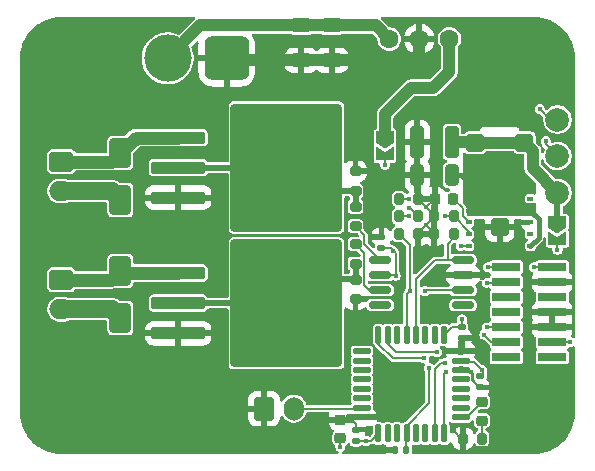
<source format=gbr>
%TF.GenerationSoftware,KiCad,Pcbnew,9.0.6-9.0.6~ubuntu22.04.1*%
%TF.CreationDate,2025-11-05T22:25:10+01:00*%
%TF.ProjectId,FliperKAd,466c6970-6572-44b4-9164-2e6b69636164,rev?*%
%TF.SameCoordinates,Original*%
%TF.FileFunction,Copper,L1,Top*%
%TF.FilePolarity,Positive*%
%FSLAX46Y46*%
G04 Gerber Fmt 4.6, Leading zero omitted, Abs format (unit mm)*
G04 Created by KiCad (PCBNEW 9.0.6-9.0.6~ubuntu22.04.1) date 2025-11-05 22:25:10*
%MOMM*%
%LPD*%
G01*
G04 APERTURE LIST*
G04 Aperture macros list*
%AMRoundRect*
0 Rectangle with rounded corners*
0 $1 Rounding radius*
0 $2 $3 $4 $5 $6 $7 $8 $9 X,Y pos of 4 corners*
0 Add a 4 corners polygon primitive as box body*
4,1,4,$2,$3,$4,$5,$6,$7,$8,$9,$2,$3,0*
0 Add four circle primitives for the rounded corners*
1,1,$1+$1,$2,$3*
1,1,$1+$1,$4,$5*
1,1,$1+$1,$6,$7*
1,1,$1+$1,$8,$9*
0 Add four rect primitives between the rounded corners*
20,1,$1+$1,$2,$3,$4,$5,0*
20,1,$1+$1,$4,$5,$6,$7,0*
20,1,$1+$1,$6,$7,$8,$9,0*
20,1,$1+$1,$8,$9,$2,$3,0*%
%AMFreePoly0*
4,1,6,1.000000,0.000000,0.500000,-0.750000,-0.500000,-0.750000,-0.500000,0.750000,0.500000,0.750000,1.000000,0.000000,1.000000,0.000000,$1*%
%AMFreePoly1*
4,1,6,0.500000,-0.750000,-0.650000,-0.750000,-0.150000,0.000000,-0.650000,0.750000,0.500000,0.750000,0.500000,-0.750000,0.500000,-0.750000,$1*%
G04 Aperture macros list end*
%TA.AperFunction,SMDPad,CuDef*%
%ADD10RoundRect,0.218750X0.256250X-0.218750X0.256250X0.218750X-0.256250X0.218750X-0.256250X-0.218750X0*%
%TD*%
%TA.AperFunction,SMDPad,CuDef*%
%ADD11RoundRect,0.200000X-0.200000X-0.275000X0.200000X-0.275000X0.200000X0.275000X-0.200000X0.275000X0*%
%TD*%
%TA.AperFunction,SMDPad,CuDef*%
%ADD12RoundRect,0.225000X0.225000X0.250000X-0.225000X0.250000X-0.225000X-0.250000X0.225000X-0.250000X0*%
%TD*%
%TA.AperFunction,SMDPad,CuDef*%
%ADD13RoundRect,0.250000X0.325000X0.650000X-0.325000X0.650000X-0.325000X-0.650000X0.325000X-0.650000X0*%
%TD*%
%TA.AperFunction,SMDPad,CuDef*%
%ADD14C,2.000000*%
%TD*%
%TA.AperFunction,SMDPad,CuDef*%
%ADD15RoundRect,0.140000X0.170000X-0.140000X0.170000X0.140000X-0.170000X0.140000X-0.170000X-0.140000X0*%
%TD*%
%TA.AperFunction,SMDPad,CuDef*%
%ADD16RoundRect,0.140000X0.140000X0.170000X-0.140000X0.170000X-0.140000X-0.170000X0.140000X-0.170000X0*%
%TD*%
%TA.AperFunction,SMDPad,CuDef*%
%ADD17RoundRect,0.200000X0.200000X0.275000X-0.200000X0.275000X-0.200000X-0.275000X0.200000X-0.275000X0*%
%TD*%
%TA.AperFunction,SMDPad,CuDef*%
%ADD18RoundRect,0.140000X-0.170000X0.140000X-0.170000X-0.140000X0.170000X-0.140000X0.170000X0.140000X0*%
%TD*%
%TA.AperFunction,SMDPad,CuDef*%
%ADD19RoundRect,0.225000X0.250000X-0.225000X0.250000X0.225000X-0.250000X0.225000X-0.250000X-0.225000X0*%
%TD*%
%TA.AperFunction,SMDPad,CuDef*%
%ADD20RoundRect,0.225000X0.525000X-0.525000X0.525000X0.525000X-0.525000X0.525000X-0.525000X-0.525000X0*%
%TD*%
%TA.AperFunction,SMDPad,CuDef*%
%ADD21RoundRect,0.060000X0.190000X-0.140000X0.190000X0.140000X-0.190000X0.140000X-0.190000X-0.140000X0*%
%TD*%
%TA.AperFunction,SMDPad,CuDef*%
%ADD22RoundRect,0.250000X0.325000X1.100000X-0.325000X1.100000X-0.325000X-1.100000X0.325000X-1.100000X0*%
%TD*%
%TA.AperFunction,SMDPad,CuDef*%
%ADD23RoundRect,0.250000X-0.650000X0.325000X-0.650000X-0.325000X0.650000X-0.325000X0.650000X0.325000X0*%
%TD*%
%TA.AperFunction,SMDPad,CuDef*%
%ADD24RoundRect,0.150000X0.800000X0.150000X-0.800000X0.150000X-0.800000X-0.150000X0.800000X-0.150000X0*%
%TD*%
%TA.AperFunction,SMDPad,CuDef*%
%ADD25RoundRect,0.250000X-2.050000X-0.300000X2.050000X-0.300000X2.050000X0.300000X-2.050000X0.300000X0*%
%TD*%
%TA.AperFunction,SMDPad,CuDef*%
%ADD26RoundRect,0.250002X-4.449998X-5.149998X4.449998X-5.149998X4.449998X5.149998X-4.449998X5.149998X0*%
%TD*%
%TA.AperFunction,ComponentPad*%
%ADD27RoundRect,0.760000X1.140000X1.140000X-1.140000X1.140000X-1.140000X-1.140000X1.140000X-1.140000X0*%
%TD*%
%TA.AperFunction,ComponentPad*%
%ADD28C,4.000000*%
%TD*%
%TA.AperFunction,ComponentPad*%
%ADD29C,0.800000*%
%TD*%
%TA.AperFunction,ComponentPad*%
%ADD30C,6.400000*%
%TD*%
%TA.AperFunction,ComponentPad*%
%ADD31RoundRect,0.250000X-0.750000X0.600000X-0.750000X-0.600000X0.750000X-0.600000X0.750000X0.600000X0*%
%TD*%
%TA.AperFunction,ComponentPad*%
%ADD32O,2.000000X1.700000*%
%TD*%
%TA.AperFunction,SMDPad,CuDef*%
%ADD33RoundRect,0.250000X0.650000X-1.000000X0.650000X1.000000X-0.650000X1.000000X-0.650000X-1.000000X0*%
%TD*%
%TA.AperFunction,SMDPad,CuDef*%
%ADD34FreePoly0,270.000000*%
%TD*%
%TA.AperFunction,SMDPad,CuDef*%
%ADD35FreePoly1,270.000000*%
%TD*%
%TA.AperFunction,SMDPad,CuDef*%
%ADD36RoundRect,0.200000X-0.275000X0.200000X-0.275000X-0.200000X0.275000X-0.200000X0.275000X0.200000X0*%
%TD*%
%TA.AperFunction,SMDPad,CuDef*%
%ADD37R,2.400000X0.740000*%
%TD*%
%TA.AperFunction,ComponentPad*%
%ADD38RoundRect,0.800000X0.000010X0.000010X-0.000010X0.000010X-0.000010X-0.000010X0.000010X-0.000010X0*%
%TD*%
%TA.AperFunction,SMDPad,CuDef*%
%ADD39RoundRect,0.125000X0.125000X-0.625000X0.125000X0.625000X-0.125000X0.625000X-0.125000X-0.625000X0*%
%TD*%
%TA.AperFunction,SMDPad,CuDef*%
%ADD40RoundRect,0.125000X0.625000X-0.125000X0.625000X0.125000X-0.625000X0.125000X-0.625000X-0.125000X0*%
%TD*%
%TA.AperFunction,ComponentPad*%
%ADD41O,1.700000X2.000000*%
%TD*%
%TA.AperFunction,ComponentPad*%
%ADD42RoundRect,0.250000X-0.600000X-0.750000X0.600000X-0.750000X0.600000X0.750000X-0.600000X0.750000X0*%
%TD*%
%TA.AperFunction,SMDPad,CuDef*%
%ADD43RoundRect,0.200000X0.275000X-0.200000X0.275000X0.200000X-0.275000X0.200000X-0.275000X-0.200000X0*%
%TD*%
%TA.AperFunction,ViaPad*%
%ADD44C,0.450000*%
%TD*%
%TA.AperFunction,Conductor*%
%ADD45C,0.200000*%
%TD*%
%TA.AperFunction,Conductor*%
%ADD46C,0.400000*%
%TD*%
%TA.AperFunction,Conductor*%
%ADD47C,1.000000*%
%TD*%
%TA.AperFunction,Conductor*%
%ADD48C,0.500000*%
%TD*%
%TA.AperFunction,Conductor*%
%ADD49C,1.100000*%
%TD*%
%TA.AperFunction,Conductor*%
%ADD50C,1.500000*%
%TD*%
G04 APERTURE END LIST*
D10*
%TO.P,D3,1,K*%
%TO.N,/LED_Stat*%
X55600000Y-50675000D03*
%TO.P,D3,2,A*%
%TO.N,LED_Status*%
X55600000Y-49100000D03*
%TD*%
D11*
%TO.P,R10,1*%
%TO.N,Net-(U4-FSW)*%
X48575000Y-31900000D03*
%TO.P,R10,2*%
%TO.N,GND*%
X50225000Y-31900000D03*
%TD*%
D12*
%TO.P,C12,1*%
%TO.N,Net-(U4-VCC)*%
X53175000Y-31900000D03*
%TO.P,C12,2*%
%TO.N,GND*%
X51625000Y-31900000D03*
%TD*%
D13*
%TO.P,C8,2*%
%TO.N,GND*%
X50125000Y-29900000D03*
%TO.P,C8,1*%
%TO.N,+24V*%
X53075000Y-29900000D03*
%TD*%
D14*
%TO.P,TP3,1,1*%
%TO.N,+12V*%
X62000000Y-28300000D03*
%TD*%
D15*
%TO.P,C7,1*%
%TO.N,+12V*%
X47100000Y-36080000D03*
%TO.P,C7,2*%
%TO.N,GND*%
X47100000Y-35120000D03*
%TD*%
D16*
%TO.P,C6,2*%
%TO.N,GND*%
X48245000Y-53200000D03*
%TO.P,C6,1*%
%TO.N,NRST*%
X49205000Y-53200000D03*
%TD*%
D17*
%TO.P,R3,2*%
%TO.N,GND*%
X51575000Y-34900000D03*
%TO.P,R3,1*%
%TO.N,Com-SolA*%
X53225000Y-34900000D03*
%TD*%
D11*
%TO.P,R4,2*%
%TO.N,GND*%
X50225000Y-34900000D03*
%TO.P,R4,1*%
%TO.N,Com-SolB*%
X48575000Y-34900000D03*
%TD*%
D18*
%TO.P,C5,2*%
%TO.N,GND*%
X55425000Y-47880000D03*
%TO.P,C5,1*%
%TO.N,+3.3V*%
X55425000Y-46920000D03*
%TD*%
%TO.P,C3,2*%
%TO.N,GND*%
X53925000Y-43700000D03*
%TO.P,C3,1*%
%TO.N,+3.3V*%
X53925000Y-42740000D03*
%TD*%
D15*
%TO.P,C2,2*%
%TO.N,GND*%
X44925000Y-51440000D03*
%TO.P,C2,1*%
%TO.N,+3.3V*%
X44925000Y-52400000D03*
%TD*%
D19*
%TO.P,C1,2*%
%TO.N,GND*%
X43625000Y-50600000D03*
%TO.P,C1,1*%
%TO.N,+3.3V*%
X43625000Y-52150000D03*
%TD*%
D17*
%TO.P,R9,2*%
%TO.N,GND*%
X51575000Y-33400000D03*
%TO.P,R9,1*%
%TO.N,Net-(U4-FB)*%
X53225000Y-33400000D03*
%TD*%
%TO.P,R8,2*%
%TO.N,Net-(U4-FB)*%
X48575000Y-33400000D03*
%TO.P,R8,1*%
%TO.N,/Test 3.3*%
X50225000Y-33400000D03*
%TD*%
D20*
%TO.P,U4,13,PGND*%
%TO.N,GND*%
X57100000Y-34300000D03*
D21*
%TO.P,U4,12,EN*%
%TO.N,+24V*%
X59700000Y-35900000D03*
%TO.P,U4,11,PG*%
%TO.N,unconnected-(U4-PG-Pad11)*%
X59700000Y-34900000D03*
%TO.P,U4,10,AGND*%
%TO.N,GND*%
X59700000Y-33900000D03*
%TO.P,U4,9,Vin*%
%TO.N,+24V*%
X59700000Y-32900000D03*
%TO.P,U4,8,DNC*%
%TO.N,unconnected-(U4-DNC-Pad8)*%
X59700000Y-31900000D03*
D20*
%TO.P,U4,7,Vout*%
%TO.N,/Test 3.3*%
X59200000Y-27150000D03*
%TO.P,U4,6,Vout*%
X55000000Y-27150000D03*
D21*
%TO.P,U4,5,Vin*%
%TO.N,+24V*%
X54500000Y-31900000D03*
%TO.P,U4,4,Vin*%
X54500000Y-32900000D03*
%TO.P,U4,3,VCC*%
%TO.N,Net-(U4-VCC)*%
X54500000Y-33900000D03*
%TO.P,U4,2,FB*%
%TO.N,Net-(U4-FB)*%
X54500000Y-34900000D03*
%TO.P,U4,1,FSW*%
%TO.N,Net-(U4-FSW)*%
X54500000Y-35900000D03*
%TD*%
D22*
%TO.P,C9,2*%
%TO.N,GND*%
X50125000Y-27100000D03*
%TO.P,C9,1*%
%TO.N,/Test 3.3*%
X53075000Y-27100000D03*
%TD*%
D23*
%TO.P,C11,1*%
%TO.N,+24V*%
X42900000Y-17225000D03*
%TO.P,C11,2*%
%TO.N,GND*%
X42900000Y-20175000D03*
%TD*%
%TO.P,C10,1*%
%TO.N,+24V*%
X40300000Y-17225000D03*
%TO.P,C10,2*%
%TO.N,GND*%
X40300000Y-20175000D03*
%TD*%
D24*
%TO.P,U2,1,NC*%
%TO.N,unconnected-(U2-NC-Pad1)*%
X54000000Y-40905000D03*
%TO.P,U2,2,INA*%
%TO.N,Com-SolB*%
X54000000Y-39635000D03*
%TO.P,U2,3,GND*%
%TO.N,GND*%
X54000000Y-38365000D03*
%TO.P,U2,4,INB*%
%TO.N,Com-SolA*%
X54000000Y-37095000D03*
%TO.P,U2,5,OUTB*%
%TO.N,Com-MOSA*%
X47000000Y-37095000D03*
%TO.P,U2,6,Vs*%
%TO.N,+12V*%
X47000000Y-38365000D03*
%TO.P,U2,7,OUTA*%
%TO.N,Com-MOSB*%
X47000000Y-39635000D03*
%TO.P,U2,8,NC*%
%TO.N,unconnected-(U2-NC-Pad8)*%
X47000000Y-40905000D03*
%TD*%
D25*
%TO.P,Q2,1,D*%
%TO.N,Sortie-Sol\u00E9noideA*%
X29900000Y-26720000D03*
%TO.P,Q2,2,G*%
%TO.N,Net-(Q2-G)*%
X29900000Y-29260000D03*
D26*
X39050000Y-29260000D03*
D25*
%TO.P,Q2,3,S*%
%TO.N,GND*%
X29900000Y-31800000D03*
%TD*%
%TO.P,Q1,3,S*%
%TO.N,GND*%
X29900000Y-43280000D03*
D26*
%TO.P,Q1,2,G*%
%TO.N,Net-(Q1-G)*%
X39050000Y-40740000D03*
D25*
X29900000Y-40740000D03*
%TO.P,Q1,1,D*%
%TO.N,Sortie-Sol\u00E9noideB*%
X29900000Y-38200000D03*
%TD*%
D27*
%TO.P,J2,1,Pin_1*%
%TO.N,GND*%
X34000000Y-20000000D03*
D28*
%TO.P,J2,2,Pin_2*%
%TO.N,+24V*%
X29000000Y-20000000D03*
%TD*%
D29*
%TO.P,H1,1,1*%
%TO.N,GND*%
X17600000Y-20000000D03*
X18302944Y-18302944D03*
X18302944Y-21697056D03*
X20000000Y-17600000D03*
D30*
X20000000Y-20000000D03*
D29*
X20000000Y-22400000D03*
X21697056Y-18302944D03*
X21697056Y-21697056D03*
X22400000Y-20000000D03*
%TD*%
D14*
%TO.P,TP1,1,1*%
%TO.N,/Test 3.3*%
X62000000Y-31400000D03*
%TD*%
D29*
%TO.P,H2,1,1*%
%TO.N,GND*%
X57600000Y-20000000D03*
X58302944Y-18302944D03*
X58302944Y-21697056D03*
X60000000Y-17600000D03*
D30*
X60000000Y-20000000D03*
D29*
X60000000Y-22400000D03*
X61697056Y-18302944D03*
X61697056Y-21697056D03*
X62400000Y-20000000D03*
%TD*%
D31*
%TO.P,J3,1,Pin_1*%
%TO.N,Sortie-Sol\u00E9noideA*%
X20000000Y-28750000D03*
D32*
%TO.P,J3,2,Pin_2*%
%TO.N,+24V*%
X20000000Y-31250000D03*
%TD*%
D33*
%TO.P,D2,1,K*%
%TO.N,+24V*%
X25000000Y-42000000D03*
%TO.P,D2,2,A*%
%TO.N,Sortie-Sol\u00E9noideB*%
X25000000Y-38000000D03*
%TD*%
D34*
%TO.P,JP2,1,A*%
%TO.N,/12test*%
X47400000Y-26700000D03*
D35*
%TO.P,JP2,2,B*%
%TO.N,+12V*%
X47400000Y-28150000D03*
%TD*%
D34*
%TO.P,JP1,1,A*%
%TO.N,/Test 3.3*%
X62000000Y-33875000D03*
D35*
%TO.P,JP1,2,B*%
%TO.N,+3.3V*%
X62000000Y-35325000D03*
%TD*%
D29*
%TO.P,H3,1,1*%
%TO.N,GND*%
X57600000Y-50000000D03*
X58302944Y-48302944D03*
X58302944Y-51697056D03*
X60000000Y-47600000D03*
D30*
X60000000Y-50000000D03*
D29*
X60000000Y-52400000D03*
X61697056Y-48302944D03*
X61697056Y-51697056D03*
X62400000Y-50000000D03*
%TD*%
D36*
%TO.P,R2,1*%
%TO.N,Net-(Q1-G)*%
X44900000Y-38750000D03*
%TO.P,R2,2*%
%TO.N,GND*%
X44900000Y-40400000D03*
%TD*%
D37*
%TO.P,J5,1,NC*%
%TO.N,unconnected-(J5-NC-Pad1)*%
X61550000Y-45310000D03*
%TO.P,J5,2,NC*%
%TO.N,unconnected-(J5-NC-Pad2)*%
X57650000Y-45310000D03*
%TO.P,J5,3,VCC*%
%TO.N,+3.3V*%
X61550000Y-44040000D03*
%TO.P,J5,4,JTMS/SWDIO*%
%TO.N,SYS_SWDIO*%
X57650000Y-44040000D03*
%TO.P,J5,5,GND*%
%TO.N,GND*%
X61550000Y-42770000D03*
%TO.P,J5,6,JCLK/SWCLK*%
%TO.N,SYS_SWCLK*%
X57650000Y-42770000D03*
%TO.P,J5,7,GND*%
%TO.N,GND*%
X61550000Y-41500000D03*
%TO.P,J5,8,JTDO/SWO*%
%TO.N,unconnected-(J5-JTDO{slash}SWO-Pad8)*%
X57650000Y-41500000D03*
%TO.P,J5,9,JRCLK/NC*%
%TO.N,unconnected-(J5-JRCLK{slash}NC-Pad9)*%
X61550000Y-40230000D03*
%TO.P,J5,10,JTDI/NC*%
%TO.N,unconnected-(J5-JTDI{slash}NC-Pad10)*%
X57650000Y-40230000D03*
%TO.P,J5,11,GNDDetect*%
%TO.N,GND*%
X61550000Y-38960000D03*
%TO.P,J5,12,~{RST}*%
%TO.N,NRST*%
X57650000Y-38960000D03*
%TO.P,J5,13,VCP_RX*%
%TO.N,USART2_RX*%
X61550000Y-37690000D03*
%TO.P,J5,14,VCP_TX*%
%TO.N,USART2_TX*%
X57650000Y-37690000D03*
%TD*%
D38*
%TO.P,U3,1,Vin*%
%TO.N,+24V*%
X47755000Y-18380000D03*
%TO.P,U3,2,Gnd*%
%TO.N,GND*%
X50300000Y-18370000D03*
%TO.P,U3,3,Vout*%
%TO.N,/12test*%
X52855000Y-18370000D03*
%TD*%
D29*
%TO.P,H4,1,1*%
%TO.N,GND*%
X17600000Y-50000000D03*
X18302944Y-48302944D03*
X18302944Y-51697056D03*
X20000000Y-47600000D03*
D30*
X20000000Y-50000000D03*
D29*
X20000000Y-52400000D03*
X21697056Y-48302944D03*
X21697056Y-51697056D03*
X22400000Y-50000000D03*
%TD*%
D39*
%TO.P,U1,1,VDD*%
%TO.N,+3.3V*%
X46825000Y-51775000D03*
%TO.P,U1,2,PF0*%
%TO.N,unconnected-(U1-PF0-Pad2)*%
X47625000Y-51775000D03*
%TO.P,U1,3,PF1*%
%TO.N,unconnected-(U1-PF1-Pad3)*%
X48425000Y-51775000D03*
%TO.P,U1,4,PG10*%
%TO.N,NRST*%
X49225000Y-51775000D03*
%TO.P,U1,5,PA0*%
%TO.N,unconnected-(U1-PA0-Pad5)*%
X50025000Y-51775000D03*
%TO.P,U1,6,PA1*%
%TO.N,unconnected-(U1-PA1-Pad6)*%
X50825000Y-51775000D03*
%TO.P,U1,7,PA2*%
%TO.N,USART2_TX*%
X51625000Y-51775000D03*
%TO.P,U1,8,PA3*%
%TO.N,USART2_RX*%
X52425000Y-51775000D03*
D40*
%TO.P,U1,9,PA4*%
%TO.N,LED_Status*%
X53800000Y-50400000D03*
%TO.P,U1,10,PA5*%
%TO.N,unconnected-(U1-PA5-Pad10)*%
X53800000Y-49600000D03*
%TO.P,U1,11,PA6*%
%TO.N,unconnected-(U1-PA6-Pad11)*%
X53800000Y-48800000D03*
%TO.P,U1,12,PA7*%
%TO.N,unconnected-(U1-PA7-Pad12)*%
X53800000Y-48000000D03*
%TO.P,U1,13,PB0*%
%TO.N,unconnected-(U1-PB0-Pad13)*%
X53800000Y-47200000D03*
%TO.P,U1,14,VSSA*%
%TO.N,GND*%
X53800000Y-46400000D03*
%TO.P,U1,15,VDDA*%
%TO.N,+3.3V*%
X53800000Y-45600000D03*
%TO.P,U1,16,VSS*%
%TO.N,GND*%
X53800000Y-44800000D03*
D39*
%TO.P,U1,17,VDD*%
%TO.N,+3.3V*%
X52425000Y-43425000D03*
%TO.P,U1,18,PA8*%
%TO.N,unconnected-(U1-PA8-Pad18)*%
X51625000Y-43425000D03*
%TO.P,U1,19,PA9*%
%TO.N,unconnected-(U1-PA9-Pad19)*%
X50825000Y-43425000D03*
%TO.P,U1,20,PA10*%
%TO.N,Com-SolA*%
X50025000Y-43425000D03*
%TO.P,U1,21,PA11*%
%TO.N,Com-SolB*%
X49225000Y-43425000D03*
%TO.P,U1,22,PA12*%
%TO.N,unconnected-(U1-PA12-Pad22)*%
X48425000Y-43425000D03*
%TO.P,U1,23,PA13*%
%TO.N,SYS_SWDIO*%
X47625000Y-43425000D03*
%TO.P,U1,24,PA14*%
%TO.N,SYS_SWCLK*%
X46825000Y-43425000D03*
D40*
%TO.P,U1,25,PA15*%
%TO.N,unconnected-(U1-PA15-Pad25)*%
X45450000Y-44800000D03*
%TO.P,U1,26,PB3*%
%TO.N,unconnected-(U1-PB3-Pad26)*%
X45450000Y-45600000D03*
%TO.P,U1,27,PB4*%
%TO.N,unconnected-(U1-PB4-Pad27)*%
X45450000Y-46400000D03*
%TO.P,U1,28,PB5*%
%TO.N,unconnected-(U1-PB5-Pad28)*%
X45450000Y-47200000D03*
%TO.P,U1,29,PB6*%
%TO.N,unconnected-(U1-PB6-Pad29)*%
X45450000Y-48000000D03*
%TO.P,U1,30,PB7*%
%TO.N,unconnected-(U1-PB7-Pad30)*%
X45450000Y-48800000D03*
%TO.P,U1,31,PB8*%
%TO.N,Bouton_Actif*%
X45450000Y-49600000D03*
%TO.P,U1,32,VSS*%
%TO.N,GND*%
X45450000Y-50400000D03*
%TD*%
D36*
%TO.P,R5,1*%
%TO.N,Net-(Q2-G)*%
X44900000Y-32575000D03*
%TO.P,R5,2*%
%TO.N,Com-MOSA*%
X44900000Y-34225000D03*
%TD*%
D41*
%TO.P,J1,2,Pin_2*%
%TO.N,Bouton_Actif*%
X39675000Y-49675000D03*
D42*
%TO.P,J1,1,Pin_1*%
%TO.N,GND*%
X37175000Y-49675000D03*
%TD*%
D31*
%TO.P,J4,1,Pin_1*%
%TO.N,Sortie-Sol\u00E9noideB*%
X20000000Y-38750000D03*
D32*
%TO.P,J4,2,Pin_2*%
%TO.N,+24V*%
X20000000Y-41250000D03*
%TD*%
D33*
%TO.P,D1,1,K*%
%TO.N,+24V*%
X25000000Y-32000000D03*
%TO.P,D1,2,A*%
%TO.N,Sortie-Sol\u00E9noideA*%
X25000000Y-28000000D03*
%TD*%
D14*
%TO.P,TP2,1,1*%
%TO.N,+24V*%
X62000000Y-25200000D03*
%TD*%
D43*
%TO.P,R6,1*%
%TO.N,Net-(Q2-G)*%
X44900000Y-31225000D03*
%TO.P,R6,2*%
%TO.N,GND*%
X44900000Y-29575000D03*
%TD*%
%TO.P,R1,1*%
%TO.N,Net-(Q1-G)*%
X44900000Y-37400000D03*
%TO.P,R1,2*%
%TO.N,Com-MOSB*%
X44900000Y-35750000D03*
%TD*%
D17*
%TO.P,R7,2*%
%TO.N,GND*%
X53975000Y-52200000D03*
%TO.P,R7,1*%
%TO.N,/LED_Stat*%
X55625000Y-52200000D03*
%TD*%
D44*
%TO.N,GND*%
X27300000Y-31800000D03*
X32500000Y-31800000D03*
X29900000Y-32600000D03*
X29900000Y-31000000D03*
X27300000Y-43300000D03*
X32500000Y-43300000D03*
X29900000Y-44100000D03*
X29900000Y-42500000D03*
X45600000Y-51500000D03*
X54700000Y-46600000D03*
%TO.N,+12V*%
X61000000Y-27000000D03*
%TO.N,+24V*%
X58000000Y-30000000D03*
X57000000Y-30000000D03*
X56000000Y-30000000D03*
X55000000Y-30000000D03*
X55000000Y-31000000D03*
X56000000Y-31000000D03*
X57000000Y-31000000D03*
X58000000Y-31000000D03*
X59000000Y-31000000D03*
X59000000Y-30000000D03*
X59000000Y-29000000D03*
X58000000Y-29000000D03*
X57000000Y-29000000D03*
X56000000Y-29000000D03*
X55000000Y-29000000D03*
%TO.N,NRST*%
X56000000Y-39000000D03*
X51122250Y-46200000D03*
%TO.N,USART2_RX*%
X60000000Y-37700000D03*
%TO.N,USART2_TX*%
X52500000Y-45800000D03*
X56100000Y-37700000D03*
%TO.N,USART2_RX*%
X52600000Y-46600000D03*
%TO.N,SYS_SWCLK*%
X56000000Y-42800000D03*
X50725000Y-45400000D03*
%TO.N,SYS_SWDIO*%
X55800000Y-43400000D03*
X51800000Y-44900000D03*
%TO.N,GND*%
X47100000Y-34500000D03*
%TO.N,/Test 3.3*%
X49400000Y-32700000D03*
%TO.N,Net-(U4-FSW)*%
X53800000Y-35900000D03*
X49400000Y-31900000D03*
%TO.N,Net-(U4-FB)*%
X49400000Y-33400000D03*
X52500000Y-33400000D03*
%TO.N,GND*%
X58300000Y-34300000D03*
X55900000Y-34300000D03*
X57100000Y-35500000D03*
X59200000Y-33900000D03*
%TO.N,+24V*%
X60500000Y-24300000D03*
X45400000Y-17225000D03*
X41600000Y-17225000D03*
X44200000Y-17225000D03*
X34900000Y-17225000D03*
X35900000Y-17225000D03*
X37100000Y-17225000D03*
X38300000Y-17225000D03*
%TO.N,GND*%
X46000000Y-20175000D03*
X45000000Y-20175000D03*
X44100000Y-20175000D03*
X36700000Y-20175000D03*
X37700000Y-20175000D03*
X38700000Y-20175000D03*
X41700000Y-20175000D03*
X53225000Y-51600000D03*
%TO.N,Com-SolB*%
X50800000Y-39700000D03*
X49500000Y-39700000D03*
%TO.N,GND*%
X44900000Y-28700000D03*
X44900000Y-41100000D03*
%TO.N,+24V*%
X22200000Y-31250000D03*
X22900000Y-31250000D03*
X22900000Y-41250000D03*
X22100000Y-41250000D03*
%TO.N,GND*%
X47400000Y-53100000D03*
%TO.N,+3.3V*%
X45825000Y-52400000D03*
X43625000Y-52900000D03*
%TO.N,GND*%
X44425000Y-50500000D03*
%TO.N,+3.3V*%
X53925000Y-42100000D03*
X55600000Y-46400000D03*
%TO.N,GND*%
X55200000Y-44800000D03*
%TO.N,+3.3V*%
X62000000Y-36200000D03*
%TO.N,/Test 3.3*%
X62000000Y-32900000D03*
X53900000Y-27100000D03*
%TO.N,+3.3V*%
X63040000Y-44040000D03*
%TO.N,GND*%
X63070000Y-42770000D03*
X63100000Y-41500000D03*
X63100000Y-39000000D03*
%TO.N,+12V*%
X47400000Y-29000000D03*
X48100000Y-36300000D03*
X48300000Y-38400000D03*
%TO.N,GND*%
X55200000Y-38400000D03*
X50900000Y-34100000D03*
X50900000Y-32600000D03*
X49300000Y-29900000D03*
X49200000Y-27100000D03*
%TD*%
D45*
%TO.N,GND*%
X48245000Y-53300000D02*
X47600000Y-53300000D01*
X47600000Y-53300000D02*
X47400000Y-53100000D01*
%TO.N,Com-SolA*%
X50025000Y-43425000D02*
X50025000Y-38675000D01*
X50025000Y-38675000D02*
X51605000Y-37095000D01*
X51605000Y-37095000D02*
X52700000Y-37095000D01*
%TO.N,Com-SolB*%
X49225000Y-43425000D02*
X49225000Y-39975000D01*
X49225000Y-39975000D02*
X49500000Y-39700000D01*
%TO.N,GND*%
X29900000Y-31800000D02*
X27300000Y-31800000D01*
X29900000Y-31800000D02*
X32500000Y-31800000D01*
X29900000Y-31800000D02*
X29900000Y-32600000D01*
X29900000Y-31800000D02*
X29900000Y-31000000D01*
X27320000Y-43280000D02*
X27300000Y-43300000D01*
X29900000Y-43280000D02*
X27320000Y-43280000D01*
X32480000Y-43280000D02*
X32500000Y-43300000D01*
X29900000Y-43280000D02*
X32480000Y-43280000D01*
X29900000Y-43280000D02*
X29900000Y-42500000D01*
X29900000Y-43280000D02*
X29900000Y-44100000D01*
X45540000Y-51440000D02*
X45600000Y-51500000D01*
X44925000Y-51440000D02*
X45540000Y-51440000D01*
X55022500Y-47477500D02*
X55425000Y-47880000D01*
X55022500Y-47477500D02*
X54801000Y-47256000D01*
X54801000Y-47256000D02*
X54801000Y-46701000D01*
X54075000Y-46500000D02*
X54600000Y-46500000D01*
X54825000Y-47280000D02*
X54825000Y-46725000D01*
X54825000Y-46725000D02*
X54600000Y-46500000D01*
%TO.N,SYS_SWDIO*%
X47625000Y-44174999D02*
X47625000Y-43425000D01*
X51800000Y-44900000D02*
X48350001Y-44900000D01*
X48350001Y-44900000D02*
X47625000Y-44174999D01*
%TO.N,NRST*%
X51122250Y-46200000D02*
X51122250Y-49202750D01*
X51122250Y-49202750D02*
X49225000Y-51100000D01*
X49225000Y-51100000D02*
X49225000Y-51775000D01*
%TO.N,USART2_RX*%
X52425000Y-51775000D02*
X52425000Y-46775000D01*
X52425000Y-46775000D02*
X52600000Y-46600000D01*
%TO.N,USART2_TX*%
X52500000Y-45800000D02*
X52125000Y-45800000D01*
X52125000Y-45800000D02*
X51625000Y-46300000D01*
X51625000Y-46300000D02*
X51625000Y-51775000D01*
%TO.N,GND*%
X53975000Y-52200000D02*
X53825000Y-52200000D01*
X53825000Y-52200000D02*
X53225000Y-51600000D01*
%TO.N,/LED_Stat*%
X55600000Y-50675000D02*
X55600000Y-52175000D01*
X55600000Y-52175000D02*
X55625000Y-52200000D01*
%TO.N,LED_Status*%
X53800000Y-50400000D02*
X54300000Y-50400000D01*
X54300000Y-50400000D02*
X55600000Y-49100000D01*
D46*
%TO.N,+24V*%
X59700000Y-35900000D02*
X60400000Y-35200000D01*
X60400000Y-35200000D02*
X60400000Y-33600000D01*
X60400000Y-33600000D02*
X59700000Y-32900000D01*
D45*
%TO.N,+12V*%
X61000000Y-27000000D02*
X61000000Y-27300000D01*
X61000000Y-27300000D02*
X62000000Y-28300000D01*
D47*
%TO.N,/Test 3.3*%
X59200000Y-27150000D02*
X59901000Y-27851000D01*
X59901000Y-27851000D02*
X59901000Y-29301000D01*
X59901000Y-29301000D02*
X62000000Y-31400000D01*
D45*
%TO.N,Bouton_Actif*%
X39675000Y-49675000D02*
X45375000Y-49675000D01*
X45375000Y-49675000D02*
X45450000Y-49600000D01*
%TO.N,NRST*%
X56000000Y-39000000D02*
X57610000Y-39000000D01*
X57610000Y-39000000D02*
X57650000Y-38960000D01*
%TO.N,SYS_SWDIO*%
X55800000Y-43400000D02*
X56400000Y-44000000D01*
X56400000Y-44000000D02*
X57610000Y-44000000D01*
X57610000Y-44000000D02*
X57650000Y-44040000D01*
%TO.N,SYS_SWCLK*%
X48050001Y-45400000D02*
X46825000Y-44174999D01*
X50725000Y-45400000D02*
X48050001Y-45400000D01*
X46825000Y-44174999D02*
X46825000Y-43425000D01*
%TO.N,USART2_RX*%
X60000000Y-37700000D02*
X61540000Y-37700000D01*
X61540000Y-37700000D02*
X61550000Y-37690000D01*
%TO.N,+3.3V*%
X55600000Y-46400000D02*
X55700000Y-46500000D01*
X55700000Y-46500000D02*
X55700000Y-47020000D01*
X55600000Y-46400000D02*
X54900000Y-45700000D01*
X54900000Y-45700000D02*
X54075000Y-45700000D01*
%TO.N,USART2_TX*%
X56100000Y-37700000D02*
X57640000Y-37700000D01*
X57640000Y-37700000D02*
X57650000Y-37690000D01*
%TO.N,SYS_SWCLK*%
X56000000Y-42800000D02*
X57620000Y-42800000D01*
X57620000Y-42800000D02*
X57650000Y-42770000D01*
%TO.N,GND*%
X47100000Y-35120000D02*
X47100000Y-34500000D01*
%TO.N,/Test 3.3*%
X49525000Y-32700000D02*
X49400000Y-32700000D01*
X50225000Y-33400000D02*
X49525000Y-32700000D01*
%TO.N,Net-(U4-FSW)*%
X53800000Y-35900000D02*
X54500000Y-35900000D01*
X48575000Y-31900000D02*
X49400000Y-31900000D01*
%TO.N,Net-(U4-FB)*%
X53225000Y-33400000D02*
X52500000Y-33400000D01*
X49400000Y-33400000D02*
X48575000Y-33400000D01*
X54500000Y-34900000D02*
X54500000Y-34675000D01*
X54500000Y-34675000D02*
X53225000Y-33400000D01*
%TO.N,Net-(U4-VCC)*%
X54500000Y-33900000D02*
X54000000Y-33400000D01*
X54000000Y-33400000D02*
X54000000Y-32725000D01*
X54000000Y-32725000D02*
X53175000Y-31900000D01*
D46*
%TO.N,+24V*%
X54500000Y-31900000D02*
X54500000Y-30600000D01*
X54500000Y-30600000D02*
X53800000Y-29900000D01*
X53800000Y-29900000D02*
X53075000Y-29900000D01*
D45*
%TO.N,GND*%
X57100000Y-34300000D02*
X58300000Y-34300000D01*
X57100000Y-34300000D02*
X55900000Y-34300000D01*
X57100000Y-34300000D02*
X57100000Y-35500000D01*
X59700000Y-33900000D02*
X59200000Y-33900000D01*
D46*
%TO.N,+24V*%
X54500000Y-32900000D02*
X59700000Y-32900000D01*
X54500000Y-32900000D02*
X54500000Y-31900000D01*
D45*
X61400000Y-25200000D02*
X60500000Y-24300000D01*
X62000000Y-25200000D02*
X61400000Y-25200000D01*
D47*
X45400000Y-17225000D02*
X46600000Y-17225000D01*
X36400000Y-17225000D02*
X31775000Y-17225000D01*
X36400000Y-17225000D02*
X35900000Y-17225000D01*
X38300000Y-17225000D02*
X36400000Y-17225000D01*
X31775000Y-17225000D02*
X29000000Y-20000000D01*
X40300000Y-17225000D02*
X38300000Y-17225000D01*
X42900000Y-17225000D02*
X45400000Y-17225000D01*
X46600000Y-17225000D02*
X47755000Y-18380000D01*
X40300000Y-17225000D02*
X42900000Y-17225000D01*
%TO.N,GND*%
X42900000Y-20175000D02*
X49825000Y-20175000D01*
X49825000Y-20175000D02*
X50300000Y-19700000D01*
X50300000Y-19700000D02*
X50300000Y-18370000D01*
X36700000Y-20175000D02*
X34175000Y-20175000D01*
X40300000Y-20175000D02*
X36700000Y-20175000D01*
X34175000Y-20175000D02*
X34000000Y-20000000D01*
X41700000Y-20175000D02*
X42900000Y-20175000D01*
X40300000Y-20175000D02*
X41700000Y-20175000D01*
D45*
X53262500Y-51562500D02*
X53225000Y-51600000D01*
%TO.N,/LED_Stat*%
X55325000Y-50400000D02*
X55600000Y-50675000D01*
%TO.N,Com-SolB*%
X50865000Y-39635000D02*
X50800000Y-39700000D01*
X54000000Y-39635000D02*
X50865000Y-39635000D01*
%TO.N,Com-SolA*%
X52700000Y-37095000D02*
X52700000Y-35700000D01*
X52700000Y-35700000D02*
X53225000Y-35175000D01*
X53225000Y-35175000D02*
X53225000Y-34900000D01*
X52700000Y-37095000D02*
X54000000Y-37095000D01*
%TO.N,Com-SolB*%
X49500000Y-39700000D02*
X49500000Y-35825000D01*
X49500000Y-35825000D02*
X48575000Y-34900000D01*
%TO.N,Com-MOSA*%
X47000000Y-37095000D02*
X45626000Y-35721000D01*
X45626000Y-35721000D02*
X45626000Y-34951000D01*
X45626000Y-34951000D02*
X44900000Y-34225000D01*
%TO.N,Com-MOSB*%
X44900000Y-35750000D02*
X45626000Y-36476000D01*
X45626000Y-36476000D02*
X45626000Y-39210999D01*
X45626000Y-39210999D02*
X46050001Y-39635000D01*
X46050001Y-39635000D02*
X47000000Y-39635000D01*
%TO.N,+12V*%
X47100000Y-36080000D02*
X47880000Y-36080000D01*
X47880000Y-36080000D02*
X48100000Y-36300000D01*
X48100000Y-36300000D02*
X48300000Y-36500000D01*
X48300000Y-36500000D02*
X48300000Y-38400000D01*
%TO.N,GND*%
X44900000Y-29575000D02*
X44900000Y-28700000D01*
X44900000Y-40400000D02*
X44900000Y-41100000D01*
D48*
%TO.N,Net-(Q1-G)*%
X39050000Y-40740000D02*
X29900000Y-40740000D01*
%TO.N,Net-(Q2-G)*%
X39050000Y-29260000D02*
X29900000Y-29260000D01*
X44900000Y-31225000D02*
X41015000Y-31225000D01*
X41015000Y-31225000D02*
X39050000Y-29260000D01*
%TO.N,Net-(Q1-G)*%
X44900000Y-38750000D02*
X44850000Y-38700000D01*
X44850000Y-38700000D02*
X41090000Y-38700000D01*
X41090000Y-38700000D02*
X39050000Y-40740000D01*
X44900000Y-38750000D02*
X44900000Y-37400000D01*
%TO.N,Net-(Q2-G)*%
X44900000Y-32575000D02*
X44900000Y-31225000D01*
D49*
%TO.N,Sortie-Sol\u00E9noideB*%
X24250000Y-38750000D02*
X25000000Y-38000000D01*
X20000000Y-38750000D02*
X24250000Y-38750000D01*
X29900000Y-38200000D02*
X25200000Y-38200000D01*
X25200000Y-38200000D02*
X25000000Y-38000000D01*
%TO.N,Sortie-Sol\u00E9noideA*%
X20000000Y-28750000D02*
X24250000Y-28750000D01*
X24250000Y-28750000D02*
X25000000Y-28000000D01*
X29900000Y-26720000D02*
X26280000Y-26720000D01*
X26280000Y-26720000D02*
X25000000Y-28000000D01*
D50*
%TO.N,+24V*%
X20000000Y-31250000D02*
X24250000Y-31250000D01*
X24250000Y-31250000D02*
X25000000Y-32000000D01*
X22900000Y-41250000D02*
X24250000Y-41250000D01*
X20000000Y-41250000D02*
X22900000Y-41250000D01*
X24250000Y-41250000D02*
X25000000Y-42000000D01*
D45*
%TO.N,NRST*%
X49205000Y-53300000D02*
X49205000Y-51795000D01*
X49205000Y-51795000D02*
X49225000Y-51775000D01*
%TO.N,+3.3V*%
X46825000Y-51775000D02*
X46200000Y-52400000D01*
X46200000Y-52400000D02*
X44925000Y-52400000D01*
X43625000Y-52150000D02*
X43625000Y-52900000D01*
%TO.N,GND*%
X44925000Y-51440000D02*
X44925000Y-51000000D01*
X44925000Y-51000000D02*
X44425000Y-50500000D01*
X43625000Y-50600000D02*
X44325000Y-50600000D01*
X44325000Y-50600000D02*
X44425000Y-50500000D01*
X44525000Y-50400000D02*
X44425000Y-50500000D01*
X45450000Y-50400000D02*
X44525000Y-50400000D01*
%TO.N,+3.3V*%
X53925000Y-42740000D02*
X53110000Y-42740000D01*
X53110000Y-42740000D02*
X52425000Y-43425000D01*
X53925000Y-42740000D02*
X53925000Y-42100000D01*
%TO.N,GND*%
X53925000Y-43700000D02*
X53925000Y-44675000D01*
X53925000Y-44675000D02*
X53800000Y-44800000D01*
X54825000Y-47280000D02*
X55022500Y-47477500D01*
X53800000Y-44800000D02*
X54825000Y-44800000D01*
%TO.N,+3.3V*%
X62000000Y-35325000D02*
X62000000Y-36200000D01*
D48*
%TO.N,/Test 3.3*%
X62000000Y-32900000D02*
X62000000Y-31400000D01*
X62000000Y-33875000D02*
X62000000Y-32900000D01*
D45*
X62000000Y-31400000D02*
X62100000Y-31400000D01*
D47*
X53900000Y-27100000D02*
X54950000Y-27100000D01*
X53075000Y-27100000D02*
X53900000Y-27100000D01*
X54950000Y-27100000D02*
X55000000Y-27150000D01*
D45*
%TO.N,GND*%
X61550000Y-41500000D02*
X63100000Y-41500000D01*
%TO.N,+3.3V*%
X63040000Y-44040000D02*
X61550000Y-44040000D01*
%TO.N,GND*%
X63070000Y-42770000D02*
X61550000Y-42770000D01*
X63060000Y-38960000D02*
X63100000Y-39000000D01*
X61550000Y-38960000D02*
X63060000Y-38960000D01*
D47*
%TO.N,/12test*%
X47400000Y-26700000D02*
X47400000Y-24700000D01*
X47400000Y-24700000D02*
X49600000Y-22500000D01*
X49600000Y-22500000D02*
X51500000Y-22500000D01*
X51500000Y-22500000D02*
X52855000Y-21145000D01*
X52855000Y-21145000D02*
X52855000Y-18370000D01*
D45*
%TO.N,+12V*%
X47400000Y-28150000D02*
X47400000Y-29000000D01*
X48265000Y-38365000D02*
X48300000Y-38400000D01*
X47000000Y-38365000D02*
X48265000Y-38365000D01*
%TO.N,GND*%
X55165000Y-38365000D02*
X55200000Y-38400000D01*
X54000000Y-38365000D02*
X55165000Y-38365000D01*
X51625000Y-31900000D02*
X51600000Y-31900000D01*
X51600000Y-31900000D02*
X50900000Y-32600000D01*
X51575000Y-33400000D02*
X51575000Y-33275000D01*
X51575000Y-33275000D02*
X50900000Y-32600000D01*
X51575000Y-33400000D02*
X51575000Y-33425000D01*
X51575000Y-33425000D02*
X50900000Y-34100000D01*
X51575000Y-34900000D02*
X51575000Y-34775000D01*
X51575000Y-34775000D02*
X50900000Y-34100000D01*
X50225000Y-34775000D02*
X50900000Y-34100000D01*
X50225000Y-34900000D02*
X50225000Y-34775000D01*
X50225000Y-31925000D02*
X50900000Y-32600000D01*
X50225000Y-31900000D02*
X50225000Y-31925000D01*
X50225000Y-31900000D02*
X51625000Y-31900000D01*
X51575000Y-33400000D02*
X51575000Y-31950000D01*
X51575000Y-31950000D02*
X51625000Y-31900000D01*
X51575000Y-34900000D02*
X51575000Y-33400000D01*
X50225000Y-34900000D02*
X51575000Y-34900000D01*
X50125000Y-29900000D02*
X49300000Y-29900000D01*
X50125000Y-27100000D02*
X49200000Y-27100000D01*
D47*
%TO.N,/Test 3.3*%
X55000000Y-27150000D02*
X59200000Y-27150000D01*
%TD*%
%TA.AperFunction,Conductor*%
%TO.N,+24V*%
G36*
X58277924Y-27870185D02*
G01*
X58321370Y-27918206D01*
X58326471Y-27928219D01*
X58326476Y-27928225D01*
X58421774Y-28023523D01*
X58421778Y-28023526D01*
X58421780Y-28023528D01*
X58541874Y-28084719D01*
X58541876Y-28084719D01*
X58541878Y-28084720D01*
X58641507Y-28100500D01*
X58641512Y-28100500D01*
X59076500Y-28100500D01*
X59143539Y-28120185D01*
X59189294Y-28172989D01*
X59200500Y-28224500D01*
X59200500Y-29232006D01*
X59200500Y-29369994D01*
X59200500Y-29369996D01*
X59200499Y-29369996D01*
X59227418Y-29505322D01*
X59227421Y-29505332D01*
X59280222Y-29632807D01*
X59356887Y-29747545D01*
X59356888Y-29747546D01*
X60163681Y-30554338D01*
X60197166Y-30615661D01*
X60200000Y-30642019D01*
X60200000Y-31421847D01*
X60180315Y-31488886D01*
X60127511Y-31534641D01*
X60058353Y-31544585D01*
X60007109Y-31524949D01*
X59991642Y-31514614D01*
X59915657Y-31499500D01*
X59915654Y-31499500D01*
X59484346Y-31499500D01*
X59484343Y-31499500D01*
X59408358Y-31514614D01*
X59408357Y-31514614D01*
X59322190Y-31572190D01*
X59264614Y-31658357D01*
X59264614Y-31658358D01*
X59249500Y-31734341D01*
X59249500Y-32065658D01*
X59264614Y-32141641D01*
X59264614Y-32141642D01*
X59292575Y-32183488D01*
X59322190Y-32227810D01*
X59361644Y-32254172D01*
X59408357Y-32285385D01*
X59484341Y-32300499D01*
X59484344Y-32300500D01*
X59484346Y-32300500D01*
X59915656Y-32300500D01*
X59915657Y-32300499D01*
X59991642Y-32285385D01*
X60007109Y-32275050D01*
X60073784Y-32254172D01*
X60141164Y-32272655D01*
X60187856Y-32324633D01*
X60200000Y-32378152D01*
X60200000Y-33276000D01*
X60180315Y-33343039D01*
X60127511Y-33388794D01*
X60076000Y-33400000D01*
X57856036Y-33400000D01*
X57799742Y-33386485D01*
X57758123Y-33365279D01*
X57658493Y-33349500D01*
X57658488Y-33349500D01*
X56541512Y-33349500D01*
X56541507Y-33349500D01*
X56441876Y-33365279D01*
X56400258Y-33386485D01*
X56343964Y-33400000D01*
X54476333Y-33400000D01*
X54446892Y-33391355D01*
X54416906Y-33384832D01*
X54411890Y-33381077D01*
X54409294Y-33380315D01*
X54388652Y-33363681D01*
X54336819Y-33311848D01*
X54303334Y-33250525D01*
X54300500Y-33224167D01*
X54300500Y-32685439D01*
X54280020Y-32609009D01*
X54280017Y-32609004D01*
X54240464Y-32540495D01*
X54240458Y-32540487D01*
X54036319Y-32336348D01*
X54002834Y-32275025D01*
X54000000Y-32248667D01*
X54000000Y-28101111D01*
X54019685Y-28034072D01*
X54072489Y-27988317D01*
X54141647Y-27978373D01*
X54205203Y-28007398D01*
X54211681Y-28013430D01*
X54221774Y-28023523D01*
X54221778Y-28023526D01*
X54221780Y-28023528D01*
X54341874Y-28084719D01*
X54341876Y-28084719D01*
X54341878Y-28084720D01*
X54441507Y-28100500D01*
X54441512Y-28100500D01*
X55558493Y-28100500D01*
X55658121Y-28084720D01*
X55658121Y-28084719D01*
X55658126Y-28084719D01*
X55778220Y-28023528D01*
X55873528Y-27928220D01*
X55878630Y-27918205D01*
X55926604Y-27867410D01*
X55989115Y-27850500D01*
X58210885Y-27850500D01*
X58277924Y-27870185D01*
G37*
%TD.AperFunction*%
%TD*%
%TA.AperFunction,Conductor*%
%TO.N,GND*%
G36*
X31276519Y-16520185D02*
G01*
X31322274Y-16572989D01*
X31332218Y-16642147D01*
X31303193Y-16705703D01*
X31297161Y-16712181D01*
X30042276Y-17967065D01*
X29980953Y-18000550D01*
X29911261Y-17995566D01*
X29907143Y-17993945D01*
X29708860Y-17911814D01*
X29708848Y-17911810D01*
X29708845Y-17911809D01*
X29430217Y-17837151D01*
X29430211Y-17837150D01*
X29430206Y-17837149D01*
X29144238Y-17799501D01*
X29144233Y-17799500D01*
X29144228Y-17799500D01*
X28855772Y-17799500D01*
X28855766Y-17799500D01*
X28855761Y-17799501D01*
X28569793Y-17837149D01*
X28569786Y-17837150D01*
X28569783Y-17837151D01*
X28447189Y-17870000D01*
X28291155Y-17911809D01*
X28291139Y-17911814D01*
X28024663Y-18022191D01*
X28024647Y-18022199D01*
X27774851Y-18166420D01*
X27774835Y-18166431D01*
X27545997Y-18342024D01*
X27545990Y-18342030D01*
X27342030Y-18545990D01*
X27342024Y-18545997D01*
X27166431Y-18774835D01*
X27166420Y-18774851D01*
X27022199Y-19024647D01*
X27022191Y-19024663D01*
X26911814Y-19291139D01*
X26911809Y-19291155D01*
X26847577Y-19530875D01*
X26837152Y-19569780D01*
X26837149Y-19569793D01*
X26799501Y-19855761D01*
X26799500Y-19855778D01*
X26799500Y-20144221D01*
X26799501Y-20144238D01*
X26837149Y-20430206D01*
X26837150Y-20430211D01*
X26837151Y-20430217D01*
X26911463Y-20707554D01*
X26911809Y-20708844D01*
X26911814Y-20708860D01*
X27022191Y-20975336D01*
X27022199Y-20975352D01*
X27166420Y-21225148D01*
X27166431Y-21225164D01*
X27342024Y-21454002D01*
X27342030Y-21454009D01*
X27545990Y-21657969D01*
X27545996Y-21657974D01*
X27774844Y-21833575D01*
X27774851Y-21833579D01*
X28024647Y-21977800D01*
X28024663Y-21977808D01*
X28291139Y-22088185D01*
X28291145Y-22088186D01*
X28291155Y-22088191D01*
X28569783Y-22162849D01*
X28855772Y-22200500D01*
X28855779Y-22200500D01*
X29144221Y-22200500D01*
X29144228Y-22200500D01*
X29430217Y-22162849D01*
X29708845Y-22088191D01*
X29708857Y-22088185D01*
X29708860Y-22088185D01*
X29975336Y-21977808D01*
X29975339Y-21977806D01*
X29975345Y-21977804D01*
X30225156Y-21833575D01*
X30454004Y-21657974D01*
X30657974Y-21454004D01*
X30833575Y-21225156D01*
X30977804Y-20975345D01*
X30980704Y-20968345D01*
X31088185Y-20708860D01*
X31088185Y-20708857D01*
X31088191Y-20708845D01*
X31162849Y-20430217D01*
X31200500Y-20144228D01*
X31200500Y-19855772D01*
X31162849Y-19569783D01*
X31088191Y-19291155D01*
X31088184Y-19291139D01*
X31058593Y-19219698D01*
X31006052Y-19092854D01*
X30998584Y-19023386D01*
X31029859Y-18960907D01*
X31032903Y-18957752D01*
X31396898Y-18593758D01*
X31458218Y-18560275D01*
X31527910Y-18565259D01*
X31583843Y-18607131D01*
X31608260Y-18672595D01*
X31608194Y-18691170D01*
X31600000Y-18795280D01*
X31600000Y-19750000D01*
X32672769Y-19750000D01*
X32650000Y-19893753D01*
X32650000Y-20106247D01*
X32672769Y-20250000D01*
X31600000Y-20250000D01*
X31600000Y-21204719D01*
X31610482Y-21337906D01*
X31610483Y-21337912D01*
X31665898Y-21557829D01*
X31665899Y-21557832D01*
X31759695Y-21764330D01*
X31759698Y-21764336D01*
X31888851Y-21950758D01*
X31888861Y-21950770D01*
X32049229Y-22111138D01*
X32049241Y-22111148D01*
X32235663Y-22240301D01*
X32235669Y-22240304D01*
X32442167Y-22334100D01*
X32442170Y-22334101D01*
X32662087Y-22389516D01*
X32662093Y-22389517D01*
X32795280Y-22399999D01*
X32795294Y-22400000D01*
X33750000Y-22400000D01*
X33750000Y-21327231D01*
X33893753Y-21350000D01*
X34106247Y-21350000D01*
X34250000Y-21327231D01*
X34250000Y-22400000D01*
X35204706Y-22400000D01*
X35204719Y-22399999D01*
X35337906Y-22389517D01*
X35337912Y-22389516D01*
X35557829Y-22334101D01*
X35557832Y-22334100D01*
X35764330Y-22240304D01*
X35764336Y-22240301D01*
X35950758Y-22111148D01*
X35950770Y-22111138D01*
X36111138Y-21950770D01*
X36111148Y-21950758D01*
X36240301Y-21764336D01*
X36240304Y-21764330D01*
X36334100Y-21557832D01*
X36334101Y-21557829D01*
X36389516Y-21337912D01*
X36389517Y-21337906D01*
X36399999Y-21204719D01*
X36400000Y-21204706D01*
X36400000Y-20549986D01*
X38900001Y-20549986D01*
X38910494Y-20652697D01*
X38965641Y-20819119D01*
X38965643Y-20819124D01*
X39057684Y-20968345D01*
X39181654Y-21092315D01*
X39330875Y-21184356D01*
X39330880Y-21184358D01*
X39497302Y-21239505D01*
X39497309Y-21239506D01*
X39600019Y-21249999D01*
X40049999Y-21249999D01*
X40550000Y-21249999D01*
X40999972Y-21249999D01*
X40999986Y-21249998D01*
X41102697Y-21239505D01*
X41269119Y-21184358D01*
X41269124Y-21184356D01*
X41418345Y-21092315D01*
X41512319Y-20998342D01*
X41573642Y-20964857D01*
X41643334Y-20969841D01*
X41687681Y-20998342D01*
X41781654Y-21092315D01*
X41930875Y-21184356D01*
X41930880Y-21184358D01*
X42097302Y-21239505D01*
X42097309Y-21239506D01*
X42200019Y-21249999D01*
X42649999Y-21249999D01*
X43150000Y-21249999D01*
X43599972Y-21249999D01*
X43599986Y-21249998D01*
X43702697Y-21239505D01*
X43869119Y-21184358D01*
X43869124Y-21184356D01*
X44018345Y-21092315D01*
X44142315Y-20968345D01*
X44234356Y-20819124D01*
X44234358Y-20819119D01*
X44289505Y-20652697D01*
X44289506Y-20652690D01*
X44299999Y-20549986D01*
X44300000Y-20549973D01*
X44300000Y-20425000D01*
X43150000Y-20425000D01*
X43150000Y-21249999D01*
X42649999Y-21249999D01*
X42650000Y-21249998D01*
X42650000Y-20425000D01*
X40550000Y-20425000D01*
X40550000Y-21249999D01*
X40049999Y-21249999D01*
X40050000Y-21249998D01*
X40050000Y-20425000D01*
X38900001Y-20425000D01*
X38900001Y-20549986D01*
X36400000Y-20549986D01*
X36400000Y-20250000D01*
X35327231Y-20250000D01*
X35350000Y-20106247D01*
X35350000Y-19893753D01*
X35335153Y-19800013D01*
X38900000Y-19800013D01*
X38900000Y-19925000D01*
X40050000Y-19925000D01*
X40550000Y-19925000D01*
X42650000Y-19925000D01*
X43150000Y-19925000D01*
X44299999Y-19925000D01*
X44299999Y-19800028D01*
X44299998Y-19800013D01*
X44289505Y-19697302D01*
X44234358Y-19530880D01*
X44234356Y-19530875D01*
X44142315Y-19381654D01*
X44018345Y-19257684D01*
X43869124Y-19165643D01*
X43869119Y-19165641D01*
X43702697Y-19110494D01*
X43702690Y-19110493D01*
X43599986Y-19100000D01*
X43150000Y-19100000D01*
X43150000Y-19925000D01*
X42650000Y-19925000D01*
X42650000Y-19100000D01*
X42200028Y-19100000D01*
X42200012Y-19100001D01*
X42097302Y-19110494D01*
X41930880Y-19165641D01*
X41930875Y-19165643D01*
X41781654Y-19257684D01*
X41687681Y-19351658D01*
X41626358Y-19385143D01*
X41556666Y-19380159D01*
X41512319Y-19351658D01*
X41418345Y-19257684D01*
X41269124Y-19165643D01*
X41269119Y-19165641D01*
X41102697Y-19110494D01*
X41102690Y-19110493D01*
X40999986Y-19100000D01*
X40550000Y-19100000D01*
X40550000Y-19925000D01*
X40050000Y-19925000D01*
X40050000Y-19100000D01*
X39600028Y-19100000D01*
X39600012Y-19100001D01*
X39497302Y-19110494D01*
X39330880Y-19165641D01*
X39330875Y-19165643D01*
X39181654Y-19257684D01*
X39057684Y-19381654D01*
X38965643Y-19530875D01*
X38965641Y-19530880D01*
X38910494Y-19697302D01*
X38910493Y-19697309D01*
X38900000Y-19800013D01*
X35335153Y-19800013D01*
X35327231Y-19750000D01*
X36400000Y-19750000D01*
X36400000Y-18795293D01*
X36399999Y-18795280D01*
X36389517Y-18662093D01*
X36389516Y-18662087D01*
X36334101Y-18442170D01*
X36334100Y-18442167D01*
X36240304Y-18235669D01*
X36240301Y-18235663D01*
X36160250Y-18120116D01*
X36138253Y-18053800D01*
X36155601Y-17986118D01*
X36206787Y-17938560D01*
X36262178Y-17925500D01*
X36331007Y-17925500D01*
X38231007Y-17925500D01*
X39359334Y-17925500D01*
X39426373Y-17945185D01*
X39432957Y-17949722D01*
X39437118Y-17952793D01*
X39462913Y-17961819D01*
X39565299Y-17997646D01*
X39595730Y-18000500D01*
X39595734Y-18000500D01*
X41004270Y-18000500D01*
X41034699Y-17997646D01*
X41034701Y-17997646D01*
X41098790Y-17975219D01*
X41162882Y-17952793D01*
X41167034Y-17949728D01*
X41232662Y-17925759D01*
X41240666Y-17925500D01*
X41959334Y-17925500D01*
X42026373Y-17945185D01*
X42032957Y-17949722D01*
X42037118Y-17952793D01*
X42062913Y-17961819D01*
X42165299Y-17997646D01*
X42195730Y-18000500D01*
X42195734Y-18000500D01*
X43604270Y-18000500D01*
X43634699Y-17997646D01*
X43634701Y-17997646D01*
X43698790Y-17975219D01*
X43762882Y-17952793D01*
X43767034Y-17949728D01*
X43832662Y-17925759D01*
X43840666Y-17925500D01*
X45331007Y-17925500D01*
X46258481Y-17925500D01*
X46325520Y-17945185D01*
X46346162Y-17961819D01*
X46718181Y-18333838D01*
X46751666Y-18395161D01*
X46754500Y-18421513D01*
X46754500Y-18438024D01*
X46754501Y-18438035D01*
X46765113Y-18557415D01*
X46821089Y-18753045D01*
X46821090Y-18753046D01*
X46821091Y-18753049D01*
X46915302Y-18933407D01*
X46915304Y-18933409D01*
X47043890Y-19091109D01*
X47101723Y-19138265D01*
X47201593Y-19219698D01*
X47381951Y-19313909D01*
X47381953Y-19313909D01*
X47381954Y-19313910D01*
X47401355Y-19319461D01*
X47577582Y-19369886D01*
X47696963Y-19380500D01*
X47813036Y-19380499D01*
X47932418Y-19369886D01*
X48128049Y-19313909D01*
X48308407Y-19219698D01*
X48466109Y-19091109D01*
X48594698Y-18933407D01*
X48688909Y-18753049D01*
X48744886Y-18557418D01*
X48755500Y-18438037D01*
X48755499Y-18321964D01*
X48744886Y-18202582D01*
X48721256Y-18119999D01*
X49021127Y-18119999D01*
X49021128Y-18120000D01*
X49866988Y-18120000D01*
X49834075Y-18177007D01*
X49800000Y-18304174D01*
X49800000Y-18435826D01*
X49834075Y-18562993D01*
X49866988Y-18620000D01*
X49021128Y-18620000D01*
X49073730Y-18816317D01*
X49073734Y-18816326D01*
X49169865Y-19022482D01*
X49300342Y-19208820D01*
X49461179Y-19369657D01*
X49647517Y-19500134D01*
X49853673Y-19596265D01*
X49853682Y-19596269D01*
X50049999Y-19648872D01*
X50050000Y-19648871D01*
X50050000Y-18803012D01*
X50107007Y-18835925D01*
X50234174Y-18870000D01*
X50365826Y-18870000D01*
X50492993Y-18835925D01*
X50550000Y-18803012D01*
X50550000Y-19648872D01*
X50746317Y-19596269D01*
X50746326Y-19596265D01*
X50952482Y-19500134D01*
X51138820Y-19369657D01*
X51299657Y-19208820D01*
X51430134Y-19022482D01*
X51526265Y-18816326D01*
X51526269Y-18816317D01*
X51578872Y-18620000D01*
X50733012Y-18620000D01*
X50765925Y-18562993D01*
X50800000Y-18435826D01*
X50800000Y-18304174D01*
X50765925Y-18177007D01*
X50733012Y-18120000D01*
X51578872Y-18120000D01*
X51578872Y-18119999D01*
X51526269Y-17923682D01*
X51526265Y-17923673D01*
X51430134Y-17717517D01*
X51299657Y-17531179D01*
X51138820Y-17370342D01*
X50952482Y-17239865D01*
X50746328Y-17143734D01*
X50550000Y-17091127D01*
X50550000Y-17936988D01*
X50492993Y-17904075D01*
X50365826Y-17870000D01*
X50234174Y-17870000D01*
X50107007Y-17904075D01*
X50050000Y-17936988D01*
X50050000Y-17091127D01*
X49853671Y-17143734D01*
X49647517Y-17239865D01*
X49461179Y-17370342D01*
X49300342Y-17531179D01*
X49169865Y-17717517D01*
X49073734Y-17923673D01*
X49073730Y-17923682D01*
X49021127Y-18119999D01*
X48721256Y-18119999D01*
X48688909Y-18006951D01*
X48594698Y-17826593D01*
X48542684Y-17762803D01*
X48466109Y-17668890D01*
X48308409Y-17540304D01*
X48308410Y-17540304D01*
X48308407Y-17540302D01*
X48128049Y-17446091D01*
X48128048Y-17446090D01*
X48128045Y-17446089D01*
X48010829Y-17412550D01*
X47932418Y-17390114D01*
X47932415Y-17390113D01*
X47932413Y-17390113D01*
X47859631Y-17383642D01*
X47813037Y-17379500D01*
X47813033Y-17379500D01*
X47796519Y-17379500D01*
X47729480Y-17359815D01*
X47708838Y-17343181D01*
X47077839Y-16712181D01*
X47044354Y-16650858D01*
X47049338Y-16581166D01*
X47091210Y-16525233D01*
X47156674Y-16500816D01*
X47165520Y-16500500D01*
X59934108Y-16500500D01*
X59996949Y-16500500D01*
X60003032Y-16500648D01*
X60336929Y-16517052D01*
X60349037Y-16518245D01*
X60396147Y-16525233D01*
X60676699Y-16566849D01*
X60688617Y-16569219D01*
X61009951Y-16649709D01*
X61021588Y-16653240D01*
X61092806Y-16678722D01*
X61333467Y-16764832D01*
X61344688Y-16769479D01*
X61644163Y-16911120D01*
X61654871Y-16916844D01*
X61938988Y-17087137D01*
X61949103Y-17093895D01*
X62169913Y-17257659D01*
X62215170Y-17291224D01*
X62224576Y-17298944D01*
X62470013Y-17521395D01*
X62478604Y-17529986D01*
X62595436Y-17658890D01*
X62701055Y-17775423D01*
X62708775Y-17784829D01*
X62906102Y-18050893D01*
X62912862Y-18061011D01*
X63081294Y-18342024D01*
X63083148Y-18345116D01*
X63088883Y-18355844D01*
X63228008Y-18650000D01*
X63230514Y-18655297D01*
X63235170Y-18666540D01*
X63346759Y-18978411D01*
X63350292Y-18990055D01*
X63430777Y-19311369D01*
X63433151Y-19323305D01*
X63481754Y-19650962D01*
X63482947Y-19663071D01*
X63499351Y-19996966D01*
X63499500Y-20003051D01*
X63499500Y-43600180D01*
X63479815Y-43667219D01*
X63427011Y-43712974D01*
X63357853Y-43722918D01*
X63309012Y-43702348D01*
X63308302Y-43703579D01*
X63204239Y-43643498D01*
X63196730Y-43640388D01*
X63197768Y-43637879D01*
X63149479Y-43608442D01*
X63118953Y-43545594D01*
X63127251Y-43476219D01*
X63141971Y-43450725D01*
X63193352Y-43382089D01*
X63193354Y-43382086D01*
X63243596Y-43247379D01*
X63243598Y-43247372D01*
X63249999Y-43187844D01*
X63250000Y-43187827D01*
X63250000Y-43020000D01*
X59850000Y-43020000D01*
X59850000Y-43187844D01*
X59856401Y-43247372D01*
X59856403Y-43247379D01*
X59906645Y-43382086D01*
X59906649Y-43382093D01*
X59992809Y-43497187D01*
X59992812Y-43497190D01*
X60099811Y-43577290D01*
X60141682Y-43633223D01*
X60149500Y-43676556D01*
X60149500Y-44429752D01*
X60161131Y-44488229D01*
X60161132Y-44488230D01*
X60205447Y-44554552D01*
X60231407Y-44571898D01*
X60276212Y-44625511D01*
X60284919Y-44694836D01*
X60254764Y-44757863D01*
X60231407Y-44778102D01*
X60205447Y-44795447D01*
X60161132Y-44861769D01*
X60161131Y-44861770D01*
X60149500Y-44920247D01*
X60149500Y-45699752D01*
X60161131Y-45758229D01*
X60161132Y-45758230D01*
X60205447Y-45824552D01*
X60271769Y-45868867D01*
X60271770Y-45868868D01*
X60330247Y-45880499D01*
X60330250Y-45880500D01*
X60330252Y-45880500D01*
X62769750Y-45880500D01*
X62769751Y-45880499D01*
X62784568Y-45877552D01*
X62828229Y-45868868D01*
X62828229Y-45868867D01*
X62828231Y-45868867D01*
X62894552Y-45824552D01*
X62938867Y-45758231D01*
X62938867Y-45758229D01*
X62938868Y-45758229D01*
X62950499Y-45699752D01*
X62950500Y-45699750D01*
X62950500Y-44920249D01*
X62950499Y-44920247D01*
X62938868Y-44861770D01*
X62938867Y-44861769D01*
X62894552Y-44795448D01*
X62894551Y-44795447D01*
X62868591Y-44778101D01*
X62823787Y-44724491D01*
X62815080Y-44655166D01*
X62845234Y-44592138D01*
X62848433Y-44588709D01*
X62857616Y-44579231D01*
X62894552Y-44554552D01*
X62923472Y-44511270D01*
X62931284Y-44503209D01*
X62952303Y-44491298D01*
X62970843Y-44475804D01*
X62984761Y-44472906D01*
X62992073Y-44468763D01*
X63002003Y-44469316D01*
X63020334Y-44465500D01*
X63096016Y-44465500D01*
X63096018Y-44465500D01*
X63204237Y-44436503D01*
X63301263Y-44380485D01*
X63301263Y-44380484D01*
X63308302Y-44376421D01*
X63309160Y-44377908D01*
X63365176Y-44356250D01*
X63433622Y-44370284D01*
X63483614Y-44419096D01*
X63499500Y-44479819D01*
X63499500Y-49996948D01*
X63499351Y-50003033D01*
X63482947Y-50336928D01*
X63481754Y-50349037D01*
X63433151Y-50676694D01*
X63430777Y-50688630D01*
X63350292Y-51009944D01*
X63346759Y-51021588D01*
X63235170Y-51333459D01*
X63230514Y-51344702D01*
X63088885Y-51644151D01*
X63083148Y-51654883D01*
X62912862Y-51938988D01*
X62906102Y-51949106D01*
X62708775Y-52215170D01*
X62701055Y-52224576D01*
X62478611Y-52470006D01*
X62470006Y-52478611D01*
X62224576Y-52701055D01*
X62215170Y-52708775D01*
X61949106Y-52906102D01*
X61938988Y-52912862D01*
X61654883Y-53083148D01*
X61644151Y-53088885D01*
X61344702Y-53230514D01*
X61333459Y-53235170D01*
X61021588Y-53346759D01*
X61009944Y-53350292D01*
X60688630Y-53430777D01*
X60676694Y-53433151D01*
X60349037Y-53481754D01*
X60336928Y-53482947D01*
X60021989Y-53498419D01*
X60003031Y-53499351D01*
X59996949Y-53499500D01*
X49809500Y-53499500D01*
X49742461Y-53479815D01*
X49696706Y-53427011D01*
X49685500Y-53375500D01*
X49685499Y-52990105D01*
X49685499Y-52990100D01*
X49678972Y-52940513D01*
X49653466Y-52885817D01*
X49642974Y-52816741D01*
X49671493Y-52752957D01*
X49729969Y-52714716D01*
X49799836Y-52714161D01*
X49810110Y-52717992D01*
X49814455Y-52719259D01*
X49861861Y-52725500D01*
X50188138Y-52725499D01*
X50235545Y-52719259D01*
X50339579Y-52670747D01*
X50339581Y-52670745D01*
X50348465Y-52664525D01*
X50349678Y-52666258D01*
X50398642Y-52639522D01*
X50468334Y-52644506D01*
X50500898Y-52665434D01*
X50501535Y-52664525D01*
X50510419Y-52670745D01*
X50510421Y-52670747D01*
X50614455Y-52719259D01*
X50661861Y-52725500D01*
X50988138Y-52725499D01*
X51035545Y-52719259D01*
X51139579Y-52670747D01*
X51139581Y-52670745D01*
X51148465Y-52664525D01*
X51149678Y-52666258D01*
X51198642Y-52639522D01*
X51268334Y-52644506D01*
X51300898Y-52665434D01*
X51301535Y-52664525D01*
X51310419Y-52670745D01*
X51310421Y-52670747D01*
X51414455Y-52719259D01*
X51461861Y-52725500D01*
X51788138Y-52725499D01*
X51835545Y-52719259D01*
X51939579Y-52670747D01*
X51939581Y-52670745D01*
X51948465Y-52664525D01*
X51949678Y-52666258D01*
X51998642Y-52639522D01*
X52068334Y-52644506D01*
X52100898Y-52665434D01*
X52101535Y-52664525D01*
X52110419Y-52670745D01*
X52110421Y-52670747D01*
X52214455Y-52719259D01*
X52261861Y-52725500D01*
X52588138Y-52725499D01*
X52635545Y-52719259D01*
X52739579Y-52670747D01*
X52820747Y-52589579D01*
X52843673Y-52540413D01*
X52889843Y-52487976D01*
X52957036Y-52468823D01*
X53023918Y-52489038D01*
X53069253Y-52542203D01*
X53079545Y-52581598D01*
X53081408Y-52602102D01*
X53081409Y-52602107D01*
X53131981Y-52764396D01*
X53219927Y-52909877D01*
X53340122Y-53030072D01*
X53485604Y-53118019D01*
X53485603Y-53118019D01*
X53647894Y-53168590D01*
X53647893Y-53168590D01*
X53718408Y-53174998D01*
X53718426Y-53174999D01*
X53724999Y-53174998D01*
X53725000Y-53174998D01*
X53725000Y-51225000D01*
X53724999Y-51224999D01*
X53718436Y-51225000D01*
X53718417Y-51225001D01*
X53647897Y-51231408D01*
X53647892Y-51231409D01*
X53485603Y-51281981D01*
X53340122Y-51369927D01*
X53219927Y-51490122D01*
X53131981Y-51635603D01*
X53117884Y-51680841D01*
X53079146Y-51738989D01*
X53015120Y-51766962D01*
X52946135Y-51755880D01*
X52894093Y-51709261D01*
X52875499Y-51643950D01*
X52875499Y-51111867D01*
X52875499Y-51111862D01*
X52869259Y-51064455D01*
X52820844Y-50960630D01*
X52810353Y-50891555D01*
X52838872Y-50827771D01*
X52897349Y-50789531D01*
X52967216Y-50788976D01*
X52985627Y-50795843D01*
X53089455Y-50844259D01*
X53136861Y-50850500D01*
X54463138Y-50850499D01*
X54510545Y-50844259D01*
X54614579Y-50795747D01*
X54695747Y-50714579D01*
X54695750Y-50714570D01*
X54698925Y-50710039D01*
X54753502Y-50666415D01*
X54823001Y-50659222D01*
X54885355Y-50690744D01*
X54920769Y-50750974D01*
X54924500Y-50781163D01*
X54924500Y-50926751D01*
X54940047Y-51024917D01*
X54940049Y-51024920D01*
X55000342Y-51143251D01*
X55000344Y-51143253D01*
X55000346Y-51143256D01*
X55094243Y-51237153D01*
X55094245Y-51237154D01*
X55094249Y-51237158D01*
X55212580Y-51297451D01*
X55212584Y-51297451D01*
X55212585Y-51297452D01*
X55213820Y-51297854D01*
X55215128Y-51298748D01*
X55221276Y-51301881D01*
X55220871Y-51302675D01*
X55234219Y-51311803D01*
X55256703Y-51322071D01*
X55262557Y-51331180D01*
X55271495Y-51337292D01*
X55281115Y-51360057D01*
X55294477Y-51380849D01*
X55296836Y-51397260D01*
X55298692Y-51401651D01*
X55299500Y-51415784D01*
X55299500Y-51463466D01*
X55279815Y-51530505D01*
X55231796Y-51573950D01*
X55186656Y-51596950D01*
X55096954Y-51686652D01*
X55096950Y-51686657D01*
X55072005Y-51735614D01*
X55024029Y-51786409D01*
X54956208Y-51803203D01*
X54890074Y-51780664D01*
X54846623Y-51725948D01*
X54843135Y-51716207D01*
X54818017Y-51635600D01*
X54730072Y-51490122D01*
X54609877Y-51369927D01*
X54464395Y-51281980D01*
X54464396Y-51281980D01*
X54302105Y-51231409D01*
X54302106Y-51231409D01*
X54231572Y-51225000D01*
X54225000Y-51225000D01*
X54225000Y-53174999D01*
X54231581Y-53174999D01*
X54302102Y-53168591D01*
X54302107Y-53168590D01*
X54464396Y-53118018D01*
X54609877Y-53030072D01*
X54730072Y-52909877D01*
X54818017Y-52764398D01*
X54843135Y-52683792D01*
X54881872Y-52625644D01*
X54945897Y-52597669D01*
X55014883Y-52608750D01*
X55066926Y-52655368D01*
X55072001Y-52664377D01*
X55096950Y-52713342D01*
X55096952Y-52713344D01*
X55096954Y-52713347D01*
X55186652Y-52803045D01*
X55186654Y-52803046D01*
X55186658Y-52803050D01*
X55299694Y-52860645D01*
X55299698Y-52860647D01*
X55393475Y-52875499D01*
X55393481Y-52875500D01*
X55856518Y-52875499D01*
X55950304Y-52860646D01*
X56063342Y-52803050D01*
X56153050Y-52713342D01*
X56210646Y-52600304D01*
X56210646Y-52600302D01*
X56210647Y-52600301D01*
X56225499Y-52506524D01*
X56225500Y-52506519D01*
X56225499Y-51893482D01*
X56210646Y-51799696D01*
X56153050Y-51686658D01*
X56153046Y-51686654D01*
X56153045Y-51686652D01*
X56063347Y-51596954D01*
X56063343Y-51596951D01*
X56063342Y-51596950D01*
X56023152Y-51576472D01*
X55968204Y-51548474D01*
X55957140Y-51538025D01*
X55943297Y-51531703D01*
X55932255Y-51514522D01*
X55917409Y-51500500D01*
X55913167Y-51484820D01*
X55905523Y-51472925D01*
X55900500Y-51437990D01*
X55900500Y-51415784D01*
X55920185Y-51348745D01*
X55972989Y-51302990D01*
X55986180Y-51297854D01*
X55987414Y-51297452D01*
X55987414Y-51297451D01*
X55987420Y-51297451D01*
X56105751Y-51237158D01*
X56199658Y-51143251D01*
X56259951Y-51024920D01*
X56259951Y-51024918D01*
X56259952Y-51024917D01*
X56275500Y-50926751D01*
X56275500Y-50423248D01*
X56259952Y-50325082D01*
X56258685Y-50322596D01*
X56199658Y-50206749D01*
X56199654Y-50206745D01*
X56199653Y-50206743D01*
X56105756Y-50112846D01*
X56105753Y-50112844D01*
X56105751Y-50112842D01*
X55987420Y-50052549D01*
X55987419Y-50052548D01*
X55987416Y-50052547D01*
X55987417Y-50052547D01*
X55889251Y-50037000D01*
X55889246Y-50037000D01*
X55387333Y-50037000D01*
X55366087Y-50030761D01*
X55343999Y-50029182D01*
X55333215Y-50021109D01*
X55320294Y-50017315D01*
X55305794Y-50000581D01*
X55288066Y-49987310D01*
X55283358Y-49974689D01*
X55274539Y-49964511D01*
X55271387Y-49942593D01*
X55263649Y-49921846D01*
X55266511Y-49908685D01*
X55264595Y-49895353D01*
X55273794Y-49875209D01*
X55278501Y-49853573D01*
X55291769Y-49835847D01*
X55293620Y-49831797D01*
X55299652Y-49825319D01*
X55350652Y-49774319D01*
X55411975Y-49740834D01*
X55438333Y-49738000D01*
X55889251Y-49738000D01*
X55987417Y-49722452D01*
X55987418Y-49722451D01*
X55987420Y-49722451D01*
X56105751Y-49662158D01*
X56199658Y-49568251D01*
X56259951Y-49449920D01*
X56259951Y-49449918D01*
X56259952Y-49449917D01*
X56275500Y-49351751D01*
X56275500Y-48848248D01*
X56259952Y-48750082D01*
X56259951Y-48750080D01*
X56199658Y-48631749D01*
X56199654Y-48631745D01*
X56199653Y-48631743D01*
X56127605Y-48559695D01*
X56094120Y-48498372D01*
X56099104Y-48428680D01*
X56108554Y-48408893D01*
X56187031Y-48276195D01*
X56229504Y-48130000D01*
X55549000Y-48130000D01*
X55481961Y-48110315D01*
X55436206Y-48057511D01*
X55425000Y-48006000D01*
X55425000Y-47754000D01*
X55444685Y-47686961D01*
X55497489Y-47641206D01*
X55549000Y-47630000D01*
X56229504Y-47630000D01*
X56187031Y-47483804D01*
X56104721Y-47344625D01*
X56104714Y-47344616D01*
X56012906Y-47252808D01*
X55979421Y-47191485D01*
X55980813Y-47133032D01*
X56000499Y-47059564D01*
X56000500Y-47059561D01*
X56000500Y-46565644D01*
X56004725Y-46533551D01*
X56006681Y-46526252D01*
X56025500Y-46456018D01*
X56025500Y-46343982D01*
X55996503Y-46235763D01*
X55940485Y-46138737D01*
X55861263Y-46059515D01*
X55769939Y-46006789D01*
X55764239Y-46003498D01*
X55764238Y-46003497D01*
X55764237Y-46003497D01*
X55656018Y-45974500D01*
X55656017Y-45974500D01*
X55650833Y-45974500D01*
X55583794Y-45954815D01*
X55563152Y-45938181D01*
X55084513Y-45459541D01*
X55084511Y-45459540D01*
X55072875Y-45452822D01*
X55072824Y-45452793D01*
X55072710Y-45452727D01*
X55015989Y-45419979D01*
X55015026Y-45419721D01*
X55007286Y-45415292D01*
X54988324Y-45395559D01*
X54967013Y-45378385D01*
X54964465Y-45370729D01*
X54958875Y-45364912D01*
X54953592Y-45338060D01*
X54944949Y-45312091D01*
X54946941Y-45304259D01*
X54945387Y-45296356D01*
X54955371Y-45271132D01*
X54962138Y-45244545D01*
X55003154Y-45175190D01*
X55003156Y-45175185D01*
X55039525Y-45050000D01*
X54050000Y-45050000D01*
X54039815Y-45060184D01*
X54030315Y-45092539D01*
X53977511Y-45138294D01*
X53926000Y-45149500D01*
X53674000Y-45149500D01*
X53606961Y-45129815D01*
X53561206Y-45077011D01*
X53556811Y-45056811D01*
X53550000Y-45050000D01*
X52560474Y-45050000D01*
X52596843Y-45175185D01*
X52596843Y-45175186D01*
X52604054Y-45187378D01*
X52621237Y-45255102D01*
X52599078Y-45321365D01*
X52544612Y-45365128D01*
X52497322Y-45374500D01*
X52443982Y-45374500D01*
X52335763Y-45403497D01*
X52335760Y-45403498D01*
X52238740Y-45459513D01*
X52238734Y-45459517D01*
X52235071Y-45463181D01*
X52208376Y-45477757D01*
X52182856Y-45494320D01*
X52176287Y-45495279D01*
X52173748Y-45496666D01*
X52147944Y-45499499D01*
X52147720Y-45499500D01*
X52085438Y-45499500D01*
X52084382Y-45499782D01*
X52075402Y-45499823D01*
X52049067Y-45492218D01*
X52021986Y-45487992D01*
X52015984Y-45482664D01*
X52008275Y-45480438D01*
X52007146Y-45479146D01*
X52003927Y-45498300D01*
X51956933Y-45550004D01*
X51954392Y-45551512D01*
X51940492Y-45559537D01*
X51940486Y-45559542D01*
X51599694Y-45900334D01*
X51538371Y-45933819D01*
X51468679Y-45928835D01*
X51424332Y-45900334D01*
X51383515Y-45859517D01*
X51383513Y-45859515D01*
X51298696Y-45810546D01*
X51286489Y-45803498D01*
X51286488Y-45803497D01*
X51286487Y-45803497D01*
X51180067Y-45774982D01*
X51120409Y-45738618D01*
X51089880Y-45675771D01*
X51098175Y-45606395D01*
X51104777Y-45593207D01*
X51121503Y-45564237D01*
X51150500Y-45456018D01*
X51150500Y-45343982D01*
X51150066Y-45340686D01*
X51150500Y-45337902D01*
X51150500Y-45335855D01*
X51150819Y-45335855D01*
X51152701Y-45323784D01*
X51150267Y-45306853D01*
X51157972Y-45289979D01*
X51160831Y-45271651D01*
X51172185Y-45258857D01*
X51179292Y-45243297D01*
X51194898Y-45233267D01*
X51207211Y-45219395D01*
X51223976Y-45214580D01*
X51238070Y-45205523D01*
X51273005Y-45200500D01*
X51447390Y-45200500D01*
X51514429Y-45220185D01*
X51535071Y-45236819D01*
X51538737Y-45240485D01*
X51635763Y-45296503D01*
X51743982Y-45325500D01*
X51743984Y-45325500D01*
X51856014Y-45325500D01*
X51856018Y-45325500D01*
X51860287Y-45324356D01*
X51864029Y-45324444D01*
X51864074Y-45324439D01*
X51864074Y-45324445D01*
X51930132Y-45326013D01*
X51958218Y-45345018D01*
X51963307Y-45333741D01*
X51971345Y-45307537D01*
X51977935Y-45301328D01*
X51980773Y-45295041D01*
X51993104Y-45287038D01*
X52012849Y-45268437D01*
X52019214Y-45264761D01*
X52061263Y-45240485D01*
X52140485Y-45161263D01*
X52196503Y-45064237D01*
X52225500Y-44956018D01*
X52225500Y-44843982D01*
X52196503Y-44735763D01*
X52140485Y-44638737D01*
X52068186Y-44566438D01*
X52034701Y-44505115D01*
X52039685Y-44435423D01*
X52081557Y-44379490D01*
X52147021Y-44355073D01*
X52208270Y-44366375D01*
X52214455Y-44369259D01*
X52261861Y-44375500D01*
X52446018Y-44375499D01*
X52513057Y-44395183D01*
X52558812Y-44447987D01*
X52568756Y-44517145D01*
X52565095Y-44534092D01*
X52560473Y-44549999D01*
X52560474Y-44550000D01*
X53550000Y-44550000D01*
X54175000Y-44550000D01*
X55039526Y-44550000D01*
X55039525Y-44549999D01*
X55003156Y-44424814D01*
X55003154Y-44424808D01*
X54922773Y-44288891D01*
X54922767Y-44288883D01*
X54811116Y-44177232D01*
X54811110Y-44177227D01*
X54767924Y-44151688D01*
X54720240Y-44100619D01*
X54707736Y-44031877D01*
X54711968Y-44010360D01*
X54729504Y-43950000D01*
X54175000Y-43950000D01*
X54175000Y-44550000D01*
X53550000Y-44550000D01*
X53550000Y-44044000D01*
X53569685Y-43976961D01*
X53579981Y-43963151D01*
X53675000Y-43852653D01*
X53675000Y-43824000D01*
X53694685Y-43756961D01*
X53747489Y-43711206D01*
X53799000Y-43700000D01*
X53925000Y-43700000D01*
X53925000Y-43574000D01*
X53944685Y-43506961D01*
X53997489Y-43461206D01*
X54049000Y-43450000D01*
X54729504Y-43450000D01*
X54687031Y-43303804D01*
X54604721Y-43164625D01*
X54604714Y-43164616D01*
X54490381Y-43050283D01*
X54484217Y-43045502D01*
X54485733Y-43043547D01*
X54446363Y-43001378D01*
X54433862Y-42932635D01*
X54434226Y-42929576D01*
X54435500Y-42919901D01*
X54435499Y-42560100D01*
X54428972Y-42510513D01*
X54378224Y-42401684D01*
X54355066Y-42378526D01*
X54321581Y-42317203D01*
X54322971Y-42258754D01*
X54350500Y-42156018D01*
X54350500Y-42043982D01*
X54321503Y-41935763D01*
X54265485Y-41838737D01*
X54186263Y-41759515D01*
X54089237Y-41703497D01*
X53981018Y-41674500D01*
X53868982Y-41674500D01*
X53760763Y-41703497D01*
X53760760Y-41703498D01*
X53663740Y-41759513D01*
X53663734Y-41759517D01*
X53584517Y-41838734D01*
X53584513Y-41838740D01*
X53528498Y-41935760D01*
X53528497Y-41935763D01*
X53499500Y-42043982D01*
X53499500Y-42156017D01*
X53527027Y-42258752D01*
X53526741Y-42270750D01*
X53530936Y-42281996D01*
X53525925Y-42305032D01*
X53525364Y-42328602D01*
X53518264Y-42340249D01*
X53516085Y-42350270D01*
X53494935Y-42378524D01*
X53470281Y-42403179D01*
X53408959Y-42436666D01*
X53382598Y-42439500D01*
X53070438Y-42439500D01*
X53023663Y-42452033D01*
X52994006Y-42459980D01*
X52994005Y-42459981D01*
X52966431Y-42475901D01*
X52966423Y-42475906D01*
X52960165Y-42479520D01*
X52925489Y-42499540D01*
X52898645Y-42526383D01*
X52891403Y-42531777D01*
X52866760Y-42540898D01*
X52843695Y-42553493D01*
X52834511Y-42552836D01*
X52825878Y-42556032D01*
X52800214Y-42550382D01*
X52774003Y-42548507D01*
X52761253Y-42541805D01*
X52757642Y-42541010D01*
X52755340Y-42538696D01*
X52746213Y-42533899D01*
X52739580Y-42529254D01*
X52739579Y-42529253D01*
X52635545Y-42480741D01*
X52635543Y-42480740D01*
X52635544Y-42480740D01*
X52588140Y-42474500D01*
X52261867Y-42474500D01*
X52246839Y-42476478D01*
X52214455Y-42480741D01*
X52214453Y-42480742D01*
X52214451Y-42480742D01*
X52110419Y-42529253D01*
X52101535Y-42535475D01*
X52100322Y-42533742D01*
X52051347Y-42560480D01*
X51981656Y-42555489D01*
X51949100Y-42534566D01*
X51948465Y-42535475D01*
X51939580Y-42529254D01*
X51939579Y-42529253D01*
X51835545Y-42480741D01*
X51835543Y-42480740D01*
X51835544Y-42480740D01*
X51788140Y-42474500D01*
X51461867Y-42474500D01*
X51446839Y-42476478D01*
X51414455Y-42480741D01*
X51414453Y-42480742D01*
X51414451Y-42480742D01*
X51310419Y-42529253D01*
X51301535Y-42535475D01*
X51300322Y-42533742D01*
X51251347Y-42560480D01*
X51181656Y-42555489D01*
X51149100Y-42534566D01*
X51148465Y-42535475D01*
X51139580Y-42529254D01*
X51139579Y-42529253D01*
X51035545Y-42480741D01*
X51035543Y-42480740D01*
X51035544Y-42480740D01*
X50988140Y-42474500D01*
X50661867Y-42474500D01*
X50646839Y-42476478D01*
X50614455Y-42480741D01*
X50614453Y-42480742D01*
X50614451Y-42480742D01*
X50501905Y-42533224D01*
X50432827Y-42543716D01*
X50369043Y-42515196D01*
X50330804Y-42456720D01*
X50325500Y-42420842D01*
X50325500Y-40721739D01*
X52849500Y-40721739D01*
X52849500Y-41088260D01*
X52859426Y-41156391D01*
X52910803Y-41261485D01*
X52993514Y-41344196D01*
X52993515Y-41344196D01*
X52993517Y-41344198D01*
X53098607Y-41395573D01*
X53132673Y-41400536D01*
X53166739Y-41405500D01*
X53166740Y-41405500D01*
X54833261Y-41405500D01*
X54855971Y-41402191D01*
X54901393Y-41395573D01*
X55006483Y-41344198D01*
X55089198Y-41261483D01*
X55140573Y-41156393D01*
X55150500Y-41088260D01*
X55150500Y-40721740D01*
X55140573Y-40653607D01*
X55089198Y-40548517D01*
X55089196Y-40548515D01*
X55089196Y-40548514D01*
X55006485Y-40465803D01*
X54901391Y-40414426D01*
X54833261Y-40404500D01*
X54833260Y-40404500D01*
X53166740Y-40404500D01*
X53166739Y-40404500D01*
X53098608Y-40414426D01*
X52993514Y-40465803D01*
X52910803Y-40548514D01*
X52859426Y-40653608D01*
X52849500Y-40721739D01*
X50325500Y-40721739D01*
X50325500Y-40126610D01*
X50345185Y-40059571D01*
X50397989Y-40013816D01*
X50467147Y-40003872D01*
X50530703Y-40032897D01*
X50537181Y-40038929D01*
X50538737Y-40040485D01*
X50635763Y-40096503D01*
X50743982Y-40125500D01*
X50743984Y-40125500D01*
X50856016Y-40125500D01*
X50856018Y-40125500D01*
X50964237Y-40096503D01*
X51061263Y-40040485D01*
X51129929Y-39971819D01*
X51191252Y-39938334D01*
X51217610Y-39935500D01*
X52807003Y-39935500D01*
X52874042Y-39955185D01*
X52907923Y-39987450D01*
X52910805Y-39991487D01*
X52993514Y-40074196D01*
X52993515Y-40074196D01*
X52993517Y-40074198D01*
X53098607Y-40125573D01*
X53132673Y-40130536D01*
X53166739Y-40135500D01*
X53166740Y-40135500D01*
X54833261Y-40135500D01*
X54855971Y-40132191D01*
X54901393Y-40125573D01*
X55006483Y-40074198D01*
X55089198Y-39991483D01*
X55140573Y-39886393D01*
X55150500Y-39818260D01*
X55150500Y-39451740D01*
X55148605Y-39438737D01*
X55140573Y-39383608D01*
X55140573Y-39383607D01*
X55089198Y-39278517D01*
X55089195Y-39278514D01*
X55089195Y-39278513D01*
X55083227Y-39270153D01*
X55084340Y-39269357D01*
X55056029Y-39217509D01*
X55061013Y-39147817D01*
X55102885Y-39091884D01*
X55114075Y-39084419D01*
X55201550Y-39032687D01*
X55201561Y-39032678D01*
X55317678Y-38916561D01*
X55317683Y-38916555D01*
X55343815Y-38872368D01*
X55394884Y-38824684D01*
X55463626Y-38812180D01*
X55528215Y-38838825D01*
X55568146Y-38896160D01*
X55571982Y-38935855D01*
X55574500Y-38935855D01*
X55574500Y-38943982D01*
X55574500Y-39056018D01*
X55603497Y-39164237D01*
X55659515Y-39261263D01*
X55738737Y-39340485D01*
X55835763Y-39396503D01*
X55943982Y-39425500D01*
X55943984Y-39425500D01*
X56056015Y-39425500D01*
X56056018Y-39425500D01*
X56153947Y-39399260D01*
X56223792Y-39400923D01*
X56273421Y-39431058D01*
X56282236Y-39439814D01*
X56305448Y-39474552D01*
X56341386Y-39498565D01*
X56349901Y-39507023D01*
X56361194Y-39527541D01*
X56376212Y-39545511D01*
X56377727Y-39557578D01*
X56383592Y-39568233D01*
X56382000Y-39591597D01*
X56384919Y-39614836D01*
X56379669Y-39625807D01*
X56378843Y-39637941D01*
X56364872Y-39656736D01*
X56354764Y-39677863D01*
X56339040Y-39691487D01*
X56337161Y-39694016D01*
X56335323Y-39694708D01*
X56331407Y-39698102D01*
X56305447Y-39715447D01*
X56261132Y-39781769D01*
X56261131Y-39781770D01*
X56249500Y-39840247D01*
X56249500Y-40619752D01*
X56261131Y-40678229D01*
X56261132Y-40678230D01*
X56305447Y-40744552D01*
X56331407Y-40761898D01*
X56376212Y-40815511D01*
X56384919Y-40884836D01*
X56354764Y-40947863D01*
X56331407Y-40968102D01*
X56305447Y-40985447D01*
X56261132Y-41051769D01*
X56261131Y-41051770D01*
X56249500Y-41110247D01*
X56249500Y-41889752D01*
X56261131Y-41948229D01*
X56261132Y-41948230D01*
X56305447Y-42014552D01*
X56331407Y-42031898D01*
X56376212Y-42085511D01*
X56384919Y-42154836D01*
X56357317Y-42214929D01*
X56346000Y-42228351D01*
X56305448Y-42255448D01*
X56261133Y-42321769D01*
X56259248Y-42331245D01*
X56242836Y-42350711D01*
X56229092Y-42359808D01*
X56218746Y-42372645D01*
X56200556Y-42378697D01*
X56184574Y-42389276D01*
X56168090Y-42389498D01*
X56152449Y-42394703D01*
X56115946Y-42390557D01*
X56056018Y-42374500D01*
X55943982Y-42374500D01*
X55835763Y-42403497D01*
X55835760Y-42403498D01*
X55738740Y-42459513D01*
X55738734Y-42459517D01*
X55659517Y-42538734D01*
X55659513Y-42538740D01*
X55603498Y-42635760D01*
X55603497Y-42635763D01*
X55574500Y-42743982D01*
X55574500Y-42856017D01*
X55592304Y-42922464D01*
X55590641Y-42992314D01*
X55551478Y-43050176D01*
X55545175Y-43054553D01*
X55545186Y-43054567D01*
X55538734Y-43059517D01*
X55459517Y-43138734D01*
X55459513Y-43138740D01*
X55403498Y-43235760D01*
X55403497Y-43235763D01*
X55374500Y-43343982D01*
X55374500Y-43456018D01*
X55403497Y-43564237D01*
X55459515Y-43661263D01*
X55538737Y-43740485D01*
X55635763Y-43796503D01*
X55743982Y-43825500D01*
X55749167Y-43825500D01*
X55816206Y-43845185D01*
X55836848Y-43861819D01*
X56213181Y-44238152D01*
X56246666Y-44299475D01*
X56249500Y-44325833D01*
X56249500Y-44429752D01*
X56261131Y-44488229D01*
X56261132Y-44488230D01*
X56305447Y-44554552D01*
X56331407Y-44571898D01*
X56376212Y-44625511D01*
X56384919Y-44694836D01*
X56354764Y-44757863D01*
X56331407Y-44778102D01*
X56305447Y-44795447D01*
X56261132Y-44861769D01*
X56261131Y-44861770D01*
X56249500Y-44920247D01*
X56249500Y-45699752D01*
X56261131Y-45758229D01*
X56261132Y-45758230D01*
X56305447Y-45824552D01*
X56371769Y-45868867D01*
X56371770Y-45868868D01*
X56430247Y-45880499D01*
X56430250Y-45880500D01*
X56430252Y-45880500D01*
X58869750Y-45880500D01*
X58869751Y-45880499D01*
X58884568Y-45877552D01*
X58928229Y-45868868D01*
X58928229Y-45868867D01*
X58928231Y-45868867D01*
X58994552Y-45824552D01*
X59038867Y-45758231D01*
X59038867Y-45758229D01*
X59038868Y-45758229D01*
X59050499Y-45699752D01*
X59050500Y-45699750D01*
X59050500Y-44920249D01*
X59050499Y-44920247D01*
X59038868Y-44861770D01*
X59038867Y-44861769D01*
X58994552Y-44795448D01*
X58994551Y-44795447D01*
X58968591Y-44778101D01*
X58923787Y-44724491D01*
X58915080Y-44655166D01*
X58945234Y-44592138D01*
X58968592Y-44571898D01*
X58994552Y-44554552D01*
X59038867Y-44488231D01*
X59038867Y-44488229D01*
X59038868Y-44488229D01*
X59049156Y-44436503D01*
X59050500Y-44429748D01*
X59050500Y-43650252D01*
X59050500Y-43650249D01*
X59050499Y-43650247D01*
X59038868Y-43591770D01*
X59038867Y-43591769D01*
X58994552Y-43525448D01*
X58968591Y-43508101D01*
X58923787Y-43454491D01*
X58915080Y-43385166D01*
X58945234Y-43322138D01*
X58968590Y-43301899D01*
X58994552Y-43284552D01*
X59038867Y-43218231D01*
X59038867Y-43218229D01*
X59038868Y-43218229D01*
X59049532Y-43164616D01*
X59050500Y-43159748D01*
X59050500Y-42380252D01*
X59050500Y-42380249D01*
X59050499Y-42380247D01*
X59038868Y-42321770D01*
X59038867Y-42321769D01*
X58994552Y-42255448D01*
X58976985Y-42243710D01*
X58968591Y-42238101D01*
X58923787Y-42184491D01*
X58915080Y-42115166D01*
X58945234Y-42052138D01*
X58968592Y-42031898D01*
X58994552Y-42014552D01*
X59038867Y-41948231D01*
X59038867Y-41948229D01*
X59038868Y-41948229D01*
X59044912Y-41917844D01*
X59850000Y-41917844D01*
X59856401Y-41977372D01*
X59856403Y-41977380D01*
X59899029Y-42091667D01*
X59904013Y-42161359D01*
X59899029Y-42178333D01*
X59856403Y-42292619D01*
X59856401Y-42292627D01*
X59850000Y-42352155D01*
X59850000Y-42520000D01*
X61300000Y-42520000D01*
X61800000Y-42520000D01*
X63250000Y-42520000D01*
X63250000Y-42352172D01*
X63249999Y-42352155D01*
X63243598Y-42292627D01*
X63243597Y-42292623D01*
X63200969Y-42178334D01*
X63195985Y-42108643D01*
X63200969Y-42091666D01*
X63243597Y-41977376D01*
X63243598Y-41977372D01*
X63249999Y-41917844D01*
X63250000Y-41917827D01*
X63250000Y-41750000D01*
X61800000Y-41750000D01*
X61800000Y-42520000D01*
X61300000Y-42520000D01*
X61300000Y-41750000D01*
X59850000Y-41750000D01*
X59850000Y-41917844D01*
X59044912Y-41917844D01*
X59050499Y-41889752D01*
X59050500Y-41889750D01*
X59050500Y-41110249D01*
X59050499Y-41110247D01*
X59038868Y-41051770D01*
X59038867Y-41051769D01*
X58994552Y-40985448D01*
X58994551Y-40985447D01*
X58968591Y-40968101D01*
X58923787Y-40914491D01*
X58915080Y-40845166D01*
X58945234Y-40782138D01*
X58968592Y-40761898D01*
X58994552Y-40744552D01*
X59038867Y-40678231D01*
X59038867Y-40678229D01*
X59038868Y-40678229D01*
X59050499Y-40619752D01*
X59050500Y-40619750D01*
X59050500Y-39840249D01*
X59050499Y-39840247D01*
X59038868Y-39781770D01*
X59038867Y-39781769D01*
X58994552Y-39715448D01*
X58980942Y-39706354D01*
X58968591Y-39698101D01*
X58923787Y-39644491D01*
X58915080Y-39575166D01*
X58945234Y-39512138D01*
X58968590Y-39491899D01*
X58994552Y-39474552D01*
X59038867Y-39408231D01*
X59038867Y-39408229D01*
X59038868Y-39408229D01*
X59044911Y-39377844D01*
X59850000Y-39377844D01*
X59856401Y-39437372D01*
X59856403Y-39437379D01*
X59906645Y-39572086D01*
X59906649Y-39572093D01*
X59992809Y-39687187D01*
X59992812Y-39687190D01*
X60099811Y-39767290D01*
X60141682Y-39823223D01*
X60149500Y-39866556D01*
X60149500Y-40593443D01*
X60129815Y-40660482D01*
X60099812Y-40692709D01*
X59992809Y-40772812D01*
X59906649Y-40887906D01*
X59906645Y-40887913D01*
X59856403Y-41022620D01*
X59856401Y-41022627D01*
X59850000Y-41082155D01*
X59850000Y-41250000D01*
X63250000Y-41250000D01*
X63250000Y-41082172D01*
X63249999Y-41082155D01*
X63243598Y-41022627D01*
X63243596Y-41022620D01*
X63193354Y-40887913D01*
X63193350Y-40887906D01*
X63107190Y-40772812D01*
X63000188Y-40692709D01*
X62958318Y-40636775D01*
X62950500Y-40593443D01*
X62950500Y-39866556D01*
X62970185Y-39799517D01*
X63000189Y-39767290D01*
X63107187Y-39687190D01*
X63107190Y-39687187D01*
X63193350Y-39572093D01*
X63193354Y-39572086D01*
X63243596Y-39437379D01*
X63243598Y-39437372D01*
X63249999Y-39377844D01*
X63250000Y-39377827D01*
X63250000Y-39210000D01*
X59850000Y-39210000D01*
X59850000Y-39377844D01*
X59044911Y-39377844D01*
X59050350Y-39350500D01*
X59050500Y-39349748D01*
X59050500Y-38570252D01*
X59050500Y-38570249D01*
X59050499Y-38570247D01*
X59038868Y-38511770D01*
X59038867Y-38511769D01*
X58994552Y-38445448D01*
X58978227Y-38434540D01*
X58968591Y-38428101D01*
X58923787Y-38374491D01*
X58915080Y-38305166D01*
X58945234Y-38242138D01*
X58968590Y-38221899D01*
X58994552Y-38204552D01*
X59038867Y-38138231D01*
X59038867Y-38138229D01*
X59038868Y-38138229D01*
X59050499Y-38079752D01*
X59050500Y-38079750D01*
X59050500Y-37643982D01*
X59574500Y-37643982D01*
X59574500Y-37756018D01*
X59603497Y-37864237D01*
X59659515Y-37961263D01*
X59738737Y-38040485D01*
X59835763Y-38096503D01*
X59874595Y-38106908D01*
X59934255Y-38143271D01*
X59964785Y-38206117D01*
X59956491Y-38275493D01*
X59941769Y-38300992D01*
X59906649Y-38347906D01*
X59906645Y-38347913D01*
X59856403Y-38482620D01*
X59856401Y-38482627D01*
X59850000Y-38542155D01*
X59850000Y-38710000D01*
X63250000Y-38710000D01*
X63250000Y-38542172D01*
X63249999Y-38542155D01*
X63243598Y-38482627D01*
X63243596Y-38482620D01*
X63193354Y-38347913D01*
X63193350Y-38347906D01*
X63107190Y-38232812D01*
X63000188Y-38152709D01*
X62958318Y-38096775D01*
X62950500Y-38053443D01*
X62950500Y-37300249D01*
X62950499Y-37300247D01*
X62938868Y-37241770D01*
X62938867Y-37241769D01*
X62894552Y-37175447D01*
X62828230Y-37131132D01*
X62828229Y-37131131D01*
X62769752Y-37119500D01*
X62769748Y-37119500D01*
X60330252Y-37119500D01*
X60330247Y-37119500D01*
X60271770Y-37131131D01*
X60271769Y-37131132D01*
X60205447Y-37175447D01*
X60175369Y-37220462D01*
X60121756Y-37265266D01*
X60064145Y-37273375D01*
X60064145Y-37274500D01*
X60056153Y-37274500D01*
X60056089Y-37274509D01*
X60056021Y-37274500D01*
X60056018Y-37274500D01*
X59943982Y-37274500D01*
X59835763Y-37303497D01*
X59835760Y-37303498D01*
X59738740Y-37359513D01*
X59738734Y-37359517D01*
X59659517Y-37438734D01*
X59659513Y-37438740D01*
X59603498Y-37535760D01*
X59603497Y-37535763D01*
X59574500Y-37643982D01*
X59050500Y-37643982D01*
X59050500Y-37300249D01*
X59050499Y-37300247D01*
X59038868Y-37241770D01*
X59038867Y-37241769D01*
X58994552Y-37175447D01*
X58928230Y-37131132D01*
X58928229Y-37131131D01*
X58869752Y-37119500D01*
X58869748Y-37119500D01*
X56430252Y-37119500D01*
X56430247Y-37119500D01*
X56371770Y-37131131D01*
X56371769Y-37131132D01*
X56305447Y-37175447D01*
X56275369Y-37220462D01*
X56221756Y-37265266D01*
X56164145Y-37273375D01*
X56164145Y-37274500D01*
X56156153Y-37274500D01*
X56156089Y-37274509D01*
X56156021Y-37274500D01*
X56156018Y-37274500D01*
X56043982Y-37274500D01*
X55935763Y-37303497D01*
X55935760Y-37303498D01*
X55838740Y-37359513D01*
X55838734Y-37359517D01*
X55759517Y-37438734D01*
X55759513Y-37438740D01*
X55703498Y-37535760D01*
X55703497Y-37535763D01*
X55674500Y-37643982D01*
X55674500Y-37756018D01*
X55703497Y-37864237D01*
X55759515Y-37961263D01*
X55838737Y-38040485D01*
X55935763Y-38096503D01*
X56043982Y-38125500D01*
X56043984Y-38125500D01*
X56156016Y-38125500D01*
X56156018Y-38125500D01*
X56156019Y-38125499D01*
X56164074Y-38124439D01*
X56164389Y-38126835D01*
X56221971Y-38128203D01*
X56272117Y-38158852D01*
X56280624Y-38167401D01*
X56305448Y-38204552D01*
X56341688Y-38228767D01*
X56350413Y-38237535D01*
X56361419Y-38257810D01*
X56376212Y-38275511D01*
X56377772Y-38287934D01*
X56383747Y-38298941D01*
X56382044Y-38321949D01*
X56384919Y-38344836D01*
X56379515Y-38356130D01*
X56378591Y-38368620D01*
X56364719Y-38387054D01*
X56354764Y-38407863D01*
X56338378Y-38422061D01*
X56336581Y-38424450D01*
X56334906Y-38425069D01*
X56331407Y-38428102D01*
X56305447Y-38445447D01*
X56261131Y-38511770D01*
X56258866Y-38517240D01*
X56215022Y-38571642D01*
X56148727Y-38593703D01*
X56112215Y-38589557D01*
X56056019Y-38574500D01*
X56056018Y-38574500D01*
X55943982Y-38574500D01*
X55835763Y-38603497D01*
X55835760Y-38603498D01*
X55738740Y-38659513D01*
X55738734Y-38659517D01*
X55653768Y-38744484D01*
X55651919Y-38742635D01*
X55605947Y-38776188D01*
X55536200Y-38780327D01*
X55475287Y-38746101D01*
X55442548Y-38684376D01*
X55444949Y-38624891D01*
X55447100Y-38617486D01*
X55447295Y-38615001D01*
X55447295Y-38615000D01*
X52552705Y-38615000D01*
X52552704Y-38615001D01*
X52552899Y-38617486D01*
X52598718Y-38775198D01*
X52682314Y-38916552D01*
X52682321Y-38916561D01*
X52798438Y-39032678D01*
X52798446Y-39032684D01*
X52885925Y-39084419D01*
X52898420Y-39097801D01*
X52914106Y-39107247D01*
X52921769Y-39122809D01*
X52933608Y-39135488D01*
X52936884Y-39153501D01*
X52944974Y-39169928D01*
X52943007Y-39187163D01*
X52946112Y-39204230D01*
X52939129Y-39221155D01*
X52937054Y-39239348D01*
X52923020Y-39260205D01*
X52919467Y-39268819D01*
X52918848Y-39269583D01*
X52914893Y-39274425D01*
X52910802Y-39278517D01*
X52909683Y-39280805D01*
X52903047Y-39288932D01*
X52877404Y-39306489D01*
X52852949Y-39325674D01*
X52847998Y-39326624D01*
X52845396Y-39328407D01*
X52837525Y-39328636D01*
X52807003Y-39334500D01*
X51051161Y-39334500D01*
X50989161Y-39317887D01*
X50982650Y-39314128D01*
X50964237Y-39303497D01*
X50856018Y-39274500D01*
X50743982Y-39274500D01*
X50635763Y-39303497D01*
X50635760Y-39303498D01*
X50538740Y-39359513D01*
X50538734Y-39359517D01*
X50537181Y-39361071D01*
X50535548Y-39361962D01*
X50532291Y-39364462D01*
X50531901Y-39363954D01*
X50475858Y-39394556D01*
X50406166Y-39389572D01*
X50350233Y-39347700D01*
X50325816Y-39282236D01*
X50325500Y-39273390D01*
X50325500Y-38850833D01*
X50345185Y-38783794D01*
X50361819Y-38763152D01*
X51693152Y-37431819D01*
X51754475Y-37398334D01*
X51780833Y-37395500D01*
X52660438Y-37395500D01*
X52807003Y-37395500D01*
X52808804Y-37396028D01*
X52810620Y-37395553D01*
X52842201Y-37405835D01*
X52874042Y-37415185D01*
X52875837Y-37416786D01*
X52877057Y-37417184D01*
X52884891Y-37424866D01*
X52903045Y-37441065D01*
X52909681Y-37449191D01*
X52910802Y-37451483D01*
X52914899Y-37455580D01*
X52918846Y-37460413D01*
X52930098Y-37487086D01*
X52943970Y-37512490D01*
X52943512Y-37518883D01*
X52946004Y-37524789D01*
X52941050Y-37553306D01*
X52938986Y-37582182D01*
X52935144Y-37587313D01*
X52934048Y-37593628D01*
X52914459Y-37614944D01*
X52897114Y-37638115D01*
X52886913Y-37644921D01*
X52886772Y-37645075D01*
X52886625Y-37645113D01*
X52885926Y-37645580D01*
X52798444Y-37697317D01*
X52798438Y-37697321D01*
X52682321Y-37813438D01*
X52682314Y-37813447D01*
X52598718Y-37954801D01*
X52552899Y-38112513D01*
X52552704Y-38114998D01*
X52552705Y-38115000D01*
X55447295Y-38115000D01*
X55447295Y-38114998D01*
X55447100Y-38112513D01*
X55401281Y-37954801D01*
X55317685Y-37813447D01*
X55317678Y-37813438D01*
X55201561Y-37697321D01*
X55201552Y-37697314D01*
X55114074Y-37645580D01*
X55066390Y-37594511D01*
X55053887Y-37525769D01*
X55080532Y-37461180D01*
X55089074Y-37451656D01*
X55089195Y-37451486D01*
X55089198Y-37451483D01*
X55140573Y-37346393D01*
X55150500Y-37278260D01*
X55150500Y-36911740D01*
X55140573Y-36843607D01*
X55089198Y-36738517D01*
X55089196Y-36738515D01*
X55089196Y-36738514D01*
X55006485Y-36655803D01*
X54999499Y-36652388D01*
X54901393Y-36604427D01*
X54901391Y-36604426D01*
X54833261Y-36594500D01*
X54833260Y-36594500D01*
X53166740Y-36594500D01*
X53142375Y-36598049D01*
X53073199Y-36588235D01*
X53020310Y-36542579D01*
X53000500Y-36475576D01*
X53000500Y-35875832D01*
X53020185Y-35808793D01*
X53036815Y-35788155D01*
X53191305Y-35633664D01*
X53252628Y-35600180D01*
X53322320Y-35605164D01*
X53378253Y-35647036D01*
X53402670Y-35712500D01*
X53398761Y-35753437D01*
X53374500Y-35843982D01*
X53374500Y-35956018D01*
X53402296Y-36059752D01*
X53403497Y-36064236D01*
X53403498Y-36064239D01*
X53411536Y-36078161D01*
X53459515Y-36161263D01*
X53538737Y-36240485D01*
X53635763Y-36296503D01*
X53743982Y-36325500D01*
X53743984Y-36325500D01*
X53856016Y-36325500D01*
X53856018Y-36325500D01*
X53964237Y-36296503D01*
X54037348Y-36254292D01*
X54105246Y-36237820D01*
X54168236Y-36258577D01*
X54208358Y-36285385D01*
X54284341Y-36300499D01*
X54284344Y-36300500D01*
X54284346Y-36300500D01*
X54715656Y-36300500D01*
X54715657Y-36300499D01*
X54791642Y-36285385D01*
X54877810Y-36227810D01*
X54935385Y-36141642D01*
X54950500Y-36065654D01*
X54950500Y-35734346D01*
X54950500Y-35734343D01*
X54950499Y-35734341D01*
X54935385Y-35658358D01*
X54935385Y-35658357D01*
X54904288Y-35611818D01*
X54877810Y-35572190D01*
X54843389Y-35549191D01*
X54791645Y-35514616D01*
X54791516Y-35514563D01*
X54791277Y-35514370D01*
X54781487Y-35507829D01*
X54782072Y-35506953D01*
X54737111Y-35470723D01*
X54715044Y-35404430D01*
X54732321Y-35336730D01*
X54783457Y-35289118D01*
X54791516Y-35285437D01*
X54791638Y-35285385D01*
X54791642Y-35285385D01*
X54877810Y-35227810D01*
X54935385Y-35141642D01*
X54950500Y-35065654D01*
X54950500Y-34873322D01*
X55850001Y-34873322D01*
X55860144Y-34972607D01*
X55913452Y-35133481D01*
X55913457Y-35133492D01*
X56002424Y-35277728D01*
X56002427Y-35277732D01*
X56122267Y-35397572D01*
X56122271Y-35397575D01*
X56266507Y-35486542D01*
X56266518Y-35486547D01*
X56427393Y-35539855D01*
X56526683Y-35549999D01*
X56849999Y-35549999D01*
X57350000Y-35549999D01*
X57673308Y-35549999D01*
X57673322Y-35549998D01*
X57772607Y-35539855D01*
X57933481Y-35486547D01*
X57933492Y-35486542D01*
X58077728Y-35397575D01*
X58077732Y-35397572D01*
X58197572Y-35277732D01*
X58197575Y-35277728D01*
X58286542Y-35133492D01*
X58286547Y-35133481D01*
X58339855Y-34972606D01*
X58349999Y-34873322D01*
X58350000Y-34873309D01*
X58350000Y-34550000D01*
X57350000Y-34550000D01*
X57350000Y-35549999D01*
X56849999Y-35549999D01*
X56850000Y-35549998D01*
X56850000Y-34550000D01*
X55850001Y-34550000D01*
X55850001Y-34873322D01*
X54950500Y-34873322D01*
X54950500Y-34734346D01*
X54950500Y-34734343D01*
X54950499Y-34734341D01*
X54935385Y-34658358D01*
X54935385Y-34658357D01*
X54905532Y-34613680D01*
X54877810Y-34572190D01*
X54791642Y-34514615D01*
X54784067Y-34513108D01*
X54767145Y-34501085D01*
X54753839Y-34484203D01*
X54737107Y-34470719D01*
X54732644Y-34457309D01*
X54723896Y-34446210D01*
X54721830Y-34424816D01*
X54715043Y-34404424D01*
X54718538Y-34390730D01*
X54717180Y-34376664D01*
X54727007Y-34357551D01*
X54732323Y-34336725D01*
X54742667Y-34327094D01*
X54749129Y-34314527D01*
X54767729Y-34303761D01*
X54783461Y-34289115D01*
X54791518Y-34285436D01*
X54791638Y-34285385D01*
X54791642Y-34285385D01*
X54877810Y-34227810D01*
X54935385Y-34141642D01*
X54950500Y-34065654D01*
X54950500Y-33734346D01*
X54950500Y-33729500D01*
X54970185Y-33662461D01*
X55022989Y-33616706D01*
X55074500Y-33605500D01*
X55726000Y-33605500D01*
X55793039Y-33625185D01*
X55838794Y-33677989D01*
X55850000Y-33729500D01*
X55850000Y-34050000D01*
X58349999Y-34050000D01*
X58349999Y-33729500D01*
X58369684Y-33662461D01*
X58422488Y-33616706D01*
X58473999Y-33605500D01*
X58823506Y-33605500D01*
X58890545Y-33625185D01*
X58936300Y-33677989D01*
X58937127Y-33683302D01*
X58951940Y-33700000D01*
X59576000Y-33700000D01*
X59584685Y-33702550D01*
X59593647Y-33701262D01*
X59617687Y-33712240D01*
X59643039Y-33719685D01*
X59648966Y-33726525D01*
X59657203Y-33730287D01*
X59671492Y-33752521D01*
X59688794Y-33772489D01*
X59691081Y-33783003D01*
X59694977Y-33789065D01*
X59700000Y-33824000D01*
X59700000Y-33976000D01*
X59680315Y-34043039D01*
X59627511Y-34088794D01*
X59576000Y-34100000D01*
X58951941Y-34100000D01*
X58960806Y-34173833D01*
X59017281Y-34317043D01*
X59110296Y-34439703D01*
X59220387Y-34523186D01*
X59261910Y-34579378D01*
X59266275Y-34646236D01*
X59266997Y-34646380D01*
X59266460Y-34649076D01*
X59266462Y-34649099D01*
X59266446Y-34649149D01*
X59249500Y-34734341D01*
X59249500Y-35065658D01*
X59264614Y-35141641D01*
X59264614Y-35141642D01*
X59295060Y-35187207D01*
X59322190Y-35227810D01*
X59373843Y-35262323D01*
X59408357Y-35285385D01*
X59408487Y-35285439D01*
X59408725Y-35285631D01*
X59418513Y-35292171D01*
X59417927Y-35293046D01*
X59462890Y-35329280D01*
X59484955Y-35395574D01*
X59467676Y-35463273D01*
X59416539Y-35510884D01*
X59408487Y-35514561D01*
X59408357Y-35514614D01*
X59322190Y-35572190D01*
X59264614Y-35658357D01*
X59264614Y-35658358D01*
X59249500Y-35734341D01*
X59249500Y-36065658D01*
X59264614Y-36141641D01*
X59264614Y-36141642D01*
X59295819Y-36188342D01*
X59322190Y-36227810D01*
X59361825Y-36254293D01*
X59408357Y-36285385D01*
X59484341Y-36300499D01*
X59484344Y-36300500D01*
X59484346Y-36300500D01*
X59915656Y-36300500D01*
X59915657Y-36300499D01*
X59991642Y-36285385D01*
X60077810Y-36227810D01*
X60135385Y-36141642D01*
X60150500Y-36065654D01*
X60150500Y-36065647D01*
X60151097Y-36059594D01*
X60152703Y-36059752D01*
X60170185Y-36000216D01*
X60186819Y-35979574D01*
X60451028Y-35715365D01*
X60720480Y-35445913D01*
X60739285Y-35413342D01*
X60773207Y-35354587D01*
X60800500Y-35252727D01*
X60800500Y-35252724D01*
X60800725Y-35251885D01*
X60837090Y-35192224D01*
X60899936Y-35161695D01*
X60969312Y-35169989D01*
X61023190Y-35214475D01*
X61044465Y-35281026D01*
X61044500Y-35283978D01*
X61044500Y-35825004D01*
X61049651Y-35870728D01*
X61089333Y-35953126D01*
X61089334Y-35953127D01*
X61160837Y-36010149D01*
X61227428Y-36025348D01*
X61249995Y-36030499D01*
X61250000Y-36030500D01*
X61450500Y-36030500D01*
X61517539Y-36050185D01*
X61563294Y-36102989D01*
X61574500Y-36154500D01*
X61574500Y-36256018D01*
X61603497Y-36364237D01*
X61659515Y-36461263D01*
X61738737Y-36540485D01*
X61835763Y-36596503D01*
X61943982Y-36625500D01*
X61943984Y-36625500D01*
X62056016Y-36625500D01*
X62056018Y-36625500D01*
X62164237Y-36596503D01*
X62261263Y-36540485D01*
X62340485Y-36461263D01*
X62396503Y-36364237D01*
X62425500Y-36256018D01*
X62425500Y-36154500D01*
X62445185Y-36087461D01*
X62497989Y-36041706D01*
X62549500Y-36030500D01*
X62750003Y-36030500D01*
X62750003Y-36030499D01*
X62795728Y-36025348D01*
X62878127Y-35985666D01*
X62935149Y-35914163D01*
X62955500Y-35825000D01*
X62955500Y-34675000D01*
X62942065Y-34601915D01*
X62938769Y-34596972D01*
X62917962Y-34530274D01*
X62930225Y-34474385D01*
X62935144Y-34464169D01*
X62935149Y-34464163D01*
X62955500Y-34375000D01*
X62955500Y-33375000D01*
X62950348Y-33329272D01*
X62946918Y-33322150D01*
X62910666Y-33246873D01*
X62839163Y-33189851D01*
X62750004Y-33169500D01*
X62750000Y-33169500D01*
X62574500Y-33169500D01*
X62507461Y-33149815D01*
X62461706Y-33097011D01*
X62450500Y-33045500D01*
X62450500Y-32593799D01*
X62470185Y-32526760D01*
X62518205Y-32483314D01*
X62521459Y-32481656D01*
X62629199Y-32426760D01*
X62782073Y-32315690D01*
X62915690Y-32182073D01*
X63026760Y-32029199D01*
X63112547Y-31860832D01*
X63170940Y-31681118D01*
X63175869Y-31650000D01*
X63200500Y-31494486D01*
X63200500Y-31305513D01*
X63170940Y-31118881D01*
X63128560Y-30988452D01*
X63112547Y-30939168D01*
X63112545Y-30939165D01*
X63112545Y-30939163D01*
X63035073Y-30787117D01*
X63026760Y-30770801D01*
X62915690Y-30617927D01*
X62782073Y-30484310D01*
X62629199Y-30373240D01*
X62460836Y-30287454D01*
X62281118Y-30229059D01*
X62094486Y-30199500D01*
X62094481Y-30199500D01*
X61905519Y-30199500D01*
X61905514Y-30199500D01*
X61868333Y-30205389D01*
X61799040Y-30196435D01*
X61761254Y-30170597D01*
X60637819Y-29047162D01*
X60604334Y-28985839D01*
X60601500Y-28959481D01*
X60601500Y-28663666D01*
X60621185Y-28596627D01*
X60673989Y-28550872D01*
X60743147Y-28540928D01*
X60806703Y-28569953D01*
X60843431Y-28625347D01*
X60887454Y-28760836D01*
X60972553Y-28927850D01*
X60973240Y-28929199D01*
X61084310Y-29082073D01*
X61217927Y-29215690D01*
X61370801Y-29326760D01*
X61450347Y-29367290D01*
X61539163Y-29412545D01*
X61539165Y-29412545D01*
X61539168Y-29412547D01*
X61607351Y-29434701D01*
X61718881Y-29470940D01*
X61905514Y-29500500D01*
X61905519Y-29500500D01*
X62094486Y-29500500D01*
X62281118Y-29470940D01*
X62314975Y-29459939D01*
X62460832Y-29412547D01*
X62629199Y-29326760D01*
X62782073Y-29215690D01*
X62915690Y-29082073D01*
X63026760Y-28929199D01*
X63112547Y-28760832D01*
X63170940Y-28581118D01*
X63174727Y-28557206D01*
X63200500Y-28394486D01*
X63200500Y-28205513D01*
X63170940Y-28018881D01*
X63112545Y-27839163D01*
X63026759Y-27670800D01*
X62997142Y-27630036D01*
X62915690Y-27517927D01*
X62782073Y-27384310D01*
X62629199Y-27273240D01*
X62605685Y-27261259D01*
X62460836Y-27187454D01*
X62281118Y-27129059D01*
X62094486Y-27099500D01*
X62094481Y-27099500D01*
X61905519Y-27099500D01*
X61905514Y-27099500D01*
X61718880Y-27129060D01*
X61718877Y-27129060D01*
X61587818Y-27171645D01*
X61517977Y-27173640D01*
X61458144Y-27137560D01*
X61427316Y-27074859D01*
X61425500Y-27053714D01*
X61425500Y-26943984D01*
X61425500Y-26943982D01*
X61396503Y-26835763D01*
X61340485Y-26738737D01*
X61261263Y-26659515D01*
X61164237Y-26603497D01*
X61056018Y-26574500D01*
X60943982Y-26574500D01*
X60835763Y-26603497D01*
X60835760Y-26603498D01*
X60738740Y-26659513D01*
X60738734Y-26659517D01*
X60659517Y-26738734D01*
X60659513Y-26738740D01*
X60603498Y-26835760D01*
X60603497Y-26835763D01*
X60574500Y-26943982D01*
X60574500Y-27056018D01*
X60603497Y-27164237D01*
X60659515Y-27261263D01*
X60659517Y-27261265D01*
X60663927Y-27265675D01*
X60672383Y-27280959D01*
X60684410Y-27292721D01*
X60692715Y-27317707D01*
X60697111Y-27325651D01*
X60699500Y-27336073D01*
X60699500Y-27339562D01*
X60705033Y-27360211D01*
X60705541Y-27362427D01*
X60703567Y-27395127D01*
X60702788Y-27427888D01*
X60701474Y-27429829D01*
X60701333Y-27432169D01*
X60681985Y-27458622D01*
X60678749Y-27463405D01*
X60721409Y-27464929D01*
X60769931Y-27494902D01*
X60900283Y-27625254D01*
X60933768Y-27686577D01*
X60928784Y-27756269D01*
X60923087Y-27769229D01*
X60887455Y-27839160D01*
X60843431Y-27974652D01*
X60834979Y-27987011D01*
X60831026Y-28001450D01*
X60815658Y-28015266D01*
X60803993Y-28032327D01*
X60790202Y-28038154D01*
X60779069Y-28048165D01*
X60758669Y-28051480D01*
X60739634Y-28059525D01*
X60724882Y-28056972D01*
X60710104Y-28059374D01*
X60691149Y-28051133D01*
X60670788Y-28047610D01*
X60659758Y-28037487D01*
X60646028Y-28031518D01*
X60634537Y-28014339D01*
X60619312Y-28000365D01*
X60614864Y-27984926D01*
X60607183Y-27973442D01*
X60602219Y-27941028D01*
X60601521Y-27938605D01*
X60601500Y-27937459D01*
X60601500Y-27782007D01*
X60600524Y-27777102D01*
X60574580Y-27646672D01*
X60567688Y-27630035D01*
X60560220Y-27560566D01*
X60584723Y-27511614D01*
X60562808Y-27507102D01*
X60530495Y-27501669D01*
X60528662Y-27500071D01*
X60526464Y-27499619D01*
X60512685Y-27486143D01*
X60481574Y-27459023D01*
X60445114Y-27404456D01*
X60186819Y-27146161D01*
X60153334Y-27084838D01*
X60150500Y-27058480D01*
X60150500Y-26591506D01*
X60134720Y-26491878D01*
X60134719Y-26491876D01*
X60134719Y-26491874D01*
X60073528Y-26371780D01*
X60073526Y-26371778D01*
X60073523Y-26371774D01*
X59978225Y-26276476D01*
X59978221Y-26276473D01*
X59978220Y-26276472D01*
X59858126Y-26215281D01*
X59858124Y-26215280D01*
X59858121Y-26215279D01*
X59758493Y-26199500D01*
X59758488Y-26199500D01*
X58894007Y-26199500D01*
X58826968Y-26179815D01*
X58781213Y-26127011D01*
X58771269Y-26093149D01*
X58765772Y-26054919D01*
X58764093Y-26043242D01*
X58759001Y-26018627D01*
X58715991Y-25937915D01*
X58670236Y-25885111D01*
X58670230Y-25885104D01*
X58652648Y-25867160D01*
X58652647Y-25867159D01*
X58652645Y-25867157D01*
X58652643Y-25867156D01*
X58652641Y-25867154D01*
X58572831Y-25822511D01*
X58572826Y-25822509D01*
X58505794Y-25802826D01*
X58505790Y-25802825D01*
X58505789Y-25802825D01*
X58447891Y-25794500D01*
X55752109Y-25794500D01*
X55752100Y-25794500D01*
X55712745Y-25798305D01*
X55712739Y-25798306D01*
X55666092Y-25807412D01*
X55660155Y-25808662D01*
X55577674Y-25848176D01*
X55522960Y-25891627D01*
X55504266Y-25908436D01*
X55456245Y-25986265D01*
X55456241Y-25986274D01*
X55433710Y-26052393D01*
X55433706Y-26052407D01*
X55427068Y-26076652D01*
X55425969Y-26085444D01*
X55423737Y-26085164D01*
X55408557Y-26140612D01*
X55356602Y-26187329D01*
X55303028Y-26199500D01*
X54441507Y-26199500D01*
X54341878Y-26215279D01*
X54221778Y-26276473D01*
X54221774Y-26276476D01*
X54135070Y-26363181D01*
X54108142Y-26377884D01*
X54082324Y-26394477D01*
X54076123Y-26395368D01*
X54073747Y-26396666D01*
X54047389Y-26399500D01*
X53974500Y-26399500D01*
X53907461Y-26379815D01*
X53861706Y-26327011D01*
X53850500Y-26275500D01*
X53850500Y-25945730D01*
X53847646Y-25915300D01*
X53847646Y-25915298D01*
X53810332Y-25808663D01*
X53802793Y-25787118D01*
X53722150Y-25677850D01*
X53612882Y-25597207D01*
X53612880Y-25597206D01*
X53484700Y-25552353D01*
X53454270Y-25549500D01*
X53454266Y-25549500D01*
X52695734Y-25549500D01*
X52695730Y-25549500D01*
X52665300Y-25552353D01*
X52665298Y-25552353D01*
X52537119Y-25597206D01*
X52537117Y-25597207D01*
X52427850Y-25677850D01*
X52347207Y-25787117D01*
X52347206Y-25787119D01*
X52302353Y-25915298D01*
X52302353Y-25915300D01*
X52299500Y-25945730D01*
X52299500Y-28254269D01*
X52302353Y-28284699D01*
X52302353Y-28284701D01*
X52347206Y-28412880D01*
X52347207Y-28412882D01*
X52427850Y-28522150D01*
X52537118Y-28602793D01*
X52551884Y-28607959D01*
X52608658Y-28648682D01*
X52634404Y-28713635D01*
X52620947Y-28782196D01*
X52572559Y-28832598D01*
X52551887Y-28842038D01*
X52537118Y-28847207D01*
X52537117Y-28847207D01*
X52537116Y-28847208D01*
X52427850Y-28927850D01*
X52347207Y-29037117D01*
X52347206Y-29037119D01*
X52302353Y-29165298D01*
X52302353Y-29165300D01*
X52299500Y-29195730D01*
X52299500Y-30604269D01*
X52302353Y-30634699D01*
X52302353Y-30634701D01*
X52347206Y-30762880D01*
X52347209Y-30762886D01*
X52386146Y-30815643D01*
X52427850Y-30872150D01*
X52537118Y-30952793D01*
X52579845Y-30967744D01*
X52665299Y-30997646D01*
X52695730Y-31000500D01*
X52771940Y-31000500D01*
X52838979Y-31020185D01*
X52884734Y-31072989D01*
X52894678Y-31142147D01*
X52865653Y-31205703D01*
X52835378Y-31231044D01*
X52820948Y-31239635D01*
X52816874Y-31240281D01*
X52696780Y-31301472D01*
X52666885Y-31331366D01*
X52653583Y-31339287D01*
X52634130Y-31344284D01*
X52616501Y-31353910D01*
X52600980Y-31352799D01*
X52585910Y-31356671D01*
X52566842Y-31350357D01*
X52546809Y-31348924D01*
X52534352Y-31339598D01*
X52519582Y-31334708D01*
X52506956Y-31319090D01*
X52490876Y-31307052D01*
X52484606Y-31297840D01*
X52422571Y-31197266D01*
X52341604Y-31116299D01*
X52258790Y-31050322D01*
X52158492Y-30988457D01*
X52158481Y-30988452D01*
X51997606Y-30935144D01*
X51898322Y-30925000D01*
X51875000Y-30925000D01*
X51875000Y-32903638D01*
X51855315Y-32970677D01*
X51838681Y-32991319D01*
X51825000Y-33005000D01*
X51825000Y-35874999D01*
X51831581Y-35874999D01*
X51902102Y-35868591D01*
X51902107Y-35868590D01*
X52064396Y-35818018D01*
X52211350Y-35729182D01*
X52278904Y-35711346D01*
X52345378Y-35732863D01*
X52389666Y-35786904D01*
X52399500Y-35835299D01*
X52399500Y-36670500D01*
X52379815Y-36737539D01*
X52327011Y-36783294D01*
X52275500Y-36794500D01*
X51565438Y-36794500D01*
X51534867Y-36802691D01*
X51489008Y-36814979D01*
X51489007Y-36814980D01*
X51439427Y-36843606D01*
X51439426Y-36843607D01*
X51420490Y-36854539D01*
X51420487Y-36854541D01*
X50012181Y-38262848D01*
X49950858Y-38296333D01*
X49881166Y-38291349D01*
X49825233Y-38249477D01*
X49800816Y-38184013D01*
X49800500Y-38175167D01*
X49800500Y-35995519D01*
X49820185Y-35928480D01*
X49872989Y-35882725D01*
X49935724Y-35872028D01*
X49968413Y-35874998D01*
X49968426Y-35874999D01*
X50475000Y-35874999D01*
X50481581Y-35874999D01*
X50552102Y-35868591D01*
X50552107Y-35868590D01*
X50714396Y-35818018D01*
X50835850Y-35744597D01*
X50903404Y-35726761D01*
X50964150Y-35744597D01*
X51085604Y-35818019D01*
X51085603Y-35818019D01*
X51247894Y-35868590D01*
X51247893Y-35868590D01*
X51318408Y-35874998D01*
X51318426Y-35874999D01*
X51324999Y-35874998D01*
X51325000Y-35874998D01*
X51325000Y-35150000D01*
X50475000Y-35150000D01*
X50475000Y-35874999D01*
X49968426Y-35874999D01*
X49974999Y-35874998D01*
X49975000Y-35874998D01*
X49975000Y-35024000D01*
X49994685Y-34956961D01*
X50047489Y-34911206D01*
X50099000Y-34900000D01*
X50225000Y-34900000D01*
X50225000Y-34774000D01*
X50244685Y-34706961D01*
X50297489Y-34661206D01*
X50349000Y-34650000D01*
X51325000Y-34650000D01*
X51325000Y-32396362D01*
X51344685Y-32329323D01*
X51361319Y-32308681D01*
X51375000Y-32295000D01*
X51375000Y-32150000D01*
X50349000Y-32150000D01*
X50281961Y-32130315D01*
X50236206Y-32077511D01*
X50225000Y-32026000D01*
X50225000Y-31900000D01*
X50099000Y-31900000D01*
X50031961Y-31880315D01*
X49986206Y-31827511D01*
X49975000Y-31776000D01*
X49975000Y-31430000D01*
X49965023Y-31420023D01*
X49931961Y-31410315D01*
X49886206Y-31357511D01*
X49875000Y-31306000D01*
X49875000Y-30795000D01*
X50375000Y-30795000D01*
X50384976Y-30804976D01*
X50418039Y-30814685D01*
X50463794Y-30867489D01*
X50475000Y-30919000D01*
X50475000Y-31650000D01*
X51375000Y-31650000D01*
X51375000Y-30924999D01*
X51351693Y-30925000D01*
X51351669Y-30925002D01*
X51298135Y-30930470D01*
X51229442Y-30917699D01*
X51178558Y-30869818D01*
X51161639Y-30802028D01*
X51167830Y-30768106D01*
X51189504Y-30702699D01*
X51189507Y-30702689D01*
X51199999Y-30599986D01*
X51200000Y-30599973D01*
X51200000Y-30150000D01*
X50375000Y-30150000D01*
X50375000Y-30795000D01*
X49875000Y-30795000D01*
X49875000Y-30150000D01*
X49050001Y-30150000D01*
X49050001Y-30599986D01*
X49060494Y-30702697D01*
X49115641Y-30869119D01*
X49115643Y-30869124D01*
X49207684Y-31018345D01*
X49331655Y-31142316D01*
X49331659Y-31142319D01*
X49348824Y-31152907D01*
X49395549Y-31204855D01*
X49406770Y-31273817D01*
X49399745Y-31302216D01*
X49356169Y-31417717D01*
X49337232Y-31442815D01*
X49319798Y-31468985D01*
X49315994Y-31470963D01*
X49314087Y-31473492D01*
X49303949Y-31477229D01*
X49272255Y-31493718D01*
X49268375Y-31494758D01*
X49257133Y-31494491D01*
X49248531Y-31497663D01*
X49231461Y-31493882D01*
X49198525Y-31493101D01*
X49184215Y-31483417D01*
X49180315Y-31482554D01*
X49174949Y-31477147D01*
X49140659Y-31453944D01*
X49125788Y-31431285D01*
X49103050Y-31386658D01*
X49103046Y-31386654D01*
X49103045Y-31386652D01*
X49013347Y-31296954D01*
X49013344Y-31296952D01*
X49013342Y-31296950D01*
X48936517Y-31257805D01*
X48900301Y-31239352D01*
X48806524Y-31224500D01*
X48343482Y-31224500D01*
X48262519Y-31237323D01*
X48249696Y-31239354D01*
X48136658Y-31296950D01*
X48136657Y-31296951D01*
X48136652Y-31296954D01*
X48046954Y-31386652D01*
X48046951Y-31386657D01*
X47989352Y-31499698D01*
X47974500Y-31593475D01*
X47974500Y-32206517D01*
X47982992Y-32260131D01*
X47989354Y-32300304D01*
X48046950Y-32413342D01*
X48046952Y-32413344D01*
X48046954Y-32413347D01*
X48136652Y-32503045D01*
X48136654Y-32503046D01*
X48136658Y-32503050D01*
X48208225Y-32539515D01*
X48259021Y-32587490D01*
X48275816Y-32655311D01*
X48253278Y-32721446D01*
X48208226Y-32760484D01*
X48136658Y-32796950D01*
X48136657Y-32796951D01*
X48136652Y-32796954D01*
X48046954Y-32886652D01*
X48046951Y-32886657D01*
X48046950Y-32886658D01*
X48028833Y-32922214D01*
X47989352Y-32999698D01*
X47974500Y-33093475D01*
X47974500Y-33706517D01*
X47983904Y-33765893D01*
X47989354Y-33800304D01*
X48046950Y-33913342D01*
X48046952Y-33913344D01*
X48046954Y-33913347D01*
X48136652Y-34003045D01*
X48136654Y-34003046D01*
X48136658Y-34003050D01*
X48208225Y-34039515D01*
X48259021Y-34087490D01*
X48275816Y-34155311D01*
X48253278Y-34221446D01*
X48208226Y-34260484D01*
X48136658Y-34296950D01*
X48136657Y-34296951D01*
X48136652Y-34296954D01*
X48046954Y-34386652D01*
X48046952Y-34386656D01*
X48046950Y-34386658D01*
X48043980Y-34392487D01*
X47989352Y-34499698D01*
X47989351Y-34499702D01*
X47987147Y-34513618D01*
X47957215Y-34576752D01*
X47897902Y-34613680D01*
X47828039Y-34612679D01*
X47776994Y-34581896D01*
X47665383Y-34470285D01*
X47665374Y-34470278D01*
X47526195Y-34387968D01*
X47526190Y-34387966D01*
X47370918Y-34342855D01*
X47370912Y-34342854D01*
X47350000Y-34341209D01*
X47350000Y-34996000D01*
X47330315Y-35063039D01*
X47277511Y-35108794D01*
X47226000Y-35120000D01*
X47100000Y-35120000D01*
X47100000Y-35246000D01*
X47080315Y-35313039D01*
X47027511Y-35358794D01*
X46976000Y-35370000D01*
X46295496Y-35370000D01*
X46337968Y-35516195D01*
X46420278Y-35655374D01*
X46420285Y-35655383D01*
X46534616Y-35769714D01*
X46540785Y-35774499D01*
X46539265Y-35776457D01*
X46539834Y-35777066D01*
X46551542Y-35782802D01*
X46563221Y-35802106D01*
X46578625Y-35818599D01*
X46581789Y-35832797D01*
X46587709Y-35842582D01*
X46589212Y-35866105D01*
X46591783Y-35877640D01*
X46591608Y-35884085D01*
X46589500Y-35900099D01*
X46589500Y-35961831D01*
X46589454Y-35963528D01*
X46579202Y-35995234D01*
X46569815Y-36027206D01*
X46568497Y-36028348D01*
X46567960Y-36030009D01*
X46542184Y-36051148D01*
X46517011Y-36072961D01*
X46515284Y-36073209D01*
X46513935Y-36074316D01*
X46480843Y-36078161D01*
X46447853Y-36082905D01*
X46446264Y-36082179D01*
X46444532Y-36082381D01*
X46414622Y-36067728D01*
X46384297Y-36053880D01*
X46382016Y-36051756D01*
X46381787Y-36051644D01*
X46381646Y-36051412D01*
X46377819Y-36047848D01*
X45962819Y-35632848D01*
X45929334Y-35571525D01*
X45926500Y-35545167D01*
X45926500Y-34911439D01*
X45923435Y-34900000D01*
X45915396Y-34870000D01*
X46295496Y-34870000D01*
X46850000Y-34870000D01*
X46850000Y-34341210D01*
X46849999Y-34341209D01*
X46829087Y-34342854D01*
X46829081Y-34342855D01*
X46673809Y-34387966D01*
X46673804Y-34387968D01*
X46534625Y-34470278D01*
X46534616Y-34470285D01*
X46420285Y-34584616D01*
X46420278Y-34584625D01*
X46337968Y-34723804D01*
X46295496Y-34870000D01*
X45915396Y-34870000D01*
X45906021Y-34835011D01*
X45900529Y-34825499D01*
X45866464Y-34766495D01*
X45866458Y-34766487D01*
X45611818Y-34511847D01*
X45578333Y-34450524D01*
X45575499Y-34424174D01*
X45575499Y-33993482D01*
X45560646Y-33899696D01*
X45503050Y-33786658D01*
X45503046Y-33786654D01*
X45503045Y-33786652D01*
X45413347Y-33696954D01*
X45413344Y-33696952D01*
X45413342Y-33696950D01*
X45336517Y-33657805D01*
X45300301Y-33639352D01*
X45206524Y-33624500D01*
X44593482Y-33624500D01*
X44512519Y-33637323D01*
X44499696Y-33639354D01*
X44386658Y-33696950D01*
X44386657Y-33696951D01*
X44386652Y-33696954D01*
X44296954Y-33786652D01*
X44296951Y-33786657D01*
X44239352Y-33899698D01*
X44224500Y-33993475D01*
X44224500Y-34456517D01*
X44233544Y-34513618D01*
X44239354Y-34550304D01*
X44296950Y-34663342D01*
X44296952Y-34663344D01*
X44296954Y-34663347D01*
X44386652Y-34753045D01*
X44386654Y-34753046D01*
X44386658Y-34753050D01*
X44499696Y-34810646D01*
X44499698Y-34810647D01*
X44593475Y-34825499D01*
X44593481Y-34825500D01*
X45024166Y-34825499D01*
X45053612Y-34834145D01*
X45083593Y-34840667D01*
X45088606Y-34844419D01*
X45091205Y-34845183D01*
X45111847Y-34861818D01*
X45187848Y-34937819D01*
X45221333Y-34999142D01*
X45216349Y-35068834D01*
X45174477Y-35124767D01*
X45109013Y-35149184D01*
X45100167Y-35149500D01*
X44593482Y-35149500D01*
X44512519Y-35162323D01*
X44499696Y-35164354D01*
X44386658Y-35221950D01*
X44386657Y-35221951D01*
X44386652Y-35221954D01*
X44296954Y-35311652D01*
X44296951Y-35311657D01*
X44296950Y-35311658D01*
X44287971Y-35329280D01*
X44239352Y-35424698D01*
X44224500Y-35518475D01*
X44224500Y-35981517D01*
X44232258Y-36030499D01*
X44239354Y-36075304D01*
X44296950Y-36188342D01*
X44296952Y-36188344D01*
X44296954Y-36188347D01*
X44386652Y-36278045D01*
X44386654Y-36278046D01*
X44386658Y-36278050D01*
X44499696Y-36335646D01*
X44499698Y-36335647D01*
X44593475Y-36350499D01*
X44593481Y-36350500D01*
X45024166Y-36350499D01*
X45091205Y-36370183D01*
X45111847Y-36386818D01*
X45289181Y-36564152D01*
X45303884Y-36591079D01*
X45320477Y-36616898D01*
X45321368Y-36623098D01*
X45322666Y-36625475D01*
X45325500Y-36651833D01*
X45325500Y-36675500D01*
X45305815Y-36742539D01*
X45253011Y-36788294D01*
X45201500Y-36799500D01*
X44593482Y-36799500D01*
X44512519Y-36812323D01*
X44499696Y-36814354D01*
X44386658Y-36871950D01*
X44386657Y-36871951D01*
X44386652Y-36871954D01*
X44296954Y-36961652D01*
X44296951Y-36961657D01*
X44239352Y-37074698D01*
X44224500Y-37168475D01*
X44224500Y-37631517D01*
X44234921Y-37697314D01*
X44239354Y-37725304D01*
X44296950Y-37838342D01*
X44386658Y-37928050D01*
X44386660Y-37928051D01*
X44386663Y-37928054D01*
X44394557Y-37933790D01*
X44392916Y-37936047D01*
X44406703Y-37942344D01*
X44417740Y-37959519D01*
X44432584Y-37973535D01*
X44436827Y-37989219D01*
X44444477Y-38001122D01*
X44449500Y-38036057D01*
X44449500Y-38113942D01*
X44429815Y-38180981D01*
X44393094Y-38214209D01*
X44394552Y-38216215D01*
X44381333Y-38225819D01*
X44315526Y-38249298D01*
X44308448Y-38249500D01*
X44074500Y-38249500D01*
X44007461Y-38229815D01*
X43961706Y-38177011D01*
X43950500Y-38125500D01*
X43950500Y-35535732D01*
X43947646Y-35505301D01*
X43947646Y-35505299D01*
X43902793Y-35377120D01*
X43902793Y-35377119D01*
X43862471Y-35322485D01*
X43822149Y-35267850D01*
X43748121Y-35213216D01*
X43712881Y-35187207D01*
X43712879Y-35187206D01*
X43584699Y-35142353D01*
X43554268Y-35139500D01*
X43554264Y-35139500D01*
X34545736Y-35139500D01*
X34545732Y-35139500D01*
X34515301Y-35142353D01*
X34515299Y-35142353D01*
X34387120Y-35187206D01*
X34277850Y-35267850D01*
X34197206Y-35377120D01*
X34152353Y-35505299D01*
X34152353Y-35505301D01*
X34149500Y-35535732D01*
X34149500Y-40165500D01*
X34129815Y-40232539D01*
X34077011Y-40278294D01*
X34025500Y-40289500D01*
X32460480Y-40289500D01*
X32393441Y-40269815D01*
X32359968Y-40233371D01*
X32358311Y-40234595D01*
X32352792Y-40227117D01*
X32272150Y-40117850D01*
X32162882Y-40037207D01*
X32162880Y-40037206D01*
X32034700Y-39992353D01*
X32004270Y-39989500D01*
X32004266Y-39989500D01*
X27795734Y-39989500D01*
X27795730Y-39989500D01*
X27765300Y-39992353D01*
X27765298Y-39992353D01*
X27637119Y-40037206D01*
X27637117Y-40037207D01*
X27527850Y-40117850D01*
X27447207Y-40227117D01*
X27447206Y-40227119D01*
X27402353Y-40355298D01*
X27402353Y-40355300D01*
X27399500Y-40385730D01*
X27399500Y-41094269D01*
X27402353Y-41124699D01*
X27402353Y-41124701D01*
X27447206Y-41252880D01*
X27447207Y-41252882D01*
X27527850Y-41362150D01*
X27637118Y-41442793D01*
X27679845Y-41457744D01*
X27765299Y-41487646D01*
X27795730Y-41490500D01*
X27795734Y-41490500D01*
X32004270Y-41490500D01*
X32034699Y-41487646D01*
X32034701Y-41487646D01*
X32098790Y-41465219D01*
X32162882Y-41442793D01*
X32272150Y-41362150D01*
X32352793Y-41252882D01*
X32352794Y-41252880D01*
X32358311Y-41245405D01*
X32360285Y-41246862D01*
X32399580Y-41206485D01*
X32460480Y-41190500D01*
X34025500Y-41190500D01*
X34092539Y-41210185D01*
X34138294Y-41262989D01*
X34149500Y-41314500D01*
X34149500Y-45944267D01*
X34152353Y-45974698D01*
X34152353Y-45974700D01*
X34197206Y-46102879D01*
X34197207Y-46102881D01*
X34212047Y-46122988D01*
X34277850Y-46212149D01*
X34311342Y-46236867D01*
X34387119Y-46292793D01*
X34429846Y-46307744D01*
X34515300Y-46337646D01*
X34545732Y-46340500D01*
X34545736Y-46340500D01*
X43554268Y-46340500D01*
X43584698Y-46337646D01*
X43584700Y-46337646D01*
X43661034Y-46310935D01*
X43712881Y-46292793D01*
X43822149Y-46212149D01*
X43902793Y-46102881D01*
X43926280Y-46035758D01*
X43947646Y-45974700D01*
X43947646Y-45974698D01*
X43950500Y-45944267D01*
X43950500Y-41214812D01*
X43970185Y-41147773D01*
X44022989Y-41102018D01*
X44092147Y-41092074D01*
X44155703Y-41121099D01*
X44162181Y-41127131D01*
X44190122Y-41155072D01*
X44335604Y-41243019D01*
X44335603Y-41243019D01*
X44497894Y-41293590D01*
X44497892Y-41293590D01*
X44568418Y-41299999D01*
X44649999Y-41299998D01*
X44650000Y-41299998D01*
X44650000Y-40650000D01*
X45150000Y-40650000D01*
X45150000Y-41299999D01*
X45231581Y-41299999D01*
X45302102Y-41293591D01*
X45302107Y-41293590D01*
X45464396Y-41243018D01*
X45609877Y-41155072D01*
X45654772Y-41110177D01*
X45716095Y-41076691D01*
X45785786Y-41081675D01*
X45841720Y-41123546D01*
X45854276Y-41148192D01*
X45855198Y-41147742D01*
X45910803Y-41261485D01*
X45993514Y-41344196D01*
X45993515Y-41344196D01*
X45993517Y-41344198D01*
X46098607Y-41395573D01*
X46132673Y-41400536D01*
X46166739Y-41405500D01*
X46166740Y-41405500D01*
X47833261Y-41405500D01*
X47855971Y-41402191D01*
X47901393Y-41395573D01*
X48006483Y-41344198D01*
X48089198Y-41261483D01*
X48140573Y-41156393D01*
X48150500Y-41088260D01*
X48150500Y-40721740D01*
X48140573Y-40653607D01*
X48089198Y-40548517D01*
X48089196Y-40548515D01*
X48089196Y-40548514D01*
X48006485Y-40465803D01*
X47901391Y-40414426D01*
X47833261Y-40404500D01*
X47833260Y-40404500D01*
X46166740Y-40404500D01*
X46166739Y-40404500D01*
X46098608Y-40414426D01*
X45993514Y-40465803D01*
X45910802Y-40548515D01*
X45899554Y-40571524D01*
X45895243Y-40580345D01*
X45895187Y-40580459D01*
X45848060Y-40632042D01*
X45783786Y-40650000D01*
X45150000Y-40650000D01*
X44650000Y-40650000D01*
X44650000Y-40524000D01*
X44669685Y-40456961D01*
X44722489Y-40411206D01*
X44774000Y-40400000D01*
X44900000Y-40400000D01*
X44900000Y-40274000D01*
X44919685Y-40206961D01*
X44972489Y-40161206D01*
X45024000Y-40150000D01*
X45874997Y-40150000D01*
X45902222Y-40122775D01*
X45963545Y-40089290D01*
X46033237Y-40094274D01*
X46044364Y-40099056D01*
X46098604Y-40125572D01*
X46098607Y-40125573D01*
X46166739Y-40135500D01*
X46166740Y-40135500D01*
X47833261Y-40135500D01*
X47855971Y-40132191D01*
X47901393Y-40125573D01*
X48006483Y-40074198D01*
X48089198Y-39991483D01*
X48140573Y-39886393D01*
X48150500Y-39818260D01*
X48150500Y-39451740D01*
X48148605Y-39438737D01*
X48140573Y-39383608D01*
X48138575Y-39379520D01*
X48089198Y-39278517D01*
X48089196Y-39278515D01*
X48089196Y-39278514D01*
X48006485Y-39195803D01*
X47988811Y-39187163D01*
X47907601Y-39147462D01*
X47901391Y-39144426D01*
X47833261Y-39134500D01*
X47833260Y-39134500D01*
X46166740Y-39134500D01*
X46166739Y-39134500D01*
X46098608Y-39144426D01*
X46089405Y-39147270D01*
X46088593Y-39144643D01*
X46068986Y-39147462D01*
X46036070Y-39153078D01*
X46034519Y-39152418D01*
X46032853Y-39152658D01*
X46002487Y-39138790D01*
X45971777Y-39125725D01*
X45970830Y-39124333D01*
X45969297Y-39123633D01*
X45951238Y-39095532D01*
X45932478Y-39067955D01*
X45932142Y-39065818D01*
X45931523Y-39064855D01*
X45926500Y-39029920D01*
X45926500Y-38970079D01*
X45946185Y-38903040D01*
X45998989Y-38857285D01*
X46068147Y-38847341D01*
X46089077Y-38853789D01*
X46089405Y-38852730D01*
X46098607Y-38855573D01*
X46166739Y-38865500D01*
X46166740Y-38865500D01*
X47833261Y-38865500D01*
X47855971Y-38862191D01*
X47901393Y-38855573D01*
X48006483Y-38804198D01*
X48006483Y-38804197D01*
X48015714Y-38799685D01*
X48016441Y-38801173D01*
X48071278Y-38782110D01*
X48127324Y-38795624D01*
X48128249Y-38793391D01*
X48135758Y-38796500D01*
X48135763Y-38796503D01*
X48243982Y-38825500D01*
X48243984Y-38825500D01*
X48356016Y-38825500D01*
X48356018Y-38825500D01*
X48464237Y-38796503D01*
X48561263Y-38740485D01*
X48640485Y-38661263D01*
X48696503Y-38564237D01*
X48725500Y-38456018D01*
X48725500Y-38343982D01*
X48696503Y-38235763D01*
X48640485Y-38138737D01*
X48636819Y-38135071D01*
X48603334Y-38073748D01*
X48600500Y-38047390D01*
X48600500Y-36460439D01*
X48600499Y-36460435D01*
X48596455Y-36445341D01*
X48596454Y-36445338D01*
X48594069Y-36436438D01*
X48580022Y-36384012D01*
X48540460Y-36315489D01*
X48539643Y-36314672D01*
X48535783Y-36305793D01*
X48533183Y-36285028D01*
X48525500Y-36256352D01*
X48525500Y-36243984D01*
X48525500Y-36243982D01*
X48496503Y-36135763D01*
X48440485Y-36038737D01*
X48361263Y-35959515D01*
X48264237Y-35903497D01*
X48156018Y-35874500D01*
X48156017Y-35874500D01*
X48150833Y-35874500D01*
X48102984Y-35864896D01*
X48080435Y-35855464D01*
X48064511Y-35839540D01*
X47995989Y-35799979D01*
X47919562Y-35779500D01*
X47898821Y-35779500D01*
X47875860Y-35769896D01*
X47867275Y-35762929D01*
X47856670Y-35759815D01*
X47840630Y-35741304D01*
X47821609Y-35725867D01*
X47818153Y-35715365D01*
X47810915Y-35707011D01*
X47807429Y-35682767D01*
X47799773Y-35659497D01*
X47802544Y-35648794D01*
X47800971Y-35637853D01*
X47816977Y-35592379D01*
X47862031Y-35516195D01*
X47868318Y-35494556D01*
X47905924Y-35435670D01*
X47969396Y-35406463D01*
X48038583Y-35416208D01*
X48075076Y-35441469D01*
X48136652Y-35503045D01*
X48136654Y-35503046D01*
X48136658Y-35503050D01*
X48233611Y-35552450D01*
X48249698Y-35560647D01*
X48343475Y-35575499D01*
X48343481Y-35575500D01*
X48774166Y-35575499D01*
X48841205Y-35595183D01*
X48861847Y-35611818D01*
X49163181Y-35913152D01*
X49196666Y-35974475D01*
X49199500Y-36000833D01*
X49199500Y-39347390D01*
X49179815Y-39414429D01*
X49163181Y-39435071D01*
X49159517Y-39438734D01*
X49159513Y-39438740D01*
X49103498Y-39535760D01*
X49103497Y-39535763D01*
X49074500Y-39643982D01*
X49074500Y-39649167D01*
X49054815Y-39716206D01*
X49038181Y-39736848D01*
X48984541Y-39790487D01*
X48984535Y-39790495D01*
X48944982Y-39859004D01*
X48944979Y-39859009D01*
X48924500Y-39935439D01*
X48924500Y-42420842D01*
X48904815Y-42487881D01*
X48852011Y-42533636D01*
X48782853Y-42543580D01*
X48748096Y-42533224D01*
X48635544Y-42480740D01*
X48588140Y-42474500D01*
X48261867Y-42474500D01*
X48246839Y-42476478D01*
X48214455Y-42480741D01*
X48214453Y-42480742D01*
X48214451Y-42480742D01*
X48110419Y-42529253D01*
X48101535Y-42535475D01*
X48100322Y-42533742D01*
X48051347Y-42560480D01*
X47981656Y-42555489D01*
X47949100Y-42534566D01*
X47948465Y-42535475D01*
X47939580Y-42529254D01*
X47939579Y-42529253D01*
X47835545Y-42480741D01*
X47835543Y-42480740D01*
X47835544Y-42480740D01*
X47788140Y-42474500D01*
X47461867Y-42474500D01*
X47446839Y-42476478D01*
X47414455Y-42480741D01*
X47414453Y-42480742D01*
X47414451Y-42480742D01*
X47310419Y-42529253D01*
X47301535Y-42535475D01*
X47300322Y-42533742D01*
X47251347Y-42560480D01*
X47181656Y-42555489D01*
X47149100Y-42534566D01*
X47148465Y-42535475D01*
X47139580Y-42529254D01*
X47139579Y-42529253D01*
X47035545Y-42480741D01*
X47035543Y-42480740D01*
X47035544Y-42480740D01*
X46988140Y-42474500D01*
X46661867Y-42474500D01*
X46646839Y-42476478D01*
X46614455Y-42480741D01*
X46614453Y-42480742D01*
X46614451Y-42480742D01*
X46510420Y-42529253D01*
X46429253Y-42610420D01*
X46380740Y-42714456D01*
X46374500Y-42761860D01*
X46374500Y-44088132D01*
X46374501Y-44088138D01*
X46380741Y-44135545D01*
X46380742Y-44135547D01*
X46380742Y-44135548D01*
X46419914Y-44219552D01*
X46429253Y-44239579D01*
X46510421Y-44320747D01*
X46549466Y-44338953D01*
X46556852Y-44342398D01*
X46592128Y-44367099D01*
X47235573Y-45010543D01*
X47809541Y-45584511D01*
X47865490Y-45640460D01*
X47865492Y-45640461D01*
X47865496Y-45640464D01*
X47901522Y-45661263D01*
X47934012Y-45680021D01*
X48010439Y-45700500D01*
X50372390Y-45700500D01*
X50439429Y-45720185D01*
X50460071Y-45736819D01*
X50463737Y-45740485D01*
X50560763Y-45796503D01*
X50667181Y-45825017D01*
X50726839Y-45861381D01*
X50757369Y-45924227D01*
X50749075Y-45993603D01*
X50742474Y-46006789D01*
X50725749Y-46035758D01*
X50725747Y-46035763D01*
X50696750Y-46143982D01*
X50696750Y-46256018D01*
X50721257Y-46347478D01*
X50725747Y-46364236D01*
X50725748Y-46364239D01*
X50731080Y-46373474D01*
X50781765Y-46461263D01*
X50781767Y-46461265D01*
X50785431Y-46464929D01*
X50818916Y-46526252D01*
X50821750Y-46552610D01*
X50821750Y-49026916D01*
X50802065Y-49093955D01*
X50785431Y-49114597D01*
X49107363Y-50792664D01*
X49068968Y-50818767D01*
X49053053Y-50825660D01*
X49014455Y-50830741D01*
X48910421Y-50879253D01*
X48895972Y-50893701D01*
X48874286Y-50903095D01*
X48862114Y-50904601D01*
X48851347Y-50910480D01*
X48828087Y-50908814D01*
X48804946Y-50911679D01*
X48793890Y-50906365D01*
X48781656Y-50905489D01*
X48750769Y-50885638D01*
X48748959Y-50884768D01*
X48748465Y-50885475D01*
X48744167Y-50882465D01*
X48741973Y-50881411D01*
X48741452Y-50880564D01*
X48739580Y-50879254D01*
X48739579Y-50879253D01*
X48635545Y-50830741D01*
X48635543Y-50830740D01*
X48635544Y-50830740D01*
X48588140Y-50824500D01*
X48261867Y-50824500D01*
X48246839Y-50826478D01*
X48214455Y-50830741D01*
X48214453Y-50830742D01*
X48214451Y-50830742D01*
X48110419Y-50879253D01*
X48101535Y-50885475D01*
X48100322Y-50883742D01*
X48051347Y-50910480D01*
X47981656Y-50905489D01*
X47949100Y-50884566D01*
X47948465Y-50885475D01*
X47939580Y-50879254D01*
X47939579Y-50879253D01*
X47835545Y-50830741D01*
X47835543Y-50830740D01*
X47835544Y-50830740D01*
X47788140Y-50824500D01*
X47461867Y-50824500D01*
X47446839Y-50826478D01*
X47414455Y-50830741D01*
X47414453Y-50830742D01*
X47414451Y-50830742D01*
X47310419Y-50879253D01*
X47301535Y-50885475D01*
X47300322Y-50883742D01*
X47251347Y-50910480D01*
X47181656Y-50905489D01*
X47149100Y-50884566D01*
X47148465Y-50885475D01*
X47139580Y-50879254D01*
X47139579Y-50879253D01*
X47035545Y-50830741D01*
X47035543Y-50830740D01*
X47035544Y-50830740D01*
X46988140Y-50824500D01*
X46803981Y-50824500D01*
X46736942Y-50804815D01*
X46691187Y-50752011D01*
X46681243Y-50682853D01*
X46684905Y-50665905D01*
X46689525Y-50650000D01*
X44730000Y-50650000D01*
X44730000Y-50726000D01*
X44710315Y-50793039D01*
X44657511Y-50838794D01*
X44606000Y-50850000D01*
X42650001Y-50850000D01*
X42650001Y-50873322D01*
X42660144Y-50972607D01*
X42713452Y-51133481D01*
X42713457Y-51133492D01*
X42802424Y-51277728D01*
X42802427Y-51277732D01*
X42922266Y-51397571D01*
X43022840Y-51459606D01*
X43069564Y-51511554D01*
X43080787Y-51580517D01*
X43052943Y-51644599D01*
X43045426Y-51652825D01*
X43026473Y-51671778D01*
X42965279Y-51791878D01*
X42949500Y-51891506D01*
X42949500Y-52408493D01*
X42965279Y-52508121D01*
X42965280Y-52508124D01*
X42965281Y-52508126D01*
X43026472Y-52628220D01*
X43121780Y-52723528D01*
X43131790Y-52728628D01*
X43182588Y-52776599D01*
X43199500Y-52839115D01*
X43199500Y-52843982D01*
X43199500Y-52956018D01*
X43222912Y-53043391D01*
X43228497Y-53064236D01*
X43228498Y-53064239D01*
X43247169Y-53096579D01*
X43284515Y-53161263D01*
X43363737Y-53240485D01*
X43408458Y-53266304D01*
X43411590Y-53268113D01*
X43459806Y-53318680D01*
X43473029Y-53387287D01*
X43447060Y-53452152D01*
X43390146Y-53492680D01*
X43349590Y-53499500D01*
X20003051Y-53499500D01*
X19996968Y-53499351D01*
X19976900Y-53498365D01*
X19663071Y-53482947D01*
X19650962Y-53481754D01*
X19323305Y-53433151D01*
X19311369Y-53430777D01*
X18990055Y-53350292D01*
X18978411Y-53346759D01*
X18666540Y-53235170D01*
X18655301Y-53230515D01*
X18355844Y-53088883D01*
X18345121Y-53083150D01*
X18107144Y-52940513D01*
X18061011Y-52912862D01*
X18050893Y-52906102D01*
X17784829Y-52708775D01*
X17775423Y-52701055D01*
X17711368Y-52642999D01*
X17529986Y-52478604D01*
X17521395Y-52470013D01*
X17298944Y-52224576D01*
X17291224Y-52215170D01*
X17093897Y-51949106D01*
X17087137Y-51938988D01*
X17075457Y-51919501D01*
X16916844Y-51654871D01*
X16911120Y-51644163D01*
X16769479Y-51344688D01*
X16764829Y-51333459D01*
X16760754Y-51322071D01*
X16685540Y-51111861D01*
X16653240Y-51021588D01*
X16649707Y-51009944D01*
X16637355Y-50960632D01*
X16569219Y-50688617D01*
X16566848Y-50676694D01*
X16565323Y-50666415D01*
X16518245Y-50349037D01*
X16517052Y-50336927D01*
X16517030Y-50336488D01*
X16500649Y-50003032D01*
X16500500Y-49996948D01*
X16500500Y-48875013D01*
X35825000Y-48875013D01*
X35825000Y-49425000D01*
X36741988Y-49425000D01*
X36709075Y-49482007D01*
X36675000Y-49609174D01*
X36675000Y-49740826D01*
X36709075Y-49867993D01*
X36741988Y-49925000D01*
X35825001Y-49925000D01*
X35825001Y-50474986D01*
X35835494Y-50577697D01*
X35890641Y-50744119D01*
X35890643Y-50744124D01*
X35982684Y-50893345D01*
X36106654Y-51017315D01*
X36255875Y-51109356D01*
X36255880Y-51109358D01*
X36422302Y-51164505D01*
X36422309Y-51164506D01*
X36525019Y-51174999D01*
X36924999Y-51174999D01*
X36925000Y-51174998D01*
X36925000Y-50108012D01*
X36982007Y-50140925D01*
X37109174Y-50175000D01*
X37240826Y-50175000D01*
X37367993Y-50140925D01*
X37425000Y-50108012D01*
X37425000Y-51174999D01*
X37824972Y-51174999D01*
X37824986Y-51174998D01*
X37927697Y-51164505D01*
X38094119Y-51109358D01*
X38094124Y-51109356D01*
X38243345Y-51017315D01*
X38367315Y-50893345D01*
X38459356Y-50744124D01*
X38459358Y-50744119D01*
X38514505Y-50577697D01*
X38514506Y-50577690D01*
X38524999Y-50474986D01*
X38524999Y-50403528D01*
X38544683Y-50336488D01*
X38597486Y-50290732D01*
X38666644Y-50280788D01*
X38730200Y-50309812D01*
X38752101Y-50334635D01*
X38859022Y-50494655D01*
X39005342Y-50640975D01*
X39005345Y-50640977D01*
X39177402Y-50755941D01*
X39368580Y-50835130D01*
X39571530Y-50875499D01*
X39571534Y-50875500D01*
X39571535Y-50875500D01*
X39778466Y-50875500D01*
X39778467Y-50875499D01*
X39981420Y-50835130D01*
X40172598Y-50755941D01*
X40344655Y-50640977D01*
X40490977Y-50494655D01*
X40605941Y-50322598D01*
X40685130Y-50131420D01*
X40696291Y-50075307D01*
X40728675Y-50013399D01*
X40789390Y-49978824D01*
X40817908Y-49975500D01*
X42571893Y-49975500D01*
X42638932Y-49995185D01*
X42684687Y-50047989D01*
X42694631Y-50117147D01*
X42689599Y-50138504D01*
X42660144Y-50227393D01*
X42650000Y-50326677D01*
X42650000Y-50350000D01*
X44070000Y-50350000D01*
X44070000Y-50274000D01*
X44089685Y-50206961D01*
X44142489Y-50161206D01*
X44194000Y-50150000D01*
X46689526Y-50150000D01*
X46689525Y-50149999D01*
X46653156Y-50024814D01*
X46653154Y-50024808D01*
X46572773Y-49888891D01*
X46572767Y-49888883D01*
X46461116Y-49777232D01*
X46454948Y-49772448D01*
X46455772Y-49771384D01*
X46413690Y-49726307D01*
X46400499Y-49670656D01*
X46400499Y-49436862D01*
X46394259Y-49389455D01*
X46345747Y-49285421D01*
X46345746Y-49285420D01*
X46345746Y-49285419D01*
X46339525Y-49276535D01*
X46341258Y-49275321D01*
X46314522Y-49226358D01*
X46319506Y-49156666D01*
X46340434Y-49124101D01*
X46339525Y-49123465D01*
X46345742Y-49114583D01*
X46345747Y-49114579D01*
X46394259Y-49010545D01*
X46400500Y-48963139D01*
X46400499Y-48636862D01*
X46394259Y-48589455D01*
X46345747Y-48485421D01*
X46345746Y-48485420D01*
X46345746Y-48485419D01*
X46339525Y-48476535D01*
X46341258Y-48475321D01*
X46314522Y-48426358D01*
X46319506Y-48356666D01*
X46340434Y-48324101D01*
X46339525Y-48323465D01*
X46345742Y-48314583D01*
X46345747Y-48314579D01*
X46394259Y-48210545D01*
X46400500Y-48163139D01*
X46400499Y-47836862D01*
X46394259Y-47789455D01*
X46345747Y-47685421D01*
X46345746Y-47685420D01*
X46345746Y-47685419D01*
X46339525Y-47676535D01*
X46341258Y-47675321D01*
X46314522Y-47626358D01*
X46319506Y-47556666D01*
X46340434Y-47524101D01*
X46339525Y-47523465D01*
X46345742Y-47514583D01*
X46345747Y-47514579D01*
X46394259Y-47410545D01*
X46400500Y-47363139D01*
X46400499Y-47036862D01*
X46394259Y-46989455D01*
X46345747Y-46885421D01*
X46345746Y-46885420D01*
X46345746Y-46885419D01*
X46339525Y-46876535D01*
X46341258Y-46875321D01*
X46314522Y-46826358D01*
X46319506Y-46756666D01*
X46340434Y-46724101D01*
X46339525Y-46723465D01*
X46345742Y-46714583D01*
X46345747Y-46714579D01*
X46394259Y-46610545D01*
X46400500Y-46563139D01*
X46400499Y-46236862D01*
X46394259Y-46189455D01*
X46345747Y-46085421D01*
X46345746Y-46085420D01*
X46345746Y-46085419D01*
X46339525Y-46076535D01*
X46341258Y-46075321D01*
X46314522Y-46026358D01*
X46319506Y-45956666D01*
X46340434Y-45924101D01*
X46339525Y-45923465D01*
X46345742Y-45914583D01*
X46345747Y-45914579D01*
X46394259Y-45810545D01*
X46400500Y-45763139D01*
X46400499Y-45436862D01*
X46394259Y-45389455D01*
X46345747Y-45285421D01*
X46345746Y-45285420D01*
X46345746Y-45285419D01*
X46339525Y-45276535D01*
X46341258Y-45275321D01*
X46314522Y-45226358D01*
X46319506Y-45156666D01*
X46340434Y-45124101D01*
X46339525Y-45123465D01*
X46345742Y-45114583D01*
X46345747Y-45114579D01*
X46394259Y-45010545D01*
X46400500Y-44963139D01*
X46400499Y-44636862D01*
X46394259Y-44589455D01*
X46345747Y-44485421D01*
X46264579Y-44404253D01*
X46244552Y-44394914D01*
X46244551Y-44394913D01*
X46160544Y-44355740D01*
X46113139Y-44349500D01*
X44786867Y-44349500D01*
X44771839Y-44351478D01*
X44739455Y-44355741D01*
X44739453Y-44355742D01*
X44739451Y-44355742D01*
X44635420Y-44404253D01*
X44554253Y-44485420D01*
X44505740Y-44589456D01*
X44499500Y-44636859D01*
X44499500Y-44963132D01*
X44499501Y-44963138D01*
X44505741Y-45010545D01*
X44505742Y-45010547D01*
X44505742Y-45010548D01*
X44554253Y-45114580D01*
X44560475Y-45123465D01*
X44558742Y-45124677D01*
X44585480Y-45173653D01*
X44580489Y-45243344D01*
X44559566Y-45275899D01*
X44560475Y-45276535D01*
X44554254Y-45285419D01*
X44505740Y-45389456D01*
X44499500Y-45436859D01*
X44499500Y-45763132D01*
X44499501Y-45763138D01*
X44505741Y-45810545D01*
X44505742Y-45810547D01*
X44505742Y-45810548D01*
X44554253Y-45914580D01*
X44560475Y-45923465D01*
X44558742Y-45924677D01*
X44585480Y-45973653D01*
X44580489Y-46043344D01*
X44559566Y-46075899D01*
X44560475Y-46076535D01*
X44554254Y-46085419D01*
X44505740Y-46189456D01*
X44499500Y-46236859D01*
X44499500Y-46563132D01*
X44499501Y-46563138D01*
X44505741Y-46610545D01*
X44505742Y-46610547D01*
X44505742Y-46610548D01*
X44554253Y-46714580D01*
X44560475Y-46723465D01*
X44558742Y-46724677D01*
X44585480Y-46773653D01*
X44580489Y-46843344D01*
X44559566Y-46875899D01*
X44560475Y-46876535D01*
X44554254Y-46885419D01*
X44505740Y-46989456D01*
X44499500Y-47036859D01*
X44499500Y-47363132D01*
X44499501Y-47363138D01*
X44505741Y-47410545D01*
X44505742Y-47410547D01*
X44505742Y-47410548D01*
X44554253Y-47514580D01*
X44560475Y-47523465D01*
X44558742Y-47524677D01*
X44585480Y-47573653D01*
X44580489Y-47643344D01*
X44559566Y-47675899D01*
X44560475Y-47676535D01*
X44554254Y-47685419D01*
X44505740Y-47789456D01*
X44499500Y-47836859D01*
X44499500Y-48163132D01*
X44499501Y-48163138D01*
X44505741Y-48210545D01*
X44505742Y-48210547D01*
X44505742Y-48210548D01*
X44554253Y-48314580D01*
X44560475Y-48323465D01*
X44558742Y-48324677D01*
X44585480Y-48373653D01*
X44580489Y-48443344D01*
X44559566Y-48475899D01*
X44560475Y-48476535D01*
X44554254Y-48485419D01*
X44505740Y-48589456D01*
X44499500Y-48636859D01*
X44499500Y-48963132D01*
X44499501Y-48963138D01*
X44505741Y-49010545D01*
X44505742Y-49010547D01*
X44505742Y-49010548D01*
X44554253Y-49114580D01*
X44560475Y-49123465D01*
X44558742Y-49124677D01*
X44585480Y-49173653D01*
X44580489Y-49243344D01*
X44570368Y-49264249D01*
X44562596Y-49277077D01*
X44554253Y-49285421D01*
X44543258Y-49308998D01*
X44539775Y-49314749D01*
X44518751Y-49333965D01*
X44499927Y-49355345D01*
X44493248Y-49357277D01*
X44488203Y-49361889D01*
X44461570Y-49366442D01*
X44433718Y-49374500D01*
X40817908Y-49374500D01*
X40750869Y-49354815D01*
X40705114Y-49302011D01*
X40696292Y-49274696D01*
X40685130Y-49218580D01*
X40605941Y-49027402D01*
X40490977Y-48855345D01*
X40490975Y-48855342D01*
X40344657Y-48709024D01*
X40228996Y-48631743D01*
X40172598Y-48594059D01*
X40161485Y-48589456D01*
X39981420Y-48514870D01*
X39981412Y-48514868D01*
X39778469Y-48474500D01*
X39778465Y-48474500D01*
X39571535Y-48474500D01*
X39571530Y-48474500D01*
X39368587Y-48514868D01*
X39368579Y-48514870D01*
X39177403Y-48594058D01*
X39005342Y-48709024D01*
X38859024Y-48855342D01*
X38786998Y-48963139D01*
X38755321Y-49010548D01*
X38752102Y-49015365D01*
X38698489Y-49060171D01*
X38629165Y-49068878D01*
X38566137Y-49038724D01*
X38529417Y-48979281D01*
X38524999Y-48946475D01*
X38524999Y-48875028D01*
X38524998Y-48875012D01*
X38514505Y-48772302D01*
X38459358Y-48605880D01*
X38459356Y-48605875D01*
X38367315Y-48456654D01*
X38243345Y-48332684D01*
X38094124Y-48240643D01*
X38094119Y-48240641D01*
X37927697Y-48185494D01*
X37927690Y-48185493D01*
X37824986Y-48175000D01*
X37425000Y-48175000D01*
X37425000Y-49241988D01*
X37367993Y-49209075D01*
X37240826Y-49175000D01*
X37109174Y-49175000D01*
X36982007Y-49209075D01*
X36925000Y-49241988D01*
X36925000Y-48175000D01*
X36525028Y-48175000D01*
X36525012Y-48175001D01*
X36422302Y-48185494D01*
X36255880Y-48240641D01*
X36255875Y-48240643D01*
X36106654Y-48332684D01*
X35982684Y-48456654D01*
X35890643Y-48605875D01*
X35890641Y-48605880D01*
X35835494Y-48772302D01*
X35835493Y-48772309D01*
X35825000Y-48875013D01*
X16500500Y-48875013D01*
X16500500Y-43629986D01*
X27100001Y-43629986D01*
X27110494Y-43732697D01*
X27165641Y-43899119D01*
X27165643Y-43899124D01*
X27257684Y-44048345D01*
X27381654Y-44172315D01*
X27530875Y-44264356D01*
X27530880Y-44264358D01*
X27697302Y-44319505D01*
X27697309Y-44319506D01*
X27800019Y-44329999D01*
X29649999Y-44329999D01*
X30150000Y-44329999D01*
X31999972Y-44329999D01*
X31999986Y-44329998D01*
X32102697Y-44319505D01*
X32269119Y-44264358D01*
X32269124Y-44264356D01*
X32418345Y-44172315D01*
X32542315Y-44048345D01*
X32634356Y-43899124D01*
X32634358Y-43899119D01*
X32689505Y-43732697D01*
X32689506Y-43732690D01*
X32699999Y-43629986D01*
X32700000Y-43629973D01*
X32700000Y-43530000D01*
X30150000Y-43530000D01*
X30150000Y-44329999D01*
X29649999Y-44329999D01*
X29650000Y-44329998D01*
X29650000Y-43530000D01*
X27100001Y-43530000D01*
X27100001Y-43629986D01*
X16500500Y-43629986D01*
X16500500Y-41146530D01*
X18799500Y-41146530D01*
X18799500Y-41353469D01*
X18839868Y-41556412D01*
X18839870Y-41556420D01*
X18919059Y-41747598D01*
X18927022Y-41759515D01*
X19034024Y-41919657D01*
X19180342Y-42065975D01*
X19180345Y-42065977D01*
X19352402Y-42180941D01*
X19543580Y-42260130D01*
X19706955Y-42292627D01*
X19746530Y-42300499D01*
X19746534Y-42300500D01*
X19746535Y-42300500D01*
X20253466Y-42300500D01*
X20253467Y-42300499D01*
X20456420Y-42260130D01*
X20577591Y-42209938D01*
X20625044Y-42200500D01*
X22806384Y-42200500D01*
X23775500Y-42200500D01*
X23842539Y-42220185D01*
X23888294Y-42272989D01*
X23899500Y-42324500D01*
X23899500Y-43054269D01*
X23902353Y-43084699D01*
X23902353Y-43084701D01*
X23940021Y-43192346D01*
X23947207Y-43212882D01*
X24027850Y-43322150D01*
X24137118Y-43402793D01*
X24179845Y-43417744D01*
X24265299Y-43447646D01*
X24295730Y-43450500D01*
X24295734Y-43450500D01*
X25704270Y-43450500D01*
X25734699Y-43447646D01*
X25734701Y-43447646D01*
X25798790Y-43425219D01*
X25862882Y-43402793D01*
X25972150Y-43322150D01*
X26052793Y-43212882D01*
X26078737Y-43138737D01*
X26097646Y-43084701D01*
X26097646Y-43084699D01*
X26100500Y-43054269D01*
X26100500Y-42930013D01*
X27100000Y-42930013D01*
X27100000Y-43030000D01*
X29650000Y-43030000D01*
X30150000Y-43030000D01*
X32699999Y-43030000D01*
X32699999Y-42930028D01*
X32699998Y-42930013D01*
X32689505Y-42827302D01*
X32634358Y-42660880D01*
X32634356Y-42660875D01*
X32542315Y-42511654D01*
X32418345Y-42387684D01*
X32269124Y-42295643D01*
X32269119Y-42295641D01*
X32102697Y-42240494D01*
X32102690Y-42240493D01*
X31999986Y-42230000D01*
X30150000Y-42230000D01*
X30150000Y-43030000D01*
X29650000Y-43030000D01*
X29650000Y-42230000D01*
X27800028Y-42230000D01*
X27800012Y-42230001D01*
X27697302Y-42240494D01*
X27530880Y-42295641D01*
X27530875Y-42295643D01*
X27381654Y-42387684D01*
X27257684Y-42511654D01*
X27165643Y-42660875D01*
X27165641Y-42660880D01*
X27110494Y-42827302D01*
X27110493Y-42827309D01*
X27100000Y-42930013D01*
X26100500Y-42930013D01*
X26100500Y-40945730D01*
X26097646Y-40915300D01*
X26097646Y-40915298D01*
X26062728Y-40815511D01*
X26052793Y-40787118D01*
X25972150Y-40677850D01*
X25862882Y-40597207D01*
X25862880Y-40597206D01*
X25734700Y-40552353D01*
X25704270Y-40549500D01*
X25704266Y-40549500D01*
X24945073Y-40549500D01*
X24878034Y-40529815D01*
X24857392Y-40513181D01*
X24855911Y-40511700D01*
X24855907Y-40511697D01*
X24700236Y-40407680D01*
X24700223Y-40407673D01*
X24580865Y-40358235D01*
X24580866Y-40358235D01*
X24573782Y-40355301D01*
X24527251Y-40336027D01*
X24435433Y-40317763D01*
X24431000Y-40316881D01*
X24430992Y-40316879D01*
X24343620Y-40299500D01*
X24343617Y-40299500D01*
X24343616Y-40299500D01*
X22993616Y-40299500D01*
X20625044Y-40299500D01*
X20577591Y-40290061D01*
X20456420Y-40239870D01*
X20456412Y-40239868D01*
X20253469Y-40199500D01*
X20253465Y-40199500D01*
X19746535Y-40199500D01*
X19746530Y-40199500D01*
X19543587Y-40239868D01*
X19543579Y-40239870D01*
X19352403Y-40319058D01*
X19180342Y-40434024D01*
X19034024Y-40580342D01*
X18919058Y-40752403D01*
X18839870Y-40943579D01*
X18839868Y-40943587D01*
X18799500Y-41146530D01*
X16500500Y-41146530D01*
X16500500Y-38095730D01*
X18799500Y-38095730D01*
X18799500Y-39404269D01*
X18802353Y-39434699D01*
X18802353Y-39434701D01*
X18845142Y-39556981D01*
X18847207Y-39562882D01*
X18927850Y-39672150D01*
X19037118Y-39752793D01*
X19046335Y-39756018D01*
X19165299Y-39797646D01*
X19195730Y-39800500D01*
X19195734Y-39800500D01*
X20804270Y-39800500D01*
X20834699Y-39797646D01*
X20834701Y-39797646D01*
X20898790Y-39775219D01*
X20962882Y-39752793D01*
X21072150Y-39672150D01*
X21152793Y-39562882D01*
X21152794Y-39562880D01*
X21158311Y-39555405D01*
X21160285Y-39556862D01*
X21199580Y-39516485D01*
X21260480Y-39500500D01*
X24323920Y-39500500D01*
X24454369Y-39474551D01*
X24468913Y-39471658D01*
X24483372Y-39465668D01*
X24497206Y-39459939D01*
X24544658Y-39450500D01*
X25704270Y-39450500D01*
X25734699Y-39447646D01*
X25734701Y-39447646D01*
X25798790Y-39425219D01*
X25862882Y-39402793D01*
X25972150Y-39322150D01*
X26052793Y-39212882D01*
X26080220Y-39134500D01*
X26097646Y-39084701D01*
X26097646Y-39084699D01*
X26099689Y-39062921D01*
X26125547Y-38998013D01*
X26182393Y-38957388D01*
X26223147Y-38950500D01*
X32004270Y-38950500D01*
X32034699Y-38947646D01*
X32034701Y-38947646D01*
X32098790Y-38925219D01*
X32162882Y-38902793D01*
X32272150Y-38822150D01*
X32352793Y-38712882D01*
X32375219Y-38648790D01*
X32397646Y-38584701D01*
X32397646Y-38584699D01*
X32400500Y-38554269D01*
X32400500Y-37845730D01*
X32397646Y-37815300D01*
X32397646Y-37815298D01*
X32357328Y-37700079D01*
X32352793Y-37687118D01*
X32272150Y-37577850D01*
X32162882Y-37497207D01*
X32162880Y-37497206D01*
X32034700Y-37452353D01*
X32004270Y-37449500D01*
X32004266Y-37449500D01*
X29973918Y-37449500D01*
X26224500Y-37449500D01*
X26157461Y-37429815D01*
X26111706Y-37377011D01*
X26100500Y-37325500D01*
X26100500Y-36945730D01*
X26097646Y-36915300D01*
X26097646Y-36915298D01*
X26057126Y-36799501D01*
X26052793Y-36787118D01*
X25972150Y-36677850D01*
X25862882Y-36597207D01*
X25862880Y-36597206D01*
X25734700Y-36552353D01*
X25704270Y-36549500D01*
X25704266Y-36549500D01*
X24295734Y-36549500D01*
X24295730Y-36549500D01*
X24265300Y-36552353D01*
X24265298Y-36552353D01*
X24137119Y-36597206D01*
X24137117Y-36597207D01*
X24027850Y-36677850D01*
X23947207Y-36787117D01*
X23947206Y-36787119D01*
X23902353Y-36915298D01*
X23902353Y-36915300D01*
X23899500Y-36945730D01*
X23899500Y-37875500D01*
X23879815Y-37942539D01*
X23827011Y-37988294D01*
X23775500Y-37999500D01*
X21260480Y-37999500D01*
X21193441Y-37979815D01*
X21159968Y-37943371D01*
X21158311Y-37944595D01*
X21152792Y-37937117D01*
X21072150Y-37827850D01*
X20962882Y-37747207D01*
X20962880Y-37747206D01*
X20834700Y-37702353D01*
X20804270Y-37699500D01*
X20804266Y-37699500D01*
X19195734Y-37699500D01*
X19195730Y-37699500D01*
X19165300Y-37702353D01*
X19165298Y-37702353D01*
X19037119Y-37747206D01*
X19037117Y-37747207D01*
X18927850Y-37827850D01*
X18847207Y-37937117D01*
X18847206Y-37937119D01*
X18802353Y-38065298D01*
X18802353Y-38065300D01*
X18799500Y-38095730D01*
X16500500Y-38095730D01*
X16500500Y-31146530D01*
X18799500Y-31146530D01*
X18799500Y-31353469D01*
X18839868Y-31556412D01*
X18839870Y-31556420D01*
X18915103Y-31738049D01*
X18919059Y-31747598D01*
X18944096Y-31785069D01*
X19034024Y-31919657D01*
X19180342Y-32065975D01*
X19180345Y-32065977D01*
X19352402Y-32180941D01*
X19543580Y-32260130D01*
X19726441Y-32296503D01*
X19746530Y-32300499D01*
X19746534Y-32300500D01*
X19746535Y-32300500D01*
X20253466Y-32300500D01*
X20253467Y-32300499D01*
X20456420Y-32260130D01*
X20577591Y-32209938D01*
X20625044Y-32200500D01*
X23775500Y-32200500D01*
X23842539Y-32220185D01*
X23888294Y-32272989D01*
X23899500Y-32324500D01*
X23899500Y-33054269D01*
X23902353Y-33084699D01*
X23902353Y-33084701D01*
X23939148Y-33189851D01*
X23947207Y-33212882D01*
X24027850Y-33322150D01*
X24137118Y-33402793D01*
X24179845Y-33417744D01*
X24265299Y-33447646D01*
X24295730Y-33450500D01*
X24295734Y-33450500D01*
X25704270Y-33450500D01*
X25734699Y-33447646D01*
X25734701Y-33447646D01*
X25798790Y-33425219D01*
X25862882Y-33402793D01*
X25972150Y-33322150D01*
X26052793Y-33212882D01*
X26078737Y-33138737D01*
X26097646Y-33084701D01*
X26097646Y-33084699D01*
X26100500Y-33054269D01*
X26100500Y-32149986D01*
X27100001Y-32149986D01*
X27110494Y-32252697D01*
X27165641Y-32419119D01*
X27165643Y-32419124D01*
X27257684Y-32568345D01*
X27381654Y-32692315D01*
X27530875Y-32784356D01*
X27530880Y-32784358D01*
X27697302Y-32839505D01*
X27697309Y-32839506D01*
X27800019Y-32849999D01*
X29649999Y-32849999D01*
X30150000Y-32849999D01*
X31999972Y-32849999D01*
X31999986Y-32849998D01*
X32102697Y-32839505D01*
X32269119Y-32784358D01*
X32269124Y-32784356D01*
X32418345Y-32692315D01*
X32542315Y-32568345D01*
X32634356Y-32419124D01*
X32634358Y-32419119D01*
X32689505Y-32252697D01*
X32689506Y-32252690D01*
X32699999Y-32149986D01*
X32700000Y-32149973D01*
X32700000Y-32050000D01*
X30150000Y-32050000D01*
X30150000Y-32849999D01*
X29649999Y-32849999D01*
X29650000Y-32849998D01*
X29650000Y-32050000D01*
X27100001Y-32050000D01*
X27100001Y-32149986D01*
X26100500Y-32149986D01*
X26100500Y-31450013D01*
X27100000Y-31450013D01*
X27100000Y-31550000D01*
X29650000Y-31550000D01*
X30150000Y-31550000D01*
X32699999Y-31550000D01*
X32699999Y-31450028D01*
X32699998Y-31450013D01*
X32689505Y-31347302D01*
X32634358Y-31180880D01*
X32634356Y-31180875D01*
X32542315Y-31031654D01*
X32418345Y-30907684D01*
X32269124Y-30815643D01*
X32269119Y-30815641D01*
X32102697Y-30760494D01*
X32102690Y-30760493D01*
X31999986Y-30750000D01*
X30150000Y-30750000D01*
X30150000Y-31550000D01*
X29650000Y-31550000D01*
X29650000Y-30750000D01*
X27800028Y-30750000D01*
X27800012Y-30750001D01*
X27697302Y-30760494D01*
X27530880Y-30815641D01*
X27530875Y-30815643D01*
X27381654Y-30907684D01*
X27257684Y-31031654D01*
X27165643Y-31180875D01*
X27165641Y-31180880D01*
X27110494Y-31347302D01*
X27110493Y-31347309D01*
X27100000Y-31450013D01*
X26100500Y-31450013D01*
X26100500Y-30945730D01*
X26097646Y-30915300D01*
X26097646Y-30915298D01*
X26052793Y-30787119D01*
X26052792Y-30787117D01*
X25972150Y-30677850D01*
X25862882Y-30597207D01*
X25862880Y-30597206D01*
X25734700Y-30552353D01*
X25704270Y-30549500D01*
X25704266Y-30549500D01*
X24945073Y-30549500D01*
X24878034Y-30529815D01*
X24857392Y-30513181D01*
X24855911Y-30511700D01*
X24855907Y-30511697D01*
X24700236Y-30407680D01*
X24700223Y-30407673D01*
X24578071Y-30357077D01*
X24578066Y-30357075D01*
X24570851Y-30354087D01*
X24527251Y-30336027D01*
X24435433Y-30317763D01*
X24431139Y-30316909D01*
X24431136Y-30316908D01*
X24343620Y-30299500D01*
X24343617Y-30299500D01*
X24343616Y-30299500D01*
X20625044Y-30299500D01*
X20577591Y-30290061D01*
X20456420Y-30239870D01*
X20456412Y-30239868D01*
X20253469Y-30199500D01*
X20253465Y-30199500D01*
X19746535Y-30199500D01*
X19746530Y-30199500D01*
X19543587Y-30239868D01*
X19543579Y-30239870D01*
X19352403Y-30319058D01*
X19180342Y-30434024D01*
X19034024Y-30580342D01*
X18919058Y-30752403D01*
X18839870Y-30943579D01*
X18839868Y-30943587D01*
X18799500Y-31146530D01*
X16500500Y-31146530D01*
X16500500Y-28095730D01*
X18799500Y-28095730D01*
X18799500Y-29404269D01*
X18802353Y-29434699D01*
X18802353Y-29434701D01*
X18847206Y-29562880D01*
X18847207Y-29562882D01*
X18927850Y-29672150D01*
X19037118Y-29752793D01*
X19073161Y-29765405D01*
X19165299Y-29797646D01*
X19195730Y-29800500D01*
X19195734Y-29800500D01*
X20804270Y-29800500D01*
X20834699Y-29797646D01*
X20834701Y-29797646D01*
X20905476Y-29772880D01*
X20962882Y-29752793D01*
X21072150Y-29672150D01*
X21152793Y-29562882D01*
X21152794Y-29562880D01*
X21158311Y-29555405D01*
X21160285Y-29556862D01*
X21199580Y-29516485D01*
X21260480Y-29500500D01*
X24323920Y-29500500D01*
X24421462Y-29481096D01*
X24468913Y-29471658D01*
X24483372Y-29465668D01*
X24497206Y-29459939D01*
X24544658Y-29450500D01*
X25704270Y-29450500D01*
X25734699Y-29447646D01*
X25734701Y-29447646D01*
X25798790Y-29425219D01*
X25862882Y-29402793D01*
X25972150Y-29322150D01*
X26052793Y-29212882D01*
X26093234Y-29097309D01*
X26097646Y-29084701D01*
X26097646Y-29084699D01*
X26100500Y-29054269D01*
X26100500Y-28905730D01*
X27399500Y-28905730D01*
X27399500Y-29614269D01*
X27402353Y-29644699D01*
X27402353Y-29644701D01*
X27447206Y-29772880D01*
X27447207Y-29772882D01*
X27527850Y-29882150D01*
X27637118Y-29962793D01*
X27679845Y-29977744D01*
X27765299Y-30007646D01*
X27795730Y-30010500D01*
X27795734Y-30010500D01*
X32004270Y-30010500D01*
X32034699Y-30007646D01*
X32034701Y-30007646D01*
X32098790Y-29985219D01*
X32162882Y-29962793D01*
X32272150Y-29882150D01*
X32352793Y-29772882D01*
X32352794Y-29772880D01*
X32358311Y-29765405D01*
X32360285Y-29766862D01*
X32399580Y-29726485D01*
X32460480Y-29710500D01*
X34025500Y-29710500D01*
X34092539Y-29730185D01*
X34138294Y-29782989D01*
X34149500Y-29834500D01*
X34149500Y-34464267D01*
X34152353Y-34494698D01*
X34152353Y-34494700D01*
X34197206Y-34622879D01*
X34277850Y-34732149D01*
X34324377Y-34766487D01*
X34387119Y-34812793D01*
X34423431Y-34825499D01*
X34515300Y-34857646D01*
X34545732Y-34860500D01*
X34545736Y-34860500D01*
X43554268Y-34860500D01*
X43584698Y-34857646D01*
X43584700Y-34857646D01*
X43651860Y-34834145D01*
X43712881Y-34812793D01*
X43822149Y-34732149D01*
X43902793Y-34622881D01*
X43928295Y-34550000D01*
X43947646Y-34494700D01*
X43947646Y-34494698D01*
X43950500Y-34464267D01*
X43950500Y-31799500D01*
X43970185Y-31732461D01*
X44022989Y-31686706D01*
X44074500Y-31675500D01*
X44257746Y-31675500D01*
X44284446Y-31683340D01*
X44311895Y-31687948D01*
X44320148Y-31693823D01*
X44324785Y-31695185D01*
X44341130Y-31707722D01*
X44343316Y-31709708D01*
X44386658Y-31753050D01*
X44396592Y-31758111D01*
X44408884Y-31769279D01*
X44418775Y-31785495D01*
X44432584Y-31798535D01*
X44437252Y-31815790D01*
X44445266Y-31828929D01*
X44444909Y-31844089D01*
X44449500Y-31861057D01*
X44449500Y-31938942D01*
X44429815Y-32005981D01*
X44393095Y-32039209D01*
X44394552Y-32041214D01*
X44386657Y-32046950D01*
X44296954Y-32136652D01*
X44296951Y-32136657D01*
X44239352Y-32249698D01*
X44224500Y-32343475D01*
X44224500Y-32806517D01*
X44229725Y-32839505D01*
X44239354Y-32900304D01*
X44296950Y-33013342D01*
X44296952Y-33013344D01*
X44296954Y-33013347D01*
X44386652Y-33103045D01*
X44386654Y-33103046D01*
X44386658Y-33103050D01*
X44495080Y-33158294D01*
X44499698Y-33160647D01*
X44593475Y-33175499D01*
X44593481Y-33175500D01*
X45206518Y-33175499D01*
X45300304Y-33160646D01*
X45413342Y-33103050D01*
X45503050Y-33013342D01*
X45560646Y-32900304D01*
X45560646Y-32900302D01*
X45560647Y-32900301D01*
X45575499Y-32806524D01*
X45575500Y-32806519D01*
X45575499Y-32343482D01*
X45560646Y-32249696D01*
X45503050Y-32136658D01*
X45503046Y-32136654D01*
X45503045Y-32136652D01*
X45413343Y-32046950D01*
X45405448Y-32041214D01*
X45407089Y-32038954D01*
X45393297Y-32032655D01*
X45382249Y-32015464D01*
X45367396Y-32001431D01*
X45363158Y-31985757D01*
X45355523Y-31973877D01*
X45350500Y-31938942D01*
X45350500Y-31861057D01*
X45370185Y-31794018D01*
X45406903Y-31760800D01*
X45405443Y-31758790D01*
X45413336Y-31753054D01*
X45413337Y-31753052D01*
X45413342Y-31753050D01*
X45503050Y-31663342D01*
X45560646Y-31550304D01*
X45560646Y-31550302D01*
X45560647Y-31550301D01*
X45573212Y-31470963D01*
X45575500Y-31456519D01*
X45575499Y-30993482D01*
X45560646Y-30899696D01*
X45503050Y-30786658D01*
X45503046Y-30786654D01*
X45503045Y-30786652D01*
X45413347Y-30696954D01*
X45413343Y-30696951D01*
X45413342Y-30696950D01*
X45411724Y-30696126D01*
X45364386Y-30672005D01*
X45313590Y-30624030D01*
X45296796Y-30556209D01*
X45319334Y-30490074D01*
X45374050Y-30446623D01*
X45383792Y-30443135D01*
X45464399Y-30418017D01*
X45609877Y-30330072D01*
X45730072Y-30209877D01*
X45818019Y-30064395D01*
X45868590Y-29902106D01*
X45875000Y-29831572D01*
X45875000Y-29825000D01*
X45024000Y-29825000D01*
X44956961Y-29805315D01*
X44911206Y-29752511D01*
X44900000Y-29701000D01*
X44900000Y-29575000D01*
X44774000Y-29575000D01*
X44706961Y-29555315D01*
X44661206Y-29502511D01*
X44650000Y-29451000D01*
X44650000Y-29325000D01*
X45150000Y-29325000D01*
X45874999Y-29325000D01*
X45874999Y-29318417D01*
X45868591Y-29247897D01*
X45868590Y-29247892D01*
X45818018Y-29085603D01*
X45730072Y-28940122D01*
X45609877Y-28819927D01*
X45464395Y-28731980D01*
X45464396Y-28731980D01*
X45302105Y-28681409D01*
X45302106Y-28681409D01*
X45231572Y-28675000D01*
X45150000Y-28675000D01*
X45150000Y-29325000D01*
X44650000Y-29325000D01*
X44650000Y-28675000D01*
X44649999Y-28674999D01*
X44568417Y-28675000D01*
X44497897Y-28681408D01*
X44497892Y-28681409D01*
X44335603Y-28731981D01*
X44190122Y-28819927D01*
X44190121Y-28819928D01*
X44162181Y-28847869D01*
X44100858Y-28881354D01*
X44031166Y-28876370D01*
X43975233Y-28834498D01*
X43950816Y-28769034D01*
X43950500Y-28760188D01*
X43950500Y-26199995D01*
X46444500Y-26199995D01*
X46444500Y-26200000D01*
X46444500Y-27200000D01*
X46445245Y-27217487D01*
X46473110Y-27304595D01*
X46475180Y-27311065D01*
X46476856Y-27380915D01*
X46468795Y-27402646D01*
X46464851Y-27410834D01*
X46444500Y-27499995D01*
X46444500Y-28650004D01*
X46449651Y-28695728D01*
X46489333Y-28778126D01*
X46489334Y-28778127D01*
X46560837Y-28835149D01*
X46616567Y-28847869D01*
X46649995Y-28855499D01*
X46650000Y-28855500D01*
X46850500Y-28855500D01*
X46917539Y-28875185D01*
X46963294Y-28927989D01*
X46974500Y-28979500D01*
X46974500Y-29056018D01*
X46981482Y-29082073D01*
X47003497Y-29164236D01*
X47003498Y-29164239D01*
X47004111Y-29165300D01*
X47059515Y-29261263D01*
X47138737Y-29340485D01*
X47235763Y-29396503D01*
X47343982Y-29425500D01*
X47343984Y-29425500D01*
X47456016Y-29425500D01*
X47456018Y-29425500D01*
X47564237Y-29396503D01*
X47661263Y-29340485D01*
X47740485Y-29261263D01*
X47775848Y-29200013D01*
X49050000Y-29200013D01*
X49050000Y-29650000D01*
X49875000Y-29650000D01*
X50375000Y-29650000D01*
X51199999Y-29650000D01*
X51199999Y-29200028D01*
X51199998Y-29200013D01*
X51189505Y-29097302D01*
X51134358Y-28930880D01*
X51134353Y-28930869D01*
X51047523Y-28790097D01*
X51029082Y-28722705D01*
X51047523Y-28659903D01*
X51134353Y-28519130D01*
X51134358Y-28519119D01*
X51189505Y-28352697D01*
X51189506Y-28352690D01*
X51199999Y-28249986D01*
X51200000Y-28249973D01*
X51200000Y-27350000D01*
X50375000Y-27350000D01*
X50375000Y-29650000D01*
X49875000Y-29650000D01*
X49875000Y-27350000D01*
X49050001Y-27350000D01*
X49050001Y-28249986D01*
X49060494Y-28352697D01*
X49115641Y-28519119D01*
X49115643Y-28519124D01*
X49202477Y-28659903D01*
X49220917Y-28727296D01*
X49202477Y-28790097D01*
X49115643Y-28930875D01*
X49115641Y-28930880D01*
X49060494Y-29097302D01*
X49060493Y-29097309D01*
X49050000Y-29200013D01*
X47775848Y-29200013D01*
X47796503Y-29164237D01*
X47825500Y-29056018D01*
X47825500Y-28970041D01*
X47826936Y-28960687D01*
X47837899Y-28937271D01*
X47845185Y-28912461D01*
X47852474Y-28906145D01*
X47856564Y-28897410D01*
X47878449Y-28883637D01*
X47897989Y-28866706D01*
X47909244Y-28864257D01*
X47915698Y-28860196D01*
X47927402Y-28860307D01*
X47949500Y-28855500D01*
X48150003Y-28855500D01*
X48150003Y-28855499D01*
X48195728Y-28850348D01*
X48278127Y-28810666D01*
X48335149Y-28739163D01*
X48355500Y-28650000D01*
X48355500Y-27500000D01*
X48342065Y-27426915D01*
X48338769Y-27421972D01*
X48317962Y-27355274D01*
X48330225Y-27299385D01*
X48335144Y-27289169D01*
X48335149Y-27289163D01*
X48355500Y-27200000D01*
X48355500Y-26200000D01*
X48350348Y-26154272D01*
X48342054Y-26137048D01*
X48310666Y-26071872D01*
X48286162Y-26052331D01*
X48286159Y-26052330D01*
X48239163Y-26014851D01*
X48182992Y-26002030D01*
X48170158Y-25995773D01*
X48154465Y-25981466D01*
X48135928Y-25971097D01*
X48129159Y-25958394D01*
X48119966Y-25950013D01*
X49050000Y-25950013D01*
X49050000Y-26850000D01*
X49875000Y-26850000D01*
X50375000Y-26850000D01*
X51199999Y-26850000D01*
X51199999Y-25950028D01*
X51199998Y-25950013D01*
X51189505Y-25847302D01*
X51134358Y-25680880D01*
X51134356Y-25680875D01*
X51042315Y-25531654D01*
X50918345Y-25407684D01*
X50769124Y-25315643D01*
X50769119Y-25315641D01*
X50602697Y-25260494D01*
X50602690Y-25260493D01*
X50499986Y-25250000D01*
X50375000Y-25250000D01*
X50375000Y-26850000D01*
X49875000Y-26850000D01*
X49875000Y-25250000D01*
X49750027Y-25250000D01*
X49750012Y-25250001D01*
X49647302Y-25260494D01*
X49480880Y-25315641D01*
X49480875Y-25315643D01*
X49331654Y-25407684D01*
X49207684Y-25531654D01*
X49115643Y-25680875D01*
X49115641Y-25680880D01*
X49060494Y-25847302D01*
X49060493Y-25847309D01*
X49050000Y-25950013D01*
X48119966Y-25950013D01*
X48118526Y-25948700D01*
X48113059Y-25928180D01*
X48103071Y-25909435D01*
X48100500Y-25884315D01*
X48100500Y-25041519D01*
X48120185Y-24974480D01*
X48136819Y-24953838D01*
X48846675Y-24243982D01*
X60074500Y-24243982D01*
X60074500Y-24356018D01*
X60103497Y-24464237D01*
X60159515Y-24561263D01*
X60238737Y-24640485D01*
X60335763Y-24696503D01*
X60443982Y-24725500D01*
X60449167Y-24725500D01*
X60516206Y-24745185D01*
X60536848Y-24761819D01*
X60765905Y-24990876D01*
X60799390Y-25052199D01*
X60800698Y-25097952D01*
X60799500Y-25105517D01*
X60799500Y-25294486D01*
X60829059Y-25481118D01*
X60887454Y-25660836D01*
X60951799Y-25787119D01*
X60973240Y-25829199D01*
X61084310Y-25982073D01*
X61217927Y-26115690D01*
X61370801Y-26226760D01*
X61450347Y-26267290D01*
X61539163Y-26312545D01*
X61539165Y-26312545D01*
X61539168Y-26312547D01*
X61609188Y-26335298D01*
X61718881Y-26370940D01*
X61905514Y-26400500D01*
X61905519Y-26400500D01*
X62094486Y-26400500D01*
X62281118Y-26370940D01*
X62297140Y-26365734D01*
X62460832Y-26312547D01*
X62629199Y-26226760D01*
X62782073Y-26115690D01*
X62915690Y-25982073D01*
X63026760Y-25829199D01*
X63112547Y-25660832D01*
X63170940Y-25481118D01*
X63182571Y-25407684D01*
X63200500Y-25294486D01*
X63200500Y-25105513D01*
X63170940Y-24918881D01*
X63112545Y-24739163D01*
X63026759Y-24570800D01*
X62915690Y-24417927D01*
X62782073Y-24284310D01*
X62629199Y-24173240D01*
X62460836Y-24087454D01*
X62281118Y-24029059D01*
X62094486Y-23999500D01*
X62094481Y-23999500D01*
X61905519Y-23999500D01*
X61905514Y-23999500D01*
X61718881Y-24029059D01*
X61539163Y-24087454D01*
X61370800Y-24173240D01*
X61217924Y-24284312D01*
X61151283Y-24350952D01*
X61143337Y-24355290D01*
X61137913Y-24362537D01*
X61113154Y-24371771D01*
X61089959Y-24384437D01*
X61080929Y-24383790D01*
X61072449Y-24386954D01*
X61046627Y-24381336D01*
X61020268Y-24379451D01*
X61011215Y-24373633D01*
X61004176Y-24372102D01*
X60975922Y-24350951D01*
X60961819Y-24336848D01*
X60928334Y-24275525D01*
X60925500Y-24249167D01*
X60925500Y-24243984D01*
X60925500Y-24243982D01*
X60896503Y-24135763D01*
X60840485Y-24038737D01*
X60761263Y-23959515D01*
X60664237Y-23903497D01*
X60556018Y-23874500D01*
X60443982Y-23874500D01*
X60335763Y-23903497D01*
X60335760Y-23903498D01*
X60238740Y-23959513D01*
X60238734Y-23959517D01*
X60159517Y-24038734D01*
X60159513Y-24038740D01*
X60103498Y-24135760D01*
X60103497Y-24135763D01*
X60074500Y-24243982D01*
X48846675Y-24243982D01*
X49853838Y-23236819D01*
X49915161Y-23203334D01*
X49941519Y-23200500D01*
X51568996Y-23200500D01*
X51660040Y-23182389D01*
X51704328Y-23173580D01*
X51768069Y-23147177D01*
X51831807Y-23120777D01*
X51831808Y-23120776D01*
X51831811Y-23120775D01*
X51946543Y-23044114D01*
X53399113Y-21591543D01*
X53471479Y-21483241D01*
X53475775Y-21476811D01*
X53506707Y-21402134D01*
X53528580Y-21349329D01*
X53533934Y-21322409D01*
X53555500Y-21213993D01*
X53555500Y-19138265D01*
X53575185Y-19071226D01*
X53583386Y-19059919D01*
X53694698Y-18923407D01*
X53788909Y-18743049D01*
X53844886Y-18547418D01*
X53855500Y-18428037D01*
X53855499Y-18311964D01*
X53844886Y-18192582D01*
X53796133Y-18022199D01*
X53788910Y-17996954D01*
X53788909Y-17996953D01*
X53788909Y-17996951D01*
X53694698Y-17816593D01*
X53613912Y-17717517D01*
X53566109Y-17658890D01*
X53420671Y-17540302D01*
X53408407Y-17530302D01*
X53228049Y-17436091D01*
X53228048Y-17436090D01*
X53228045Y-17436089D01*
X53110829Y-17402550D01*
X53032418Y-17380114D01*
X53032415Y-17380113D01*
X53032413Y-17380113D01*
X52971515Y-17374699D01*
X52913037Y-17369500D01*
X52913031Y-17369500D01*
X52796972Y-17369500D01*
X52796964Y-17369501D01*
X52677584Y-17380113D01*
X52481954Y-17436089D01*
X52391772Y-17483196D01*
X52301593Y-17530302D01*
X52301591Y-17530303D01*
X52301590Y-17530304D01*
X52143890Y-17658890D01*
X52015304Y-17816590D01*
X52015302Y-17816593D01*
X52004563Y-17837152D01*
X51921089Y-17996954D01*
X51885882Y-18120000D01*
X51872599Y-18166425D01*
X51865114Y-18192583D01*
X51865113Y-18192586D01*
X51854500Y-18311966D01*
X51854500Y-18428027D01*
X51854501Y-18428035D01*
X51865113Y-18547415D01*
X51921089Y-18743045D01*
X51921090Y-18743048D01*
X51921091Y-18743049D01*
X52015302Y-18923407D01*
X52126603Y-19059907D01*
X52153711Y-19124300D01*
X52154500Y-19138265D01*
X52154500Y-20803481D01*
X52134815Y-20870520D01*
X52118181Y-20891162D01*
X51246162Y-21763181D01*
X51184839Y-21796666D01*
X51158481Y-21799500D01*
X49531004Y-21799500D01*
X49395677Y-21826418D01*
X49395667Y-21826421D01*
X49268192Y-21879222D01*
X49153454Y-21955887D01*
X46855887Y-24253454D01*
X46835271Y-24284310D01*
X46779223Y-24368191D01*
X46726421Y-24495667D01*
X46726418Y-24495677D01*
X46699500Y-24631004D01*
X46699500Y-25878897D01*
X46679815Y-25945936D01*
X46627011Y-25991691D01*
X46609833Y-25998049D01*
X46604275Y-25999650D01*
X46521873Y-26039333D01*
X46464851Y-26110836D01*
X46444500Y-26199995D01*
X43950500Y-26199995D01*
X43950500Y-24055732D01*
X43947646Y-24025301D01*
X43947646Y-24025299D01*
X43905025Y-23903498D01*
X43902793Y-23897119D01*
X43862471Y-23842485D01*
X43822149Y-23787850D01*
X43748121Y-23733216D01*
X43712881Y-23707207D01*
X43712879Y-23707206D01*
X43584699Y-23662353D01*
X43554268Y-23659500D01*
X43554264Y-23659500D01*
X34545736Y-23659500D01*
X34545732Y-23659500D01*
X34515301Y-23662353D01*
X34515299Y-23662353D01*
X34387120Y-23707206D01*
X34277850Y-23787850D01*
X34197206Y-23897120D01*
X34152353Y-24025299D01*
X34152353Y-24025301D01*
X34149500Y-24055732D01*
X34149500Y-28685500D01*
X34129815Y-28752539D01*
X34077011Y-28798294D01*
X34025500Y-28809500D01*
X32460480Y-28809500D01*
X32393441Y-28789815D01*
X32359968Y-28753371D01*
X32358311Y-28754595D01*
X32341621Y-28731981D01*
X32272150Y-28637850D01*
X32162882Y-28557207D01*
X32162880Y-28557206D01*
X32034700Y-28512353D01*
X32004270Y-28509500D01*
X32004266Y-28509500D01*
X27795734Y-28509500D01*
X27795730Y-28509500D01*
X27765300Y-28512353D01*
X27765298Y-28512353D01*
X27637119Y-28557206D01*
X27637117Y-28557207D01*
X27527850Y-28637850D01*
X27447207Y-28747117D01*
X27447206Y-28747119D01*
X27402353Y-28875298D01*
X27402353Y-28875300D01*
X27399500Y-28905730D01*
X26100500Y-28905730D01*
X26100500Y-28012229D01*
X26120185Y-27945190D01*
X26136819Y-27924548D01*
X26554548Y-27506819D01*
X26615871Y-27473334D01*
X26642229Y-27470500D01*
X32004270Y-27470500D01*
X32034699Y-27467646D01*
X32034701Y-27467646D01*
X32098790Y-27445219D01*
X32162882Y-27422793D01*
X32272150Y-27342150D01*
X32352793Y-27232882D01*
X32383138Y-27146161D01*
X32397646Y-27104701D01*
X32397646Y-27104699D01*
X32400500Y-27074269D01*
X32400500Y-26365730D01*
X32397646Y-26335300D01*
X32397646Y-26335298D01*
X32355649Y-26215281D01*
X32352793Y-26207118D01*
X32272150Y-26097850D01*
X32162882Y-26017207D01*
X32162880Y-26017206D01*
X32034700Y-25972353D01*
X32004270Y-25969500D01*
X32004266Y-25969500D01*
X29973918Y-25969500D01*
X26353917Y-25969500D01*
X26206082Y-25969500D01*
X26206080Y-25969500D01*
X26061092Y-25998340D01*
X26061082Y-25998343D01*
X25924511Y-26054912D01*
X25924498Y-26054919D01*
X25801584Y-26137048D01*
X25801580Y-26137051D01*
X25425452Y-26513181D01*
X25364129Y-26546666D01*
X25337771Y-26549500D01*
X24295730Y-26549500D01*
X24265300Y-26552353D01*
X24265298Y-26552353D01*
X24137119Y-26597206D01*
X24137117Y-26597207D01*
X24027850Y-26677850D01*
X23947207Y-26787117D01*
X23947206Y-26787119D01*
X23902353Y-26915298D01*
X23902353Y-26915300D01*
X23899500Y-26945730D01*
X23899500Y-27875500D01*
X23879815Y-27942539D01*
X23827011Y-27988294D01*
X23775500Y-27999500D01*
X21260480Y-27999500D01*
X21193441Y-27979815D01*
X21159968Y-27943371D01*
X21158311Y-27944595D01*
X21122710Y-27896357D01*
X21072150Y-27827850D01*
X20962882Y-27747207D01*
X20962880Y-27747206D01*
X20834700Y-27702353D01*
X20804270Y-27699500D01*
X20804266Y-27699500D01*
X19195734Y-27699500D01*
X19195730Y-27699500D01*
X19165300Y-27702353D01*
X19165298Y-27702353D01*
X19037119Y-27747206D01*
X19037117Y-27747207D01*
X18927850Y-27827850D01*
X18847207Y-27937117D01*
X18847206Y-27937119D01*
X18802353Y-28065298D01*
X18802353Y-28065300D01*
X18799500Y-28095730D01*
X16500500Y-28095730D01*
X16500500Y-20003051D01*
X16500649Y-19996967D01*
X16503737Y-19934108D01*
X16517052Y-19663068D01*
X16518245Y-19650962D01*
X16526358Y-19596269D01*
X16566849Y-19323296D01*
X16569218Y-19311385D01*
X16649710Y-18990043D01*
X16653240Y-18978411D01*
X16692030Y-18870000D01*
X16764835Y-18666525D01*
X16769476Y-18655318D01*
X16911124Y-18355828D01*
X16916840Y-18345136D01*
X17087145Y-18060998D01*
X17093888Y-18050905D01*
X17291232Y-17784818D01*
X17298935Y-17775433D01*
X17521405Y-17529975D01*
X17529975Y-17521405D01*
X17775433Y-17298935D01*
X17784818Y-17291232D01*
X18050905Y-17093888D01*
X18060998Y-17087145D01*
X18345136Y-16916840D01*
X18355828Y-16911124D01*
X18655318Y-16769476D01*
X18666525Y-16764835D01*
X18978412Y-16653239D01*
X18990043Y-16649710D01*
X19311385Y-16569218D01*
X19323296Y-16566849D01*
X19650962Y-16518244D01*
X19663068Y-16517052D01*
X19996967Y-16500648D01*
X20003051Y-16500500D01*
X20065892Y-16500500D01*
X31209480Y-16500500D01*
X31276519Y-16520185D01*
G37*
%TD.AperFunction*%
%TA.AperFunction,Conductor*%
G36*
X44321925Y-52586758D02*
G01*
X44344655Y-52584804D01*
X44355960Y-52590767D01*
X44368657Y-52592263D01*
X44386276Y-52606758D01*
X44406454Y-52617402D01*
X44416658Y-52631754D01*
X44422613Y-52636653D01*
X44424654Y-52642999D01*
X44432426Y-52653931D01*
X44471776Y-52738316D01*
X44556684Y-52823224D01*
X44665513Y-52873972D01*
X44715099Y-52880500D01*
X45134900Y-52880499D01*
X45184487Y-52873972D01*
X45293316Y-52823224D01*
X45378224Y-52738316D01*
X45378224Y-52738315D01*
X45379721Y-52736819D01*
X45406648Y-52722115D01*
X45432467Y-52705523D01*
X45438667Y-52704631D01*
X45441044Y-52703334D01*
X45467402Y-52700500D01*
X45472390Y-52700500D01*
X45539429Y-52720185D01*
X45560071Y-52736819D01*
X45563737Y-52740485D01*
X45660763Y-52796503D01*
X45768982Y-52825500D01*
X45768984Y-52825500D01*
X45881016Y-52825500D01*
X45881018Y-52825500D01*
X45989237Y-52796503D01*
X46086263Y-52740485D01*
X46089929Y-52736819D01*
X46151252Y-52703334D01*
X46177610Y-52700500D01*
X46239560Y-52700500D01*
X46239562Y-52700500D01*
X46315989Y-52680021D01*
X46362732Y-52653033D01*
X46430631Y-52636560D01*
X46496658Y-52659412D01*
X46508314Y-52669272D01*
X46510419Y-52670745D01*
X46510421Y-52670747D01*
X46614455Y-52719259D01*
X46661861Y-52725500D01*
X46988138Y-52725499D01*
X47035545Y-52719259D01*
X47139579Y-52670747D01*
X47139581Y-52670745D01*
X47148465Y-52664525D01*
X47149678Y-52666258D01*
X47198642Y-52639522D01*
X47268334Y-52644506D01*
X47281871Y-52650498D01*
X47299025Y-52659351D01*
X47310421Y-52670747D01*
X47414455Y-52719259D01*
X47415319Y-52719372D01*
X47423314Y-52723499D01*
X47446866Y-52745977D01*
X47471287Y-52767479D01*
X47471993Y-52769957D01*
X47473859Y-52771738D01*
X47481520Y-52803381D01*
X47490439Y-52834673D01*
X47489933Y-52838130D01*
X47490300Y-52839646D01*
X47489280Y-52842585D01*
X47485520Y-52868284D01*
X47467854Y-52929089D01*
X47466209Y-52949999D01*
X47466210Y-52950000D01*
X48121000Y-52950000D01*
X48188039Y-52969685D01*
X48233794Y-53022489D01*
X48245000Y-53074000D01*
X48245000Y-53326000D01*
X48225315Y-53393039D01*
X48172511Y-53438794D01*
X48121000Y-53450000D01*
X47466210Y-53450000D01*
X47457267Y-53459674D01*
X47397304Y-53495539D01*
X47366213Y-53499500D01*
X43900410Y-53499500D01*
X43833371Y-53479815D01*
X43787616Y-53427011D01*
X43777672Y-53357853D01*
X43806697Y-53294297D01*
X43838410Y-53268113D01*
X43840212Y-53267072D01*
X43886263Y-53240485D01*
X43965485Y-53161263D01*
X44021503Y-53064237D01*
X44050500Y-52956018D01*
X44050500Y-52843982D01*
X44050500Y-52839115D01*
X44070185Y-52772076D01*
X44090929Y-52747508D01*
X44103292Y-52736228D01*
X44128220Y-52723528D01*
X44223528Y-52628220D01*
X44225127Y-52625081D01*
X44236474Y-52614730D01*
X44256975Y-52604726D01*
X44275042Y-52590791D01*
X44287779Y-52589695D01*
X44299267Y-52584090D01*
X44321925Y-52586758D01*
G37*
%TD.AperFunction*%
%TA.AperFunction,Conductor*%
G36*
X46285773Y-51135104D02*
G01*
X46344443Y-51173045D01*
X46373287Y-51236683D01*
X46374500Y-51253981D01*
X46374500Y-51749166D01*
X46354815Y-51816205D01*
X46338185Y-51836842D01*
X46249000Y-51926028D01*
X46172086Y-52002942D01*
X46110763Y-52036426D01*
X46041071Y-52031442D01*
X46022413Y-52022651D01*
X45989237Y-52003497D01*
X45881018Y-51974500D01*
X45812003Y-51974500D01*
X45744964Y-51954815D01*
X45699209Y-51902011D01*
X45689265Y-51832853D01*
X45692926Y-51815906D01*
X45729504Y-51690000D01*
X45049000Y-51690000D01*
X44981961Y-51670315D01*
X44936206Y-51617511D01*
X44925000Y-51566000D01*
X44925000Y-51314000D01*
X44944685Y-51246961D01*
X44997489Y-51201206D01*
X45049000Y-51190000D01*
X45735129Y-51190000D01*
X45778330Y-51157756D01*
X45821497Y-51150000D01*
X46138106Y-51150000D01*
X46138118Y-51149999D01*
X46173547Y-51147211D01*
X46215903Y-51134905D01*
X46285773Y-51135104D01*
G37*
%TD.AperFunction*%
%TA.AperFunction,Conductor*%
G36*
X53993039Y-46070184D02*
G01*
X54038794Y-46122988D01*
X54050000Y-46174499D01*
X54050000Y-46276000D01*
X54030315Y-46343039D01*
X53977511Y-46388794D01*
X53926000Y-46400000D01*
X53674000Y-46400000D01*
X53665314Y-46397449D01*
X53656353Y-46398738D01*
X53632312Y-46387759D01*
X53606961Y-46380315D01*
X53601033Y-46373474D01*
X53592797Y-46369713D01*
X53578507Y-46347478D01*
X53561206Y-46327511D01*
X53558918Y-46316996D01*
X53555023Y-46310935D01*
X53550000Y-46276000D01*
X53550000Y-46174499D01*
X53569685Y-46107460D01*
X53622489Y-46061705D01*
X53673997Y-46050499D01*
X53926001Y-46050499D01*
X53993039Y-46070184D01*
G37*
%TD.AperFunction*%
%TD*%
M02*

</source>
